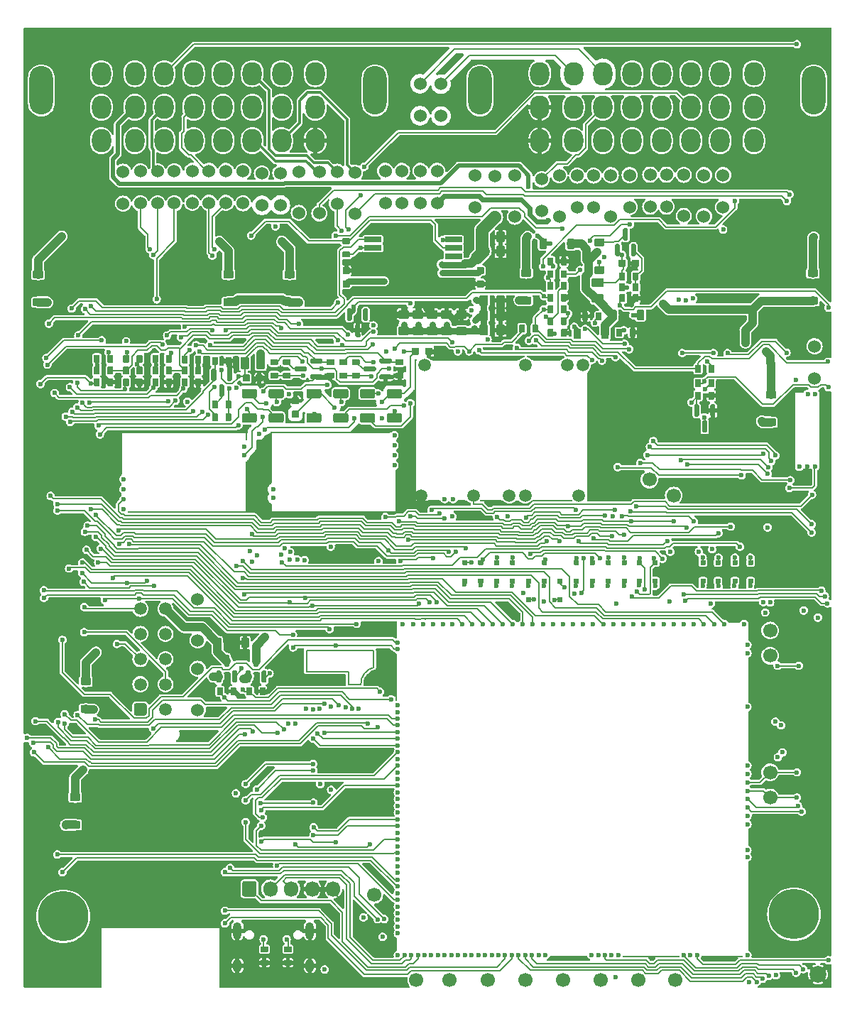
<source format=gbl>
G04 #@! TF.GenerationSoftware,KiCad,Pcbnew,7.0.1-115-g2ece2719d0*
G04 #@! TF.CreationDate,2023-04-03T01:52:50+03:00*
G04 #@! TF.ProjectId,alphax_4ch,616c7068-6178-45f3-9463-682e6b696361,G*
G04 #@! TF.SameCoordinates,PX141f5e0PYa2cace0*
G04 #@! TF.FileFunction,Copper,L4,Bot*
G04 #@! TF.FilePolarity,Positive*
%FSLAX46Y46*%
G04 Gerber Fmt 4.6, Leading zero omitted, Abs format (unit mm)*
G04 Created by KiCad (PCBNEW 7.0.1-115-g2ece2719d0) date 2023-04-03 01:52:50*
%MOMM*%
%LPD*%
G01*
G04 APERTURE LIST*
G04 #@! TA.AperFunction,EtchedComponent*
%ADD10C,0.200000*%
G04 #@! TD*
G04 #@! TA.AperFunction,ComponentPad*
%ADD11C,1.524000*%
G04 #@! TD*
G04 #@! TA.AperFunction,ComponentPad*
%ADD12C,1.700000*%
G04 #@! TD*
G04 #@! TA.AperFunction,ComponentPad*
%ADD13C,6.000000*%
G04 #@! TD*
G04 #@! TA.AperFunction,ComponentPad*
%ADD14O,1.700000X1.850000*%
G04 #@! TD*
G04 #@! TA.AperFunction,ComponentPad*
%ADD15O,2.800000X5.800000*%
G04 #@! TD*
G04 #@! TA.AperFunction,ComponentPad*
%ADD16O,2.300000X2.800000*%
G04 #@! TD*
G04 #@! TA.AperFunction,ComponentPad*
%ADD17O,1.000000X2.100000*%
G04 #@! TD*
G04 #@! TA.AperFunction,ComponentPad*
%ADD18O,1.000000X1.600000*%
G04 #@! TD*
G04 #@! TA.AperFunction,ComponentPad*
%ADD19C,0.600000*%
G04 #@! TD*
G04 #@! TA.AperFunction,SMDPad,CuDef*
%ADD20R,0.200000X2.300000*%
G04 #@! TD*
G04 #@! TA.AperFunction,SMDPad,CuDef*
%ADD21R,0.200000X10.700000*%
G04 #@! TD*
G04 #@! TA.AperFunction,SMDPad,CuDef*
%ADD22R,0.200000X2.100000*%
G04 #@! TD*
G04 #@! TA.AperFunction,SMDPad,CuDef*
%ADD23R,0.200000X6.000000*%
G04 #@! TD*
G04 #@! TA.AperFunction,SMDPad,CuDef*
%ADD24R,0.200000X5.400000*%
G04 #@! TD*
G04 #@! TA.AperFunction,SMDPad,CuDef*
%ADD25R,1.400000X0.200000*%
G04 #@! TD*
G04 #@! TA.AperFunction,SMDPad,CuDef*
%ADD26R,5.000000X0.200000*%
G04 #@! TD*
G04 #@! TA.AperFunction,SMDPad,CuDef*
%ADD27R,6.800000X0.200000*%
G04 #@! TD*
G04 #@! TA.AperFunction,SMDPad,CuDef*
%ADD28R,4.500000X0.200000*%
G04 #@! TD*
G04 #@! TA.AperFunction,SMDPad,CuDef*
%ADD29R,0.200000X1.600000*%
G04 #@! TD*
G04 #@! TA.AperFunction,SMDPad,CuDef*
%ADD30R,0.200000X5.700000*%
G04 #@! TD*
G04 #@! TA.AperFunction,SMDPad,CuDef*
%ADD31R,0.200000X2.000000*%
G04 #@! TD*
G04 #@! TA.AperFunction,ComponentPad*
%ADD32C,1.500000*%
G04 #@! TD*
G04 #@! TA.AperFunction,SMDPad,CuDef*
%ADD33O,3.300000X0.200000*%
G04 #@! TD*
G04 #@! TA.AperFunction,SMDPad,CuDef*
%ADD34O,10.200000X0.200000*%
G04 #@! TD*
G04 #@! TA.AperFunction,SMDPad,CuDef*
%ADD35O,0.300000X0.200000*%
G04 #@! TD*
G04 #@! TA.AperFunction,SMDPad,CuDef*
%ADD36O,0.200000X17.000000*%
G04 #@! TD*
G04 #@! TA.AperFunction,SMDPad,CuDef*
%ADD37O,0.200000X15.400000*%
G04 #@! TD*
G04 #@! TA.AperFunction,SMDPad,CuDef*
%ADD38O,4.800000X0.200000*%
G04 #@! TD*
G04 #@! TA.AperFunction,SMDPad,CuDef*
%ADD39O,2.600000X0.200000*%
G04 #@! TD*
G04 #@! TA.AperFunction,SMDPad,CuDef*
%ADD40O,1.000000X0.200000*%
G04 #@! TD*
G04 #@! TA.AperFunction,SMDPad,CuDef*
%ADD41O,1.500000X0.200000*%
G04 #@! TD*
G04 #@! TA.AperFunction,SMDPad,CuDef*
%ADD42R,0.250000X6.185000*%
G04 #@! TD*
G04 #@! TA.AperFunction,SMDPad,CuDef*
%ADD43R,0.250000X1.115000*%
G04 #@! TD*
G04 #@! TA.AperFunction,SMDPad,CuDef*
%ADD44R,14.275000X0.250000*%
G04 #@! TD*
G04 #@! TA.AperFunction,SMDPad,CuDef*
%ADD45R,15.100000X0.250000*%
G04 #@! TD*
G04 #@! TA.AperFunction,SMDPad,CuDef*
%ADD46R,0.250000X5.175000*%
G04 #@! TD*
G04 #@! TA.AperFunction,SMDPad,CuDef*
%ADD47O,1.225000X0.200000*%
G04 #@! TD*
G04 #@! TA.AperFunction,SMDPad,CuDef*
%ADD48O,0.200000X9.300000*%
G04 #@! TD*
G04 #@! TA.AperFunction,ComponentPad*
%ADD49C,0.599999*%
G04 #@! TD*
G04 #@! TA.AperFunction,SMDPad,CuDef*
%ADD50R,2.000000X0.650000*%
G04 #@! TD*
G04 #@! TA.AperFunction,SMDPad,CuDef*
%ADD51R,4.500000X8.100000*%
G04 #@! TD*
G04 #@! TA.AperFunction,SMDPad,CuDef*
%ADD52C,2.000000*%
G04 #@! TD*
G04 #@! TA.AperFunction,ViaPad*
%ADD53C,0.600000*%
G04 #@! TD*
G04 #@! TA.AperFunction,ViaPad*
%ADD54C,1.300000*%
G04 #@! TD*
G04 #@! TA.AperFunction,Conductor*
%ADD55C,0.200000*%
G04 #@! TD*
G04 #@! TA.AperFunction,Conductor*
%ADD56C,0.600000*%
G04 #@! TD*
G04 #@! TA.AperFunction,Conductor*
%ADD57C,1.000000*%
G04 #@! TD*
G04 #@! TA.AperFunction,Conductor*
%ADD58C,0.800000*%
G04 #@! TD*
G04 #@! TA.AperFunction,Conductor*
%ADD59C,0.400000*%
G04 #@! TD*
G04 #@! TA.AperFunction,Conductor*
%ADD60C,0.508000*%
G04 #@! TD*
G04 #@! TA.AperFunction,Conductor*
%ADD61C,0.500000*%
G04 #@! TD*
G04 #@! TA.AperFunction,Conductor*
%ADD62C,0.203200*%
G04 #@! TD*
G04 #@! TA.AperFunction,Conductor*
%ADD63C,0.300000*%
G04 #@! TD*
G04 #@! TA.AperFunction,Conductor*
%ADD64C,1.500000*%
G04 #@! TD*
G04 APERTURE END LIST*
D10*
G04 #@! TO.C,G3*
X38800000Y36300000D02*
X40300000Y36300000D01*
X38800000Y36300000D02*
X38800000Y37800000D01*
X33800000Y37800000D02*
X33800000Y40300000D01*
X38800000Y37800000D02*
X33800000Y37800000D01*
X33800000Y40300000D02*
X41800000Y40300000D01*
X41800000Y40300000D02*
X41800000Y38300000D01*
X41800000Y38299999D02*
G75*
G03*
X40300000Y36300000I478801J-1921600D01*
G01*
G04 #@! TD*
D11*
G04 #@! TO.P,R8,1,1*
G04 #@! TO.N,/CAN-*
X76750000Y93245000D03*
G04 #@! TO.P,R8,2,2*
G04 #@! TO.N,/C6*
X76750000Y97055000D03*
G04 #@! TD*
D12*
G04 #@! TO.P,P18,1,Pin_1*
G04 #@! TO.N,Net-(M7-IN_AT2)*
X89100000Y39700000D03*
G04 #@! TD*
D11*
G04 #@! TO.P,F10,1,1*
G04 #@! TO.N,Net-(J6-Pin_6)*
X20840000Y33250000D03*
G04 #@! TO.P,F10,2,2*
G04 #@! TO.N,/OUT_IGN5*
X20840000Y38150000D03*
G04 #@! TD*
D12*
G04 #@! TO.P,P23,1,Pin_1*
G04 #@! TO.N,Net-(M7-SPI3_MOSI)*
X59900000Y1000000D03*
G04 #@! TD*
D13*
G04 #@! TO.P,J8,1,Pin_1*
G04 #@! TO.N,unconnected-(J8-Pin_1-Pad1)*
X4803000Y8619000D03*
G04 #@! TD*
D11*
G04 #@! TO.P,R59,1,1*
G04 #@! TO.N,/E8*
X45200000Y97505000D03*
G04 #@! TO.P,R59,2,2*
G04 #@! TO.N,/OUT_ETB-*
X45200000Y93695000D03*
G04 #@! TD*
G04 #@! TO.P,R9,1,1*
G04 #@! TO.N,/CAN+*
X74800000Y93245000D03*
G04 #@! TO.P,R9,2,2*
G04 #@! TO.N,/C5*
X74800000Y97055000D03*
G04 #@! TD*
G04 #@! TO.P,R68,1,1*
G04 #@! TO.N,/IN_TPS2*
X24200000Y93695000D03*
G04 #@! TO.P,R68,2,2*
G04 #@! TO.N,/D4*
X24200000Y97505000D03*
G04 #@! TD*
G04 #@! TO.P,J5,1,Pin_1*
G04 #@! TO.N,/MCU/VBUS*
G04 #@! TA.AperFunction,ComponentPad*
G36*
G01*
X26150000Y11225000D02*
X26150000Y12575000D01*
G75*
G02*
X26400000Y12825000I250000J0D01*
G01*
X27600000Y12825000D01*
G75*
G02*
X27850000Y12575000I0J-250000D01*
G01*
X27850000Y11225000D01*
G75*
G02*
X27600000Y10975000I-250000J0D01*
G01*
X26400000Y10975000D01*
G75*
G02*
X26150000Y11225000I0J250000D01*
G01*
G37*
G04 #@! TD.AperFunction*
D14*
G04 #@! TO.P,J5,2,Pin_2*
G04 #@! TO.N,/MCU/USB-*
X29500000Y11900000D03*
G04 #@! TO.P,J5,3,Pin_3*
G04 #@! TO.N,/MCU/USB+*
X32000000Y11900000D03*
G04 #@! TO.P,J5,4,Pin_4*
G04 #@! TO.N,GND*
X34500000Y11900000D03*
G04 #@! TO.P,J5,5,Pin_5*
X37000000Y11900000D03*
G04 #@! TD*
D11*
G04 #@! TO.P,F4,1,1*
G04 #@! TO.N,/A3*
X63950000Y97000000D03*
G04 #@! TO.P,F4,2,2*
G04 #@! TO.N,/OUT_PUMP_RELAY*
X63950000Y92100000D03*
G04 #@! TD*
G04 #@! TO.P,R91,1,1*
G04 #@! TO.N,/IN_KNOCK_RAW*
X94400000Y72795000D03*
G04 #@! TO.P,R91,2,2*
G04 #@! TO.N,/F3*
X94400000Y76605000D03*
G04 #@! TD*
D15*
G04 #@! TO.P,P2,*
G04 #@! TO.N,*
X2200000Y107100000D03*
X42000000Y107100000D03*
D16*
G04 #@! TO.P,P2,1,D1*
G04 #@! TO.N,/D1*
X9350000Y101100000D03*
G04 #@! TO.P,P2,2,D2*
G04 #@! TO.N,/D2*
X13350000Y101100000D03*
G04 #@! TO.P,P2,3,D3*
G04 #@! TO.N,/D3*
X16850000Y101100000D03*
G04 #@! TO.P,P2,4,D4*
G04 #@! TO.N,/D4*
X20350000Y101100000D03*
G04 #@! TO.P,P2,5,D5*
G04 #@! TO.N,/D5*
X23850000Y101100000D03*
G04 #@! TO.P,P2,6,D6*
G04 #@! TO.N,/D6*
X27350000Y101100000D03*
G04 #@! TO.P,P2,7,D7*
G04 #@! TO.N,/D7*
X30850000Y101100000D03*
G04 #@! TO.P,P2,8,D8*
G04 #@! TO.N,GND*
X34850000Y101100000D03*
G04 #@! TO.P,P2,9,E1*
G04 #@! TO.N,/OUT_INJ4*
X9350000Y105100000D03*
G04 #@! TO.P,P2,10,E2*
G04 #@! TO.N,/OUT_NOS*
X13350000Y105100000D03*
G04 #@! TO.P,P2,11,E3*
G04 #@! TO.N,/E3*
X16850000Y105100000D03*
G04 #@! TO.P,P2,12,E4*
G04 #@! TO.N,/E4*
X20350000Y105100000D03*
G04 #@! TO.P,P2,13,E5*
G04 #@! TO.N,/E5*
X23850000Y105100000D03*
G04 #@! TO.P,P2,14,E6*
G04 #@! TO.N,/E6*
X27350000Y105100000D03*
G04 #@! TO.P,P2,15,E7*
G04 #@! TO.N,/E7*
X30850000Y105100000D03*
G04 #@! TO.P,P2,16,E8*
G04 #@! TO.N,/E8*
X34850000Y105100000D03*
G04 #@! TO.P,P2,17,F1*
G04 #@! TO.N,/OUT_IDLE2*
X9350000Y109100000D03*
G04 #@! TO.P,P2,18,F2*
G04 #@! TO.N,/OUT_VVT1*
X13350000Y109100000D03*
G04 #@! TO.P,P2,19,F3*
G04 #@! TO.N,/F3*
X16850000Y109100000D03*
G04 #@! TO.P,P2,20,F4*
G04 #@! TO.N,/F4*
X20350000Y109100000D03*
G04 #@! TO.P,P2,21,F5*
G04 #@! TO.N,/F5*
X23850000Y109100000D03*
G04 #@! TO.P,P2,22,F6*
G04 #@! TO.N,/F6*
X27350000Y109100000D03*
G04 #@! TO.P,P2,23,F7*
G04 #@! TO.N,/F7*
X30850000Y109100000D03*
G04 #@! TO.P,P2,24,F8*
G04 #@! TO.N,/F8*
X34850000Y109100000D03*
G04 #@! TD*
D12*
G04 #@! TO.P,P19,1,Pin_1*
G04 #@! TO.N,Net-(M7-OUT_IO3)*
X41900000Y11200000D03*
G04 #@! TD*
D11*
G04 #@! TO.P,R11,1,1*
G04 #@! TO.N,/IN_CRANK+*
X47350000Y104095000D03*
G04 #@! TO.P,R11,2,2*
G04 #@! TO.N,/C3*
X47350000Y107905000D03*
G04 #@! TD*
D12*
G04 #@! TO.P,P26,1,Pin_1*
G04 #@! TO.N,Net-(M7-I2C_SCL)*
X64400000Y1000000D03*
G04 #@! TD*
D11*
G04 #@! TO.P,R60,1,1*
G04 #@! TO.N,/IN_FLEX*
X43200000Y93695000D03*
G04 #@! TO.P,R60,2,2*
G04 #@! TO.N,/E7*
X43200000Y97505000D03*
G04 #@! TD*
D17*
G04 #@! TO.P,J1,S1,SHIELD*
G04 #@! TO.N,GND*
X25580000Y6920000D03*
D18*
X25580000Y2740000D03*
D17*
X34220000Y6920000D03*
D18*
X34220000Y2740000D03*
G04 #@! TD*
D12*
G04 #@! TO.P,P16,1,Pin_1*
G04 #@! TO.N,/OUT_IGN5*
X89100000Y22800000D03*
G04 #@! TD*
G04 #@! TO.P,P21,1,Pin_1*
G04 #@! TO.N,Net-(M7-SPI3_SCK)*
X50900000Y1000000D03*
G04 #@! TD*
D11*
G04 #@! TO.P,R17,1,1*
G04 #@! TO.N,/IN_AFR*
X68050000Y93145000D03*
G04 #@! TO.P,R17,2,2*
G04 #@! TO.N,/B4*
X68050000Y96955000D03*
G04 #@! TD*
G04 #@! TO.P,R63,1,1*
G04 #@! TO.N,/IN_D4*
X22200000Y93695000D03*
G04 #@! TO.P,R63,2,2*
G04 #@! TO.N,/E4*
X22200000Y97505000D03*
G04 #@! TD*
D12*
G04 #@! TO.P,P24,1,Pin_1*
G04 #@! TO.N,Net-(M7-SPI3_CS)*
X46900000Y1000000D03*
G04 #@! TD*
G04 #@! TO.P,P28,1,Pin_1*
G04 #@! TO.N,Net-(M7-UART8_TX)*
X77800000Y1000000D03*
G04 #@! TD*
D11*
G04 #@! TO.P,R16,1,1*
G04 #@! TO.N,/IN_TPS1*
X72350000Y93195000D03*
G04 #@! TO.P,R16,2,2*
G04 #@! TO.N,/B5*
X72350000Y97005000D03*
G04 #@! TD*
G04 #@! TO.P,R70,1,1*
G04 #@! TO.N,/OUT_BOOST*
X11950000Y93595000D03*
G04 #@! TO.P,R70,2,2*
G04 #@! TO.N,/D2*
X11950000Y97405000D03*
G04 #@! TD*
D19*
G04 #@! TO.P,M7,E1,SPI2_SCK*
G04 #@! TO.N,unconnected-(M7-SPI2_SCK-PadE1)*
X44700000Y6600003D03*
G04 #@! TO.P,M7,E2,SPI2_MISO*
G04 #@! TO.N,unconnected-(M7-SPI2_MISO-PadE2)*
X44700000Y7400004D03*
G04 #@! TO.P,M7,E3,SPI2_MOSI*
G04 #@! TO.N,unconnected-(M7-SPI2_MOSI-PadE3)*
X44700000Y8200002D03*
G04 #@! TO.P,M7,E4,SPI2_CS*
G04 #@! TO.N,unconnected-(M7-SPI2_CS-PadE4)*
X44700000Y9000003D03*
G04 #@! TO.P,M7,E6,OUT_IO3*
G04 #@! TO.N,Net-(M7-OUT_IO3)*
X44700000Y9800004D03*
G04 #@! TO.P,M7,E7,OUT_IO5*
G04 #@! TO.N,/CRANK_N_PULLUP*
X44700003Y10600002D03*
G04 #@! TO.P,M7,E8,OUT_IO1*
G04 #@! TO.N,/TACH_PULLUP*
X44700003Y11400003D03*
G04 #@! TO.P,M7,E9,OUT_IO6*
G04 #@! TO.N,/NOS*
X44700000Y12200007D03*
G04 #@! TO.P,M7,E10,OUT_IO10*
G04 #@! TO.N,/MAIN*
X44700000Y13000003D03*
G04 #@! TO.P,M7,E11,OUT_IO9*
G04 #@! TO.N,/CAM_VR_PULLUP*
X44700000Y13800003D03*
G04 #@! TO.P,M7,E12,OUT_IO2*
G04 #@! TO.N,/CRANK_P_PULLUP*
X44700000Y14600004D03*
G04 #@! TO.P,M7,E13,OUT_IO12*
G04 #@! TO.N,/PUMP_RELAY*
X44700003Y15400003D03*
G04 #@! TO.P,M7,E14,OUT_PWM5*
G04 #@! TO.N,/MCU_IDLE2*
X44700003Y16200004D03*
G04 #@! TO.P,M7,E15,OUT_PWM4*
G04 #@! TO.N,/THRESHOLD_VR_CM*
X44700003Y17000005D03*
G04 #@! TO.P,M7,E16,OUT_PWM3*
G04 #@! TO.N,/MCU_BOOST*
X44700000Y17800003D03*
G04 #@! TO.P,M7,E17,OUT_PWM2*
G04 #@! TO.N,/ETB_PWM*
X44700000Y18600004D03*
G04 #@! TO.P,M7,E18,OUT_INJ2*
G04 #@! TO.N,/MCU_INJ2*
X44700000Y19400002D03*
G04 #@! TO.P,M7,E19,OUT_INJ1*
G04 #@! TO.N,/MCU_INJ1*
X44700003Y20200003D03*
G04 #@! TO.P,M7,E20,OUT_IO13*
G04 #@! TO.N,/D2_PULLDOWN*
X44700003Y21000004D03*
G04 #@! TO.P,M7,E21,OUT_IO4*
G04 #@! TO.N,/TEMP_PULLUP*
X44700000Y21800003D03*
G04 #@! TO.P,M7,E22,OUT_IO8*
G04 #@! TO.N,/D3_PULLDOWN*
X44700000Y22600004D03*
G04 #@! TO.P,M7,E23,OUT_IO7*
G04 #@! TO.N,/2STEP_PULLDOWN*
X44700000Y23400005D03*
G04 #@! TO.P,M7,E24,OUT_IO11*
G04 #@! TO.N,/MCU_FAN_RELAY*
X44700000Y24200003D03*
G04 #@! TO.P,M7,E25,OUT_PWM7*
G04 #@! TO.N,/HS/IN1*
X44700000Y25000004D03*
G04 #@! TO.P,M7,E26,OUT_PWM6*
G04 #@! TO.N,/THRESHOLD_VR_CR*
X44700000Y25800002D03*
G04 #@! TO.P,M7,E27,OUT_PWM1*
G04 #@! TO.N,/MCU_IDLE1*
X44700000Y26600003D03*
G04 #@! TO.P,M7,E28,OUT_PWM8*
G04 #@! TO.N,/HS/IN2*
X44700000Y27400004D03*
G04 #@! TO.P,M7,E29,OUT_INJ3*
G04 #@! TO.N,/MCU_INJ3*
X44700000Y28200003D03*
G04 #@! TO.P,M7,E30,OUT_INJ4*
G04 #@! TO.N,/MCU_INJ4*
X44700000Y29000004D03*
G04 #@! TO.P,M7,E31,OUT_INJ5*
G04 #@! TO.N,/MCU_INJ5*
X44700003Y29800002D03*
G04 #@! TO.P,M7,E32,OUT_INJ6*
G04 #@! TO.N,/MCU_INJ6*
X44700000Y30600005D03*
G04 #@! TO.P,M7,E33,OUT_INJ7*
G04 #@! TO.N,/D4_PULLDOWN*
X44700000Y31400004D03*
G04 #@! TO.P,M7,E34,OUT_INJ8*
G04 #@! TO.N,/D5_PULLDOWN*
X44700000Y32200002D03*
G04 #@! TO.P,M7,E35,IO6*
G04 #@! TO.N,unconnected-(M7-IO6-PadE35)*
X44700000Y33000003D03*
G04 #@! TO.P,M7,E36,IO7*
G04 #@! TO.N,unconnected-(M7-IO7-PadE36)*
X44700000Y33800004D03*
G04 #@! TO.P,M7,E38,V5A_SWITCHABLE*
G04 #@! TO.N,+5VA*
X44700003Y40499998D03*
G04 #@! TO.P,M7,E39,GNDA*
G04 #@! TO.N,GNDA*
X44700000Y41299999D03*
D20*
G04 #@! TO.P,M7,G,GND*
G04 #@! TO.N,GND*
X86600005Y42649999D03*
D21*
X86600003Y9850001D03*
D22*
X86600003Y18050000D03*
D23*
X86600003Y30099999D03*
D24*
X86600003Y36799996D03*
D25*
X84799996Y43700002D03*
D26*
X83400001Y3800001D03*
D27*
X74899998Y3800001D03*
D28*
X65049995Y3800001D03*
D29*
X44500000Y5300000D03*
D30*
X44500000Y37150003D03*
D31*
X44500000Y42799996D03*
D19*
G04 #@! TO.P,M7,N1,USBID*
G04 #@! TO.N,unconnected-(M7-USBID-PadN1)*
X44700000Y4000000D03*
G04 #@! TO.P,M7,N2,USBM*
G04 #@! TO.N,/MCU/USB-*
X45499998Y3999998D03*
G04 #@! TO.P,M7,N3,USBP*
G04 #@! TO.N,/MCU/USB+*
X46299999Y3999998D03*
G04 #@! TO.P,M7,N4,VBUS*
G04 #@! TO.N,/MCU/VBUS*
X47099998Y4000000D03*
G04 #@! TO.P,M7,N5,BOOT0*
G04 #@! TO.N,unconnected-(M7-BOOT0-PadN5)*
X47899999Y4000000D03*
G04 #@! TO.P,M7,N6,SWO*
G04 #@! TO.N,/MCU/SWO*
X48700000Y4000000D03*
G04 #@! TO.P,M7,N7,SWDIO*
G04 #@! TO.N,/MCU/SWDIO*
X49499998Y4000000D03*
G04 #@! TO.P,M7,N8,SWCLK*
G04 #@! TO.N,/MCU/SWCLK*
X50299999Y3999998D03*
G04 #@! TO.P,M7,N9,nReset*
G04 #@! TO.N,/MCU/NRESET*
X51099997Y4000000D03*
G04 #@! TO.P,M7,N10,SPI3_CS*
G04 #@! TO.N,Net-(M7-SPI3_CS)*
X51899998Y4000000D03*
G04 #@! TO.P,M7,N11,SPI3_SCK*
G04 #@! TO.N,Net-(M7-SPI3_SCK)*
X52699999Y4000000D03*
G04 #@! TO.P,M7,N12,SPI3_MISO*
G04 #@! TO.N,Net-(M7-SPI3_MISO)*
X53500000Y4000000D03*
G04 #@! TO.P,M7,N13,SPI3_MOSI*
G04 #@! TO.N,Net-(M7-SPI3_MOSI)*
X54299999Y4000000D03*
G04 #@! TO.P,M7,N14,I2C_SCL*
G04 #@! TO.N,Net-(M7-I2C_SCL)*
X55100000Y4000000D03*
G04 #@! TO.P,M7,N15,I2C_SDA*
G04 #@! TO.N,Net-(M7-I2C_SDA)*
X55900001Y3999998D03*
G04 #@! TO.P,M7,N16,IO1*
G04 #@! TO.N,/ETB_DIR*
X56700001Y3999998D03*
G04 #@! TO.P,M7,N17,UART2_TX*
G04 #@! TO.N,/MCU/UART_TX*
X57500000Y4000000D03*
G04 #@! TO.P,M7,N18,UART2_RX*
G04 #@! TO.N,/MCU/UART_RX*
X58300001Y4000000D03*
G04 #@! TO.P,M7,N19,IO2*
G04 #@! TO.N,/ETB_DIS*
X59099999Y4000000D03*
G04 #@! TO.P,M7,N20,IO4*
G04 #@! TO.N,/CAM_PULLDOWN*
X59900000Y4000000D03*
G04 #@! TO.P,M7,N21,IO3*
G04 #@! TO.N,/TACH*
X60699999Y3999998D03*
G04 #@! TO.P,M7,N22,V33*
G04 #@! TO.N,+3.3V*
X61500000Y4000000D03*
G04 #@! TO.P,M7,N23,IO5*
G04 #@! TO.N,unconnected-(M7-IO5-PadN23)*
X62300000Y4000000D03*
G04 #@! TO.P,M7,N24,UART8_RX*
G04 #@! TO.N,Net-(M7-UART8_RX)*
X67800000Y4000000D03*
G04 #@! TO.P,M7,N25,UART8_TX*
G04 #@! TO.N,Net-(M7-UART8_TX)*
X68600001Y4000000D03*
G04 #@! TO.P,M7,N26,IN_VIGN*
G04 #@! TO.N,/VIGN*
X69399999Y4000000D03*
G04 #@! TO.P,M7,N27,VBAT*
G04 #@! TO.N,unconnected-(M7-VBAT-PadN27)*
X70199997Y4000000D03*
G04 #@! TO.P,M7,N28,V33_SWITCHABLE*
G04 #@! TO.N,+3.3VA*
X70999996Y4000000D03*
G04 #@! TO.P,M7,N29,OUT_PWR_EN*
G04 #@! TO.N,/PWR_EN*
X78800000Y4000000D03*
G04 #@! TO.P,M7,N30,V5A_SWITCHABLE*
G04 #@! TO.N,unconnected-(M7-V5A_SWITCHABLE-PadN30)*
X79599999Y4000000D03*
G04 #@! TO.P,M7,N31,VCC*
G04 #@! TO.N,+5V*
X80399997Y4000000D03*
G04 #@! TO.P,M7,N32,V33*
G04 #@! TO.N,unconnected-(M7-V33-PadN32)*
X86400001Y4000000D03*
G04 #@! TO.P,M7,S1,IN_D4*
G04 #@! TO.N,/HALL3*
X45300001Y43500005D03*
G04 #@! TO.P,M7,S2,IN_D3*
G04 #@! TO.N,/HALL2*
X46500002Y43500003D03*
G04 #@! TO.P,M7,S3,IN_D2*
G04 #@! TO.N,/TLS115_PG*
X47699999Y43500003D03*
G04 #@! TO.P,M7,S4,IN_D1*
G04 #@! TO.N,/HALL1*
X48899999Y43500005D03*
G04 #@! TO.P,M7,S5,VREF2*
G04 #@! TO.N,unconnected-(M7-VREF2-PadS5)*
X50099999Y43500003D03*
G04 #@! TO.P,M7,S6,IN_SENS4*
G04 #@! TO.N,/IN_D5*
X51199987Y43500003D03*
G04 #@! TO.P,M7,S7,IN_SENS3*
G04 #@! TO.N,/IN_D4*
X52399987Y43500003D03*
G04 #@! TO.P,M7,S8,IN_SENS2*
G04 #@! TO.N,/IN_D3*
X53599985Y43500005D03*
G04 #@! TO.P,M7,S9,IN_SENS1*
G04 #@! TO.N,/IN_D2*
X54799985Y43500003D03*
G04 #@! TO.P,M7,S10,IN_AUX4*
G04 #@! TO.N,/IN_FLEX*
X55999988Y43500003D03*
G04 #@! TO.P,M7,S11,IN_AUX3*
G04 #@! TO.N,/AIN4*
X57199990Y43500005D03*
G04 #@! TO.P,M7,S12,IN_AUX2*
G04 #@! TO.N,/IN_PPS2*
X58399988Y43500003D03*
G04 #@! TO.P,M7,S13,IN_AUX1*
G04 #@! TO.N,/IN_TPS2*
X59599986Y43500003D03*
G04 #@! TO.P,M7,S14,IN_RES2*
G04 #@! TO.N,/VR_ANALOG_CM*
X60799993Y43500003D03*
G04 #@! TO.P,M7,S15,IN_O2S2*
G04 #@! TO.N,/IN_AFR*
X61999993Y43500003D03*
G04 #@! TO.P,M7,S16,IN_O2S*
G04 #@! TO.N,unconnected-(M7-IN_O2S-PadS16)*
X63199991Y43500003D03*
G04 #@! TO.P,M7,S17,IN_RES1*
G04 #@! TO.N,/IN_CAM_VR*
X64399991Y43500003D03*
G04 #@! TO.P,M7,S18,IN_RES3*
G04 #@! TO.N,/VR_ANALOG_CR*
X65599996Y43500003D03*
G04 #@! TO.P,M7,S19,IN_MAP3*
G04 #@! TO.N,/IN_MAP2*
X66799997Y43500003D03*
G04 #@! TO.P,M7,S20,IN_MAP2*
G04 #@! TO.N,/IN_MAP*
X67999994Y43500005D03*
G04 #@! TO.P,M7,S21,IN_MAP1*
G04 #@! TO.N,/AIN3*
X69199994Y43500003D03*
G04 #@! TO.P,M7,S22,IN_CRANK*
G04 #@! TO.N,/IN_CRANK*
X70399997Y43500005D03*
G04 #@! TO.P,M7,S23,IN_KNOCK*
G04 #@! TO.N,/IN_KNOCK*
X71599997Y43500003D03*
G04 #@! TO.P,M7,S24,IN_CAM*
G04 #@! TO.N,/IN_CAM_HALL*
X72799992Y43500003D03*
G04 #@! TO.P,M7,S25,IN_VSS*
G04 #@! TO.N,/IN_2STEP*
X73999995Y43500005D03*
G04 #@! TO.P,M7,S26,IN_IAT*
G04 #@! TO.N,/IN_IAT*
X75200000Y43500003D03*
G04 #@! TO.P,M7,S27,IN_AT1*
G04 #@! TO.N,Net-(M7-IN_AT1)*
X76400000Y43500005D03*
G04 #@! TO.P,M7,S28,IN_CLT*
G04 #@! TO.N,/IN_CLT*
X77599998Y43500003D03*
G04 #@! TO.P,M7,S29,IN_AT2*
G04 #@! TO.N,Net-(M7-IN_AT2)*
X78799998Y43500003D03*
G04 #@! TO.P,M7,S30,IN_TPS*
G04 #@! TO.N,/IN_TPS1*
X80000003Y43500003D03*
G04 #@! TO.P,M7,S31,IN_PPS*
G04 #@! TO.N,/IN_PPS1*
X81200003Y43500003D03*
G04 #@! TO.P,M7,S32,IN_TPS2*
G04 #@! TO.N,/AIN1*
X82400001Y43500003D03*
G04 #@! TO.P,M7,S33,IN_PPS2*
G04 #@! TO.N,/AIN2*
X83600001Y43500003D03*
G04 #@! TO.P,M7,S35,VREF1*
G04 #@! TO.N,/VREF*
X86000001Y43500003D03*
G04 #@! TO.P,M7,W1,GNDA*
G04 #@! TO.N,GNDA*
X86400003Y41000000D03*
G04 #@! TO.P,M7,W2,V5A_SWITCHABLE*
G04 #@! TO.N,+5VA*
X86400003Y39999999D03*
G04 #@! TO.P,M7,W3,V33_REF*
G04 #@! TO.N,unconnected-(M7-V33_REF-PadW3)*
X86400001Y33599997D03*
G04 #@! TO.P,M7,W4,IGN8*
G04 #@! TO.N,/VVT2*
X86400001Y26600001D03*
G04 #@! TO.P,M7,W5,IGN7*
G04 #@! TO.N,/VVT1*
X86400001Y25600000D03*
G04 #@! TO.P,M7,W6,IGN6*
G04 #@! TO.N,/OUT_IGN6*
X86400001Y24600002D03*
G04 #@! TO.P,M7,W7,IGN5*
G04 #@! TO.N,/OUT_IGN5*
X86400001Y23600002D03*
G04 #@! TO.P,M7,W8,IGN4*
G04 #@! TO.N,/OUT_IGN4*
X86400001Y22600001D03*
G04 #@! TO.P,M7,W9,IGN3*
G04 #@! TO.N,/OUT_IGN3*
X86400001Y21600003D03*
G04 #@! TO.P,M7,W10,IGN2*
G04 #@! TO.N,/OUT_IGN2*
X86400001Y20600003D03*
G04 #@! TO.P,M7,W11,IGN1*
G04 #@! TO.N,/OUT_IGN1*
X86400001Y19600005D03*
G04 #@! TO.P,M7,W12,CANH*
G04 #@! TO.N,/CAN+*
X86400001Y16500001D03*
G04 #@! TO.P,M7,W13,CANL*
G04 #@! TO.N,/CAN-*
X86400001Y15700000D03*
G04 #@! TD*
D12*
G04 #@! TO.P,P3,1,Pin_1*
G04 #@! TO.N,/IN_CAM_HALL*
X74700000Y60700000D03*
G04 #@! TD*
G04 #@! TO.P,J6,1,Pin_1*
G04 #@! TO.N,/AIN1*
G04 #@! TA.AperFunction,ComponentPad*
G36*
G01*
X14499999Y32550000D02*
X13500001Y32550000D01*
G75*
G02*
X13250000Y32800001I0J250001D01*
G01*
X13250000Y33799999D01*
G75*
G02*
X13500001Y34050000I250001J0D01*
G01*
X14499999Y34050000D01*
G75*
G02*
X14750000Y33799999I0J-250001D01*
G01*
X14750000Y32800001D01*
G75*
G02*
X14499999Y32550000I-250001J0D01*
G01*
G37*
G04 #@! TD.AperFunction*
D32*
G04 #@! TO.P,J6,2,Pin_2*
G04 #@! TO.N,/OUT_INJ5*
X14000000Y36300000D03*
G04 #@! TO.P,J6,3,Pin_3*
G04 #@! TO.N,/AIN2*
X14000000Y39300000D03*
G04 #@! TO.P,J6,4,Pin_4*
G04 #@! TO.N,/OUT_INJ6*
X14000000Y42300000D03*
G04 #@! TO.P,J6,5,Pin_5*
G04 #@! TO.N,/AIN3*
X14000000Y45300000D03*
G04 #@! TO.P,J6,6,Pin_6*
G04 #@! TO.N,Net-(J6-Pin_6)*
X17000000Y33300000D03*
G04 #@! TO.P,J6,7,Pin_7*
G04 #@! TO.N,/AIN4*
X17000000Y36300000D03*
G04 #@! TO.P,J6,8,Pin_8*
G04 #@! TO.N,Net-(J6-Pin_8)*
X17000000Y39300000D03*
G04 #@! TO.P,J6,9,Pin_9*
G04 #@! TO.N,/OUT_HS1*
X17000000Y42300000D03*
G04 #@! TO.P,J6,10,Pin_10*
G04 #@! TO.N,/OUT_HS2*
X17000000Y45300000D03*
G04 #@! TD*
D12*
G04 #@! TO.P,P27,1,Pin_1*
G04 #@! TO.N,Net-(M7-UART8_RX)*
X73400000Y1000000D03*
G04 #@! TD*
D32*
G04 #@! TO.P,M1,E1,VBAT*
G04 #@! TO.N,unconnected-(M1-VBAT-PadE1)*
X66300000Y58825005D03*
G04 #@! TO.P,M1,E2,V12*
G04 #@! TO.N,+12V*
X59900003Y58825005D03*
G04 #@! TO.P,M1,E3,VIGN*
G04 #@! TO.N,/VIGN*
X58000000Y58825005D03*
G04 #@! TO.P,M1,E4,V5*
G04 #@! TO.N,+5V*
X53700000Y58825005D03*
D19*
G04 #@! TO.P,M1,E5,EN_5VP*
G04 #@! TO.N,/PWR_EN*
X51300003Y58375006D03*
G04 #@! TO.P,M1,E6,PG_5VP*
G04 #@! TO.N,/TLS115_PG*
X50300002Y58375006D03*
D33*
G04 #@! TO.P,M1,S1,GND*
G04 #@! TO.N,GND*
X62450000Y74975001D03*
D34*
X53950002Y74975001D03*
D35*
X46850000Y74975001D03*
D36*
X46800000Y66575003D03*
D37*
X67400000Y65775002D03*
D32*
X47450000Y58825005D03*
D35*
X67350000Y58175004D03*
D38*
X63150002Y58175004D03*
D39*
X55800000Y58175004D03*
D40*
X52300003Y58175004D03*
D41*
X49000002Y58175004D03*
D32*
G04 #@! TO.P,M1,V1,V12_PERM*
G04 #@! TO.N,+12V_RAW*
X66750002Y74325002D03*
G04 #@! TO.P,M1,V2,IN_VIGN*
G04 #@! TO.N,/IN_VIGN*
X64900003Y74325002D03*
G04 #@! TO.P,M1,V3,V12_RAW*
G04 #@! TO.N,+12V_RAW*
X59950000Y74325002D03*
G04 #@! TO.P,M1,V4,5VP*
G04 #@! TO.N,+5VAS*
X47900002Y74325002D03*
G04 #@! TD*
D19*
G04 #@! TO.P,M3,E1,Thresh_IN*
G04 #@! TO.N,/THRESHOLD_VR_CM*
X11975000Y59550000D03*
G04 #@! TO.P,M3,E2,OUT_A*
G04 #@! TO.N,/VR_ANALOG_CM*
X11975000Y60750000D03*
G04 #@! TO.P,M3,E3,OUT*
G04 #@! TO.N,/IN_CAM_VR*
X11975000Y58350000D03*
G04 #@! TO.P,M3,E4,V5_IN*
G04 #@! TO.N,+5VA*
X11975000Y57150000D03*
D42*
G04 #@! TO.P,M3,G,GND*
G04 #@! TO.N,GND*
X26625000Y59817500D03*
D43*
X26625000Y65867500D03*
D44*
X19612500Y56850000D03*
D45*
X19200000Y66300000D03*
D46*
X11775000Y63837500D03*
D19*
G04 #@! TO.P,M3,W1,VR-*
G04 #@! TO.N,/IN_CAM_VR-*
X26400000Y63610000D03*
G04 #@! TO.P,M3,W2,VR+*
G04 #@! TO.N,/IN_CAM_VR+*
X26400000Y64610000D03*
G04 #@! TD*
D11*
G04 #@! TO.P,R10,1,1*
G04 #@! TO.N,/IN_2STEP*
X66100000Y93145000D03*
G04 #@! TO.P,R10,2,2*
G04 #@! TO.N,/C4*
X66100000Y96955000D03*
G04 #@! TD*
G04 #@! TO.P,R62,1,1*
G04 #@! TO.N,/IN_CAM_VR-*
X28500000Y93395000D03*
G04 #@! TO.P,R62,2,2*
G04 #@! TO.N,/E5*
X28500000Y97205000D03*
G04 #@! TD*
G04 #@! TO.P,F7,1,1*
G04 #@! TO.N,/F5*
X32900000Y97399979D03*
G04 #@! TO.P,F7,2,2*
G04 #@! TO.N,/OUT_MAIN*
X32900000Y92499979D03*
G04 #@! TD*
G04 #@! TO.P,R56,1,1*
G04 #@! TO.N,/IN_D5*
X14000000Y93645000D03*
G04 #@! TO.P,R56,2,2*
G04 #@! TO.N,/F3*
X14000000Y97455000D03*
G04 #@! TD*
G04 #@! TO.P,R19,1,1*
G04 #@! TO.N,/IN_MAP*
X53950000Y93145000D03*
G04 #@! TO.P,R19,2,2*
G04 #@! TO.N,/B2*
X53950000Y96955000D03*
G04 #@! TD*
G04 #@! TO.P,R67,1,1*
G04 #@! TO.N,/IN_PPS1*
X26250000Y93645000D03*
G04 #@! TO.P,R67,2,2*
G04 #@! TO.N,/D5*
X26250000Y97455000D03*
G04 #@! TD*
G04 #@! TO.P,F1,1,1*
G04 #@! TO.N,/A7*
X81196000Y96995000D03*
G04 #@! TO.P,F1,2,2*
G04 #@! TO.N,/OUT_IGN2*
X81196000Y92095000D03*
G04 #@! TD*
G04 #@! TO.P,R64,1,1*
G04 #@! TO.N,/IN_D3*
X16050000Y93645000D03*
G04 #@! TO.P,R64,2,2*
G04 #@! TO.N,/E3*
X16050000Y97455000D03*
G04 #@! TD*
G04 #@! TO.P,F3,1,1*
G04 #@! TO.N,/A4*
X70100000Y97000000D03*
G04 #@! TO.P,F3,2,2*
G04 #@! TO.N,/OUT_TACH*
X70100000Y92100000D03*
G04 #@! TD*
G04 #@! TO.P,R61,1,1*
G04 #@! TO.N,/IN_CAM_VR+*
X30700000Y93445000D03*
G04 #@! TO.P,R61,2,2*
G04 #@! TO.N,/E6*
X30700000Y97255000D03*
G04 #@! TD*
D12*
G04 #@! TO.P,P22,1,Pin_1*
G04 #@! TO.N,Net-(M7-SPI3_MISO)*
X55400000Y1000000D03*
G04 #@! TD*
D13*
G04 #@! TO.P,J7,1,Pin_1*
G04 #@! TO.N,unconnected-(J7-Pin_1-Pad1)*
X91948000Y8873000D03*
G04 #@! TD*
D12*
G04 #@! TO.P,P20,1,Pin_1*
G04 #@! TO.N,Net-(M7-IN_AT1)*
X89100000Y42700000D03*
G04 #@! TD*
D11*
G04 #@! TO.P,R69,1,1*
G04 #@! TO.N,/IN_D2*
X18050000Y93645000D03*
G04 #@! TO.P,R69,2,2*
G04 #@! TO.N,/D3*
X18050000Y97455000D03*
G04 #@! TD*
G04 #@! TO.P,R55,1,1*
G04 #@! TO.N,/OUT_VVT2*
X20200000Y93695000D03*
G04 #@! TO.P,R55,2,2*
G04 #@! TO.N,/F4*
X20200000Y97505000D03*
G04 #@! TD*
G04 #@! TO.P,F8,1,1*
G04 #@! TO.N,/D7*
X39600000Y97299979D03*
G04 #@! TO.P,F8,2,2*
G04 #@! TO.N,/OUT_IGN4*
X39600000Y92399979D03*
G04 #@! TD*
D12*
G04 #@! TO.P,P25,1,Pin_1*
G04 #@! TO.N,Net-(M7-I2C_SDA)*
X68900000Y1000000D03*
G04 #@! TD*
D11*
G04 #@! TO.P,R54,1,1*
G04 #@! TO.N,/IN_PPS2*
X37450000Y93595000D03*
G04 #@! TO.P,R54,2,2*
G04 #@! TO.N,/F6*
X37450000Y97405000D03*
G04 #@! TD*
G04 #@! TO.P,R52,1,1*
G04 #@! TO.N,/OUT_ETB+*
X47400000Y93695000D03*
G04 #@! TO.P,R52,2,2*
G04 #@! TO.N,/F8*
X47400000Y97505000D03*
G04 #@! TD*
D19*
G04 #@! TO.P,M9,E1,V5A*
G04 #@! TO.N,+5VA*
X94474999Y62225000D03*
D47*
G04 #@! TO.P,M9,E2,GND*
G04 #@! TO.N,GND*
X92499999Y71125000D03*
D48*
X95074999Y66575000D03*
X91974999Y66575000D03*
D19*
X93524999Y62225000D03*
G04 #@! TO.P,M9,E3,OUT_KNOCK*
G04 #@! TO.N,/IN_KNOCK*
X92575001Y62225000D03*
G04 #@! TO.P,M9,W1,IN_KNOCK*
G04 #@! TO.N,/IN_KNOCK_RAW*
X93574999Y70925000D03*
G04 #@! TO.P,M9,W2,VREF*
G04 #@! TO.N,/VREF*
X94474999Y70925000D03*
G04 #@! TD*
D49*
G04 #@! TO.P,M6,V1,IGN8*
G04 #@! TO.N,GND*
X37285001Y19400014D03*
G04 #@! TO.P,M6,V2,IGN7*
X35449991Y19825022D03*
G04 #@! TO.P,M6,V3,IGN6*
X37499999Y20375019D03*
G04 #@! TO.P,M6,V4,IGN5*
X37285004Y21249978D03*
G04 #@! TO.P,M6,V5,IGN4*
X37209997Y22100001D03*
G04 #@! TO.P,M6,V6,IGN3*
X35449991Y22425017D03*
G04 #@! TO.P,M6,V7,IGN2*
G04 #@! TO.N,/MCU_INJ6*
X36759991Y23724984D03*
G04 #@! TO.P,M6,V8,IGN1*
G04 #@! TO.N,/MCU_INJ5*
X35449991Y24375001D03*
G04 #@! TO.P,M6,V9,VCC*
G04 #@! TO.N,+5VA*
X41375006Y17199998D03*
G04 #@! TO.P,M6,V10,V33*
G04 #@! TO.N,+3.3VA*
X37300000Y17500000D03*
G04 #@! TD*
D11*
G04 #@! TO.P,R15,1,1*
G04 #@! TO.N,/IN_CLT*
X83482000Y93190000D03*
G04 #@! TO.P,R15,2,2*
G04 #@! TO.N,/B7*
X83482000Y97000000D03*
G04 #@! TD*
G04 #@! TO.P,R53,1,1*
G04 #@! TO.N,/IN_VIGN*
X49400000Y93695000D03*
G04 #@! TO.P,R53,2,2*
G04 #@! TO.N,/F7*
X49400000Y97505000D03*
G04 #@! TD*
D19*
G04 #@! TO.P,M8,E1,Thresh_IN*
G04 #@! TO.N,/THRESHOLD_VR_CR*
X44300000Y63587500D03*
G04 #@! TO.P,M8,E2,OUT_A*
G04 #@! TO.N,/VR_ANALOG_CR*
X44300000Y62387500D03*
G04 #@! TO.P,M8,E3,OUT*
G04 #@! TO.N,/IN_CRANK*
X44300000Y64787500D03*
G04 #@! TO.P,M8,E4,V5_IN*
G04 #@! TO.N,+5VA*
X44300000Y65987500D03*
D42*
G04 #@! TO.P,M8,G,GND*
G04 #@! TO.N,GND*
X29650000Y63320000D03*
D43*
X29650000Y57270000D03*
D44*
X36662500Y66287500D03*
D45*
X37075000Y56837500D03*
D46*
X44500000Y59300000D03*
D19*
G04 #@! TO.P,M8,W1,VR-*
G04 #@! TO.N,/IN_CRANK-*
X29875000Y59527500D03*
G04 #@! TO.P,M8,W2,VR+*
G04 #@! TO.N,/IN_CRANK+*
X29875000Y58527500D03*
G04 #@! TD*
D11*
G04 #@! TO.P,F9,1,1*
G04 #@! TO.N,/D6*
X35350000Y97349979D03*
G04 #@! TO.P,F9,2,2*
G04 #@! TO.N,/OUT_IGN3*
X35350000Y92449979D03*
G04 #@! TD*
D12*
G04 #@! TO.P,P17,1,Pin_1*
G04 #@! TO.N,/OUT_IGN6*
X89100000Y25800000D03*
G04 #@! TD*
D15*
G04 #@! TO.P,P1,*
G04 #@! TO.N,*
X54500000Y107100000D03*
X94300000Y107100000D03*
D16*
G04 #@! TO.P,P1,1,A1*
G04 #@! TO.N,GND*
X61650000Y101100000D03*
G04 #@! TO.P,P1,2,A2*
G04 #@! TO.N,/A2*
X65650000Y101100000D03*
G04 #@! TO.P,P1,3,A3*
G04 #@! TO.N,/A3*
X69150000Y101100000D03*
G04 #@! TO.P,P1,4,A4*
G04 #@! TO.N,/A4*
X72650000Y101100000D03*
G04 #@! TO.P,P1,5,A5*
G04 #@! TO.N,GNDA*
X76150000Y101100000D03*
G04 #@! TO.P,P1,6,A6*
G04 #@! TO.N,/A6*
X79650000Y101100000D03*
G04 #@! TO.P,P1,7,A7*
G04 #@! TO.N,/A7*
X83150000Y101100000D03*
G04 #@! TO.P,P1,8,A8*
G04 #@! TO.N,/OUT_INJ1*
X87150000Y101100000D03*
G04 #@! TO.P,P1,9,B1*
G04 #@! TO.N,GND*
X61650000Y105100000D03*
G04 #@! TO.P,P1,10,B2*
G04 #@! TO.N,/B2*
X65650000Y105100000D03*
G04 #@! TO.P,P1,11,B3*
G04 #@! TO.N,/B3*
X69150000Y105100000D03*
G04 #@! TO.P,P1,12,B4*
G04 #@! TO.N,/B4*
X72650000Y105100000D03*
G04 #@! TO.P,P1,13,B5*
G04 #@! TO.N,/B5*
X76150000Y105100000D03*
G04 #@! TO.P,P1,14,B6*
G04 #@! TO.N,+5VAS*
X79650000Y105100000D03*
G04 #@! TO.P,P1,15,B7*
G04 #@! TO.N,/B7*
X83150000Y105100000D03*
G04 #@! TO.P,P1,16,B8*
G04 #@! TO.N,/OUT_INJ2*
X87150000Y105100000D03*
G04 #@! TO.P,P1,17,C1*
G04 #@! TO.N,/OUT_FAN_RELAY*
X61650000Y109100000D03*
G04 #@! TO.P,P1,18,C2*
G04 #@! TO.N,/C2*
X65650000Y109100000D03*
G04 #@! TO.P,P1,19,C3*
G04 #@! TO.N,/C3*
X69150000Y109100000D03*
G04 #@! TO.P,P1,20,C4*
G04 #@! TO.N,/C4*
X72650000Y109100000D03*
G04 #@! TO.P,P1,21,C5*
G04 #@! TO.N,/C5*
X76150000Y109100000D03*
G04 #@! TO.P,P1,22,C6*
G04 #@! TO.N,/C6*
X79650000Y109100000D03*
G04 #@! TO.P,P1,23,C7*
G04 #@! TO.N,/IN_CAM_HALL*
X83150000Y109100000D03*
G04 #@! TO.P,P1,24,C8*
G04 #@! TO.N,/OUT_IDLE1*
X87150000Y109100000D03*
G04 #@! TD*
D11*
G04 #@! TO.P,F6,1,1*
G04 #@! TO.N,/A2*
X56300000Y96900000D03*
G04 #@! TO.P,F6,2,2*
G04 #@! TO.N,+12V_ETB*
X56300000Y92000000D03*
G04 #@! TD*
D49*
G04 #@! TO.P,M2,V1,IGN8*
G04 #@! TO.N,/MCU_BOOST*
X28405111Y19436868D03*
G04 #@! TO.P,M2,V2,IGN7*
G04 #@! TO.N,/MCU_IDLE2*
X26570101Y19861876D03*
G04 #@! TO.P,M2,V3,IGN6*
G04 #@! TO.N,/MCU_IDLE1*
X28620109Y20411873D03*
G04 #@! TO.P,M2,V4,IGN5*
G04 #@! TO.N,/MCU_FAN_RELAY*
X28405114Y21286832D03*
G04 #@! TO.P,M2,V5,IGN4*
G04 #@! TO.N,/MCU_INJ4*
X28330107Y22136855D03*
G04 #@! TO.P,M2,V6,IGN3*
G04 #@! TO.N,/MCU_INJ3*
X26570101Y22461871D03*
G04 #@! TO.P,M2,V7,IGN2*
G04 #@! TO.N,/MCU_INJ2*
X27880101Y23761838D03*
G04 #@! TO.P,M2,V8,IGN1*
G04 #@! TO.N,/MCU_INJ1*
X26570101Y24411855D03*
G04 #@! TO.P,M2,V9,VCC*
G04 #@! TO.N,+5VA*
X32495116Y17236852D03*
G04 #@! TO.P,M2,V10,V33*
G04 #@! TO.N,+3.3VA*
X28420110Y17536854D03*
G04 #@! TD*
D11*
G04 #@! TO.P,R12,1,1*
G04 #@! TO.N,/IN_CRANK-*
X49850000Y104045000D03*
G04 #@! TO.P,R12,2,2*
G04 #@! TO.N,/C2*
X49850000Y107855000D03*
G04 #@! TD*
G04 #@! TO.P,R18,1,1*
G04 #@! TO.N,/IN_IAT*
X61850000Y92695000D03*
G04 #@! TO.P,R18,2,2*
G04 #@! TO.N,/B3*
X61850000Y96505000D03*
G04 #@! TD*
D12*
G04 #@! TO.P,P4,1,Pin_1*
G04 #@! TO.N,/IN_CRANK*
X77600000Y58800000D03*
G04 #@! TD*
D11*
G04 #@! TO.P,F5,1,1*
G04 #@! TO.N,/A2*
X58650000Y96945000D03*
G04 #@! TO.P,F5,2,2*
G04 #@! TO.N,+12V_RAW*
X58650000Y92045000D03*
G04 #@! TD*
G04 #@! TO.P,F11,1,1*
G04 #@! TO.N,Net-(J6-Pin_8)*
X20840000Y41550000D03*
G04 #@! TO.P,F11,2,2*
G04 #@! TO.N,/OUT_IGN6*
X20840000Y46450000D03*
G04 #@! TD*
G04 #@! TO.P,F2,1,1*
G04 #@! TO.N,/A6*
X78800000Y97045000D03*
G04 #@! TO.P,F2,2,2*
G04 #@! TO.N,/OUT_IGN1*
X78800000Y92145000D03*
G04 #@! TD*
G04 #@! TO.P,R1137,1*
G04 #@! TO.N,/CAM_VR_PULLUP*
G04 #@! TA.AperFunction,SMDPad,CuDef*
G36*
G01*
X22550000Y74447500D02*
X22550000Y75227500D01*
G75*
G02*
X22620000Y75297500I70000J0D01*
G01*
X23180000Y75297500D01*
G75*
G02*
X23250000Y75227500I0J-70000D01*
G01*
X23250000Y74447500D01*
G75*
G02*
X23180000Y74377500I-70000J0D01*
G01*
X22620000Y74377500D01*
G75*
G02*
X22550000Y74447500I0J70000D01*
G01*
G37*
G04 #@! TD.AperFunction*
G04 #@! TO.P,R1137,2*
G04 #@! TO.N,GND*
G04 #@! TA.AperFunction,SMDPad,CuDef*
G36*
G01*
X24150000Y74447500D02*
X24150000Y75227500D01*
G75*
G02*
X24220000Y75297500I70000J0D01*
G01*
X24780000Y75297500D01*
G75*
G02*
X24850000Y75227500I0J-70000D01*
G01*
X24850000Y74447500D01*
G75*
G02*
X24780000Y74377500I-70000J0D01*
G01*
X24220000Y74377500D01*
G75*
G02*
X24150000Y74447500I0J70000D01*
G01*
G37*
G04 #@! TD.AperFunction*
G04 #@! TD*
G04 #@! TO.P,C18,1*
G04 #@! TO.N,GND*
G04 #@! TA.AperFunction,SMDPad,CuDef*
G36*
G01*
X28625000Y73140000D02*
X28625000Y72460000D01*
G75*
G02*
X28540000Y72375000I-85000J0D01*
G01*
X27860000Y72375000D01*
G75*
G02*
X27775000Y72460000I0J85000D01*
G01*
X27775000Y73140000D01*
G75*
G02*
X27860000Y73225000I85000J0D01*
G01*
X28540000Y73225000D01*
G75*
G02*
X28625000Y73140000I0J-85000D01*
G01*
G37*
G04 #@! TD.AperFunction*
G04 #@! TO.P,C18,2*
G04 #@! TO.N,/HALL_OPT_PU/+12V_LIM*
G04 #@! TA.AperFunction,SMDPad,CuDef*
G36*
G01*
X27044998Y73140000D02*
X27044998Y72460000D01*
G75*
G02*
X26959998Y72375000I-85000J0D01*
G01*
X26279998Y72375000D01*
G75*
G02*
X26194998Y72460000I0J85000D01*
G01*
X26194998Y73140000D01*
G75*
G02*
X26279998Y73225000I85000J0D01*
G01*
X26959998Y73225000D01*
G75*
G02*
X27044998Y73140000I0J-85000D01*
G01*
G37*
G04 #@! TD.AperFunction*
G04 #@! TD*
G04 #@! TO.P,R29,1*
G04 #@! TO.N,/TEMP_PULLUP*
G04 #@! TA.AperFunction,SMDPad,CuDef*
G36*
G01*
X80150000Y70310000D02*
X80150000Y71090000D01*
G75*
G02*
X80220000Y71160000I70000J0D01*
G01*
X80780000Y71160000D01*
G75*
G02*
X80850000Y71090000I0J-70000D01*
G01*
X80850000Y70310000D01*
G75*
G02*
X80780000Y70240000I-70000J0D01*
G01*
X80220000Y70240000D01*
G75*
G02*
X80150000Y70310000I0J70000D01*
G01*
G37*
G04 #@! TD.AperFunction*
G04 #@! TO.P,R29,2*
G04 #@! TO.N,GND*
G04 #@! TA.AperFunction,SMDPad,CuDef*
G36*
G01*
X81750000Y70310000D02*
X81750000Y71090000D01*
G75*
G02*
X81820000Y71160000I70000J0D01*
G01*
X82380000Y71160000D01*
G75*
G02*
X82450000Y71090000I0J-70000D01*
G01*
X82450000Y70310000D01*
G75*
G02*
X82380000Y70240000I-70000J0D01*
G01*
X81820000Y70240000D01*
G75*
G02*
X81750000Y70310000I0J70000D01*
G01*
G37*
G04 #@! TD.AperFunction*
G04 #@! TD*
G04 #@! TO.P,R90,1*
G04 #@! TO.N,/ETB_DIS*
G04 #@! TA.AperFunction,SMDPad,CuDef*
G36*
G01*
X38935290Y87190000D02*
X38155290Y87190000D01*
G75*
G02*
X38085290Y87260000I0J70000D01*
G01*
X38085290Y87820000D01*
G75*
G02*
X38155290Y87890000I70000J0D01*
G01*
X38935290Y87890000D01*
G75*
G02*
X39005290Y87820000I0J-70000D01*
G01*
X39005290Y87260000D01*
G75*
G02*
X38935290Y87190000I-70000J0D01*
G01*
G37*
G04 #@! TD.AperFunction*
G04 #@! TO.P,R90,2*
G04 #@! TO.N,+3.3V*
G04 #@! TA.AperFunction,SMDPad,CuDef*
G36*
G01*
X38935290Y88790000D02*
X38155290Y88790000D01*
G75*
G02*
X38085290Y88860000I0J70000D01*
G01*
X38085290Y89420000D01*
G75*
G02*
X38155290Y89490000I70000J0D01*
G01*
X38935290Y89490000D01*
G75*
G02*
X39005290Y89420000I0J-70000D01*
G01*
X39005290Y88860000D01*
G75*
G02*
X38935290Y88790000I-70000J0D01*
G01*
G37*
G04 #@! TD.AperFunction*
G04 #@! TD*
G04 #@! TO.P,D30,1,K*
G04 #@! TO.N,Net-(D11-A)*
G04 #@! TA.AperFunction,SMDPad,CuDef*
G36*
G01*
X75700000Y48840000D02*
X75700000Y48360000D01*
G75*
G02*
X75640000Y48300000I-60000J0D01*
G01*
X75160000Y48300000D01*
G75*
G02*
X75100000Y48360000I0J60000D01*
G01*
X75100000Y48840000D01*
G75*
G02*
X75160000Y48900000I60000J0D01*
G01*
X75640000Y48900000D01*
G75*
G02*
X75700000Y48840000I0J-60000D01*
G01*
G37*
G04 #@! TD.AperFunction*
G04 #@! TO.P,D30,2,A*
G04 #@! TO.N,/IN_CAM_HALL*
G04 #@! TA.AperFunction,SMDPad,CuDef*
G36*
G01*
X75700000Y51040000D02*
X75700000Y50560000D01*
G75*
G02*
X75640000Y50500000I-60000J0D01*
G01*
X75160000Y50500000D01*
G75*
G02*
X75100000Y50560000I0J60000D01*
G01*
X75100000Y51040000D01*
G75*
G02*
X75160000Y51100000I60000J0D01*
G01*
X75640000Y51100000D01*
G75*
G02*
X75700000Y51040000I0J-60000D01*
G01*
G37*
G04 #@! TD.AperFunction*
G04 #@! TD*
G04 #@! TO.P,C3,1*
G04 #@! TO.N,GND*
G04 #@! TA.AperFunction,SMDPad,CuDef*
G36*
G01*
X38205290Y86055001D02*
X38885290Y86055001D01*
G75*
G02*
X38970290Y85970001I0J-85000D01*
G01*
X38970290Y85290001D01*
G75*
G02*
X38885290Y85205001I-85000J0D01*
G01*
X38205290Y85205001D01*
G75*
G02*
X38120290Y85290001I0J85000D01*
G01*
X38120290Y85970001D01*
G75*
G02*
X38205290Y86055001I85000J0D01*
G01*
G37*
G04 #@! TD.AperFunction*
G04 #@! TO.P,C3,2*
G04 #@! TO.N,/OUT_ETB+*
G04 #@! TA.AperFunction,SMDPad,CuDef*
G36*
G01*
X38205290Y84474999D02*
X38885290Y84474999D01*
G75*
G02*
X38970290Y84389999I0J-85000D01*
G01*
X38970290Y83709999D01*
G75*
G02*
X38885290Y83624999I-85000J0D01*
G01*
X38205290Y83624999D01*
G75*
G02*
X38120290Y83709999I0J85000D01*
G01*
X38120290Y84389999D01*
G75*
G02*
X38205290Y84474999I85000J0D01*
G01*
G37*
G04 #@! TD.AperFunction*
G04 #@! TD*
G04 #@! TO.P,D46,1,K*
G04 #@! TO.N,Net-(D40-A)*
G04 #@! TA.AperFunction,SMDPad,CuDef*
G36*
G01*
X56800000Y48840000D02*
X56800000Y48360000D01*
G75*
G02*
X56740000Y48300000I-60000J0D01*
G01*
X56260000Y48300000D01*
G75*
G02*
X56200000Y48360000I0J60000D01*
G01*
X56200000Y48840000D01*
G75*
G02*
X56260000Y48900000I60000J0D01*
G01*
X56740000Y48900000D01*
G75*
G02*
X56800000Y48840000I0J-60000D01*
G01*
G37*
G04 #@! TD.AperFunction*
G04 #@! TO.P,D46,2,A*
G04 #@! TO.N,/OUT_VVT2*
G04 #@! TA.AperFunction,SMDPad,CuDef*
G36*
G01*
X56800000Y51040000D02*
X56800000Y50560000D01*
G75*
G02*
X56740000Y50500000I-60000J0D01*
G01*
X56260000Y50500000D01*
G75*
G02*
X56200000Y50560000I0J60000D01*
G01*
X56200000Y51040000D01*
G75*
G02*
X56260000Y51100000I60000J0D01*
G01*
X56740000Y51100000D01*
G75*
G02*
X56800000Y51040000I0J-60000D01*
G01*
G37*
G04 #@! TD.AperFunction*
G04 #@! TD*
G04 #@! TO.P,R87,1*
G04 #@! TO.N,/D3_PULLDOWN*
G04 #@! TA.AperFunction,SMDPad,CuDef*
G36*
G01*
X11950000Y71910000D02*
X11950000Y72690000D01*
G75*
G02*
X12020000Y72760000I70000J0D01*
G01*
X12580000Y72760000D01*
G75*
G02*
X12650000Y72690000I0J-70000D01*
G01*
X12650000Y71910000D01*
G75*
G02*
X12580000Y71840000I-70000J0D01*
G01*
X12020000Y71840000D01*
G75*
G02*
X11950000Y71910000I0J70000D01*
G01*
G37*
G04 #@! TD.AperFunction*
G04 #@! TO.P,R87,2*
G04 #@! TO.N,GND*
G04 #@! TA.AperFunction,SMDPad,CuDef*
G36*
G01*
X13550000Y71910000D02*
X13550000Y72690000D01*
G75*
G02*
X13620000Y72760000I70000J0D01*
G01*
X14180000Y72760000D01*
G75*
G02*
X14250000Y72690000I0J-70000D01*
G01*
X14250000Y71910000D01*
G75*
G02*
X14180000Y71840000I-70000J0D01*
G01*
X13620000Y71840000D01*
G75*
G02*
X13550000Y71910000I0J70000D01*
G01*
G37*
G04 #@! TD.AperFunction*
G04 #@! TD*
G04 #@! TO.P,R21,1*
G04 #@! TO.N,/IN_CAM_HALL*
G04 #@! TA.AperFunction,SMDPad,CuDef*
G36*
G01*
X62550000Y80610000D02*
X62550000Y81390000D01*
G75*
G02*
X62620000Y81460000I70000J0D01*
G01*
X63180000Y81460000D01*
G75*
G02*
X63250000Y81390000I0J-70000D01*
G01*
X63250000Y80610000D01*
G75*
G02*
X63180000Y80540000I-70000J0D01*
G01*
X62620000Y80540000D01*
G75*
G02*
X62550000Y80610000I0J70000D01*
G01*
G37*
G04 #@! TD.AperFunction*
G04 #@! TO.P,R21,2*
G04 #@! TO.N,Net-(Q15-D)*
G04 #@! TA.AperFunction,SMDPad,CuDef*
G36*
G01*
X64150000Y80610000D02*
X64150000Y81390000D01*
G75*
G02*
X64220000Y81460000I70000J0D01*
G01*
X64780000Y81460000D01*
G75*
G02*
X64850000Y81390000I0J-70000D01*
G01*
X64850000Y80610000D01*
G75*
G02*
X64780000Y80540000I-70000J0D01*
G01*
X64220000Y80540000D01*
G75*
G02*
X64150000Y80610000I0J70000D01*
G01*
G37*
G04 #@! TD.AperFunction*
G04 #@! TD*
G04 #@! TO.P,R82,1*
G04 #@! TO.N,/IN_D3*
G04 #@! TA.AperFunction,SMDPad,CuDef*
G36*
G01*
X11950000Y74710000D02*
X11950000Y75490000D01*
G75*
G02*
X12020000Y75560000I70000J0D01*
G01*
X12580000Y75560000D01*
G75*
G02*
X12650000Y75490000I0J-70000D01*
G01*
X12650000Y74710000D01*
G75*
G02*
X12580000Y74640000I-70000J0D01*
G01*
X12020000Y74640000D01*
G75*
G02*
X11950000Y74710000I0J70000D01*
G01*
G37*
G04 #@! TD.AperFunction*
G04 #@! TO.P,R82,2*
G04 #@! TO.N,Net-(Q9-D)*
G04 #@! TA.AperFunction,SMDPad,CuDef*
G36*
G01*
X13550000Y74710000D02*
X13550000Y75490000D01*
G75*
G02*
X13620000Y75560000I70000J0D01*
G01*
X14180000Y75560000D01*
G75*
G02*
X14250000Y75490000I0J-70000D01*
G01*
X14250000Y74710000D01*
G75*
G02*
X14180000Y74640000I-70000J0D01*
G01*
X13620000Y74640000D01*
G75*
G02*
X13550000Y74710000I0J70000D01*
G01*
G37*
G04 #@! TD.AperFunction*
G04 #@! TD*
G04 #@! TO.P,D49,1,K*
G04 #@! TO.N,+12V_RAW*
G04 #@! TA.AperFunction,SMDPad,CuDef*
G36*
G01*
X69900000Y79815000D02*
X69900000Y80835000D01*
G75*
G02*
X69990000Y80925000I90000J0D01*
G01*
X70710000Y80925000D01*
G75*
G02*
X70800000Y80835000I0J-90000D01*
G01*
X70800000Y79815000D01*
G75*
G02*
X70710000Y79725000I-90000J0D01*
G01*
X69990000Y79725000D01*
G75*
G02*
X69900000Y79815000I0J90000D01*
G01*
G37*
G04 #@! TD.AperFunction*
G04 #@! TO.P,D49,2,A*
G04 #@! TO.N,/OUT_TACH*
G04 #@! TA.AperFunction,SMDPad,CuDef*
G36*
G01*
X73200000Y79815000D02*
X73200000Y80835000D01*
G75*
G02*
X73290000Y80925000I90000J0D01*
G01*
X74010000Y80925000D01*
G75*
G02*
X74100000Y80835000I0J-90000D01*
G01*
X74100000Y79815000D01*
G75*
G02*
X74010000Y79725000I-90000J0D01*
G01*
X73290000Y79725000D01*
G75*
G02*
X73200000Y79815000I0J90000D01*
G01*
G37*
G04 #@! TD.AperFunction*
G04 #@! TD*
G04 #@! TO.P,C20,1*
G04 #@! TO.N,GND*
G04 #@! TA.AperFunction,SMDPad,CuDef*
G36*
G01*
X48815001Y76340000D02*
X48815001Y75660000D01*
G75*
G02*
X48730001Y75575000I-85000J0D01*
G01*
X48050001Y75575000D01*
G75*
G02*
X47965001Y75660000I0J85000D01*
G01*
X47965001Y76340000D01*
G75*
G02*
X48050001Y76425000I85000J0D01*
G01*
X48730001Y76425000D01*
G75*
G02*
X48815001Y76340000I0J-85000D01*
G01*
G37*
G04 #@! TD.AperFunction*
G04 #@! TO.P,C20,2*
G04 #@! TO.N,/IN_CRANK-*
G04 #@! TA.AperFunction,SMDPad,CuDef*
G36*
G01*
X47234999Y76340000D02*
X47234999Y75660000D01*
G75*
G02*
X47149999Y75575000I-85000J0D01*
G01*
X46469999Y75575000D01*
G75*
G02*
X46384999Y75660000I0J85000D01*
G01*
X46384999Y76340000D01*
G75*
G02*
X46469999Y76425000I85000J0D01*
G01*
X47149999Y76425000D01*
G75*
G02*
X47234999Y76340000I0J-85000D01*
G01*
G37*
G04 #@! TD.AperFunction*
G04 #@! TD*
G04 #@! TO.P,D1,1,K*
G04 #@! TO.N,Net-(D1-K)*
G04 #@! TA.AperFunction,SMDPad,CuDef*
G36*
G01*
X60000000Y48360000D02*
X60000000Y48840000D01*
G75*
G02*
X60060000Y48900000I60000J0D01*
G01*
X60540000Y48900000D01*
G75*
G02*
X60600000Y48840000I0J-60000D01*
G01*
X60600000Y48360000D01*
G75*
G02*
X60540000Y48300000I-60000J0D01*
G01*
X60060000Y48300000D01*
G75*
G02*
X60000000Y48360000I0J60000D01*
G01*
G37*
G04 #@! TD.AperFunction*
G04 #@! TO.P,D1,2,A*
G04 #@! TO.N,Net-(D1-A)*
G04 #@! TA.AperFunction,SMDPad,CuDef*
G36*
G01*
X60000000Y46160000D02*
X60000000Y46640000D01*
G75*
G02*
X60060000Y46700000I60000J0D01*
G01*
X60540000Y46700000D01*
G75*
G02*
X60600000Y46640000I0J-60000D01*
G01*
X60600000Y46160000D01*
G75*
G02*
X60540000Y46100000I-60000J0D01*
G01*
X60060000Y46100000D01*
G75*
G02*
X60000000Y46160000I0J60000D01*
G01*
G37*
G04 #@! TD.AperFunction*
G04 #@! TD*
G04 #@! TO.P,C1,1*
G04 #@! TO.N,GND*
G04 #@! TA.AperFunction,SMDPad,CuDef*
G36*
G01*
X54885290Y83624999D02*
X54205290Y83624999D01*
G75*
G02*
X54120290Y83709999I0J85000D01*
G01*
X54120290Y84389999D01*
G75*
G02*
X54205290Y84474999I85000J0D01*
G01*
X54885290Y84474999D01*
G75*
G02*
X54970290Y84389999I0J-85000D01*
G01*
X54970290Y83709999D01*
G75*
G02*
X54885290Y83624999I-85000J0D01*
G01*
G37*
G04 #@! TD.AperFunction*
G04 #@! TO.P,C1,2*
G04 #@! TO.N,/OUT_ETB-*
G04 #@! TA.AperFunction,SMDPad,CuDef*
G36*
G01*
X54885290Y85205001D02*
X54205290Y85205001D01*
G75*
G02*
X54120290Y85290001I0J85000D01*
G01*
X54120290Y85970001D01*
G75*
G02*
X54205290Y86055001I85000J0D01*
G01*
X54885290Y86055001D01*
G75*
G02*
X54970290Y85970001I0J-85000D01*
G01*
X54970290Y85290001D01*
G75*
G02*
X54885290Y85205001I-85000J0D01*
G01*
G37*
G04 #@! TD.AperFunction*
G04 #@! TD*
G04 #@! TO.P,D6,1,K*
G04 #@! TO.N,Net-(D14-A)*
G04 #@! TA.AperFunction,SMDPad,CuDef*
G36*
G01*
X83187497Y48841498D02*
X83187497Y48361498D01*
G75*
G02*
X83127497Y48301498I-60000J0D01*
G01*
X82647497Y48301498D01*
G75*
G02*
X82587497Y48361498I0J60000D01*
G01*
X82587497Y48841498D01*
G75*
G02*
X82647497Y48901498I60000J0D01*
G01*
X83127497Y48901498D01*
G75*
G02*
X83187497Y48841498I0J-60000D01*
G01*
G37*
G04 #@! TD.AperFunction*
G04 #@! TO.P,D6,2,A*
G04 #@! TO.N,/OUT_IDLE1*
G04 #@! TA.AperFunction,SMDPad,CuDef*
G36*
G01*
X83187497Y51041498D02*
X83187497Y50561498D01*
G75*
G02*
X83127497Y50501498I-60000J0D01*
G01*
X82647497Y50501498D01*
G75*
G02*
X82587497Y50561498I0J60000D01*
G01*
X82587497Y51041498D01*
G75*
G02*
X82647497Y51101498I60000J0D01*
G01*
X83127497Y51101498D01*
G75*
G02*
X83187497Y51041498I0J-60000D01*
G01*
G37*
G04 #@! TD.AperFunction*
G04 #@! TD*
G04 #@! TO.P,Q1,1,G*
G04 #@! TO.N,/CRANK_N_PULLUP*
G04 #@! TA.AperFunction,SMDPad,CuDef*
G36*
G01*
X43975000Y75000000D02*
X43975000Y74700000D01*
G75*
G02*
X43825000Y74550000I-150000J0D01*
G01*
X42650000Y74550000D01*
G75*
G02*
X42500000Y74700000I0J150000D01*
G01*
X42500000Y75000000D01*
G75*
G02*
X42650000Y75150000I150000J0D01*
G01*
X43825000Y75150000D01*
G75*
G02*
X43975000Y75000000I0J-150000D01*
G01*
G37*
G04 #@! TD.AperFunction*
G04 #@! TO.P,Q1,2,D*
G04 #@! TO.N,Net-(Q1-D)*
G04 #@! TA.AperFunction,SMDPad,CuDef*
G36*
G01*
X42100000Y74050000D02*
X42100000Y73750000D01*
G75*
G02*
X41950000Y73600000I-150000J0D01*
G01*
X40775000Y73600000D01*
G75*
G02*
X40625000Y73750000I0J150000D01*
G01*
X40625000Y74050000D01*
G75*
G02*
X40775000Y74200000I150000J0D01*
G01*
X41950000Y74200000D01*
G75*
G02*
X42100000Y74050000I0J-150000D01*
G01*
G37*
G04 #@! TD.AperFunction*
G04 #@! TO.P,Q1,3,S*
G04 #@! TO.N,GND*
G04 #@! TA.AperFunction,SMDPad,CuDef*
G36*
G01*
X43975000Y73100000D02*
X43975000Y72800000D01*
G75*
G02*
X43825000Y72650000I-150000J0D01*
G01*
X42650000Y72650000D01*
G75*
G02*
X42500000Y72800000I0J150000D01*
G01*
X42500000Y73100000D01*
G75*
G02*
X42650000Y73250000I150000J0D01*
G01*
X43825000Y73250000D01*
G75*
G02*
X43975000Y73100000I0J-150000D01*
G01*
G37*
G04 #@! TD.AperFunction*
G04 #@! TD*
G04 #@! TO.P,R24,1*
G04 #@! TO.N,/HALL1*
G04 #@! TA.AperFunction,SMDPad,CuDef*
G36*
G01*
X37000000Y67704990D02*
X37000000Y68394990D01*
G75*
G02*
X37230000Y68624990I230000J0D01*
G01*
X38570000Y68624990D01*
G75*
G02*
X38800000Y68394990I0J-230000D01*
G01*
X38800000Y67704990D01*
G75*
G02*
X38570000Y67474990I-230000J0D01*
G01*
X37230000Y67474990D01*
G75*
G02*
X37000000Y67704990I0J230000D01*
G01*
G37*
G04 #@! TD.AperFunction*
G04 #@! TO.P,R24,2*
G04 #@! TO.N,Net-(R22-Pad1)*
G04 #@! TA.AperFunction,SMDPad,CuDef*
G36*
G01*
X37000000Y70605010D02*
X37000000Y71295010D01*
G75*
G02*
X37230000Y71525010I230000J0D01*
G01*
X38570000Y71525010D01*
G75*
G02*
X38800000Y71295010I0J-230000D01*
G01*
X38800000Y70605010D01*
G75*
G02*
X38570000Y70375010I-230000J0D01*
G01*
X37230000Y70375010D01*
G75*
G02*
X37000000Y70605010I0J230000D01*
G01*
G37*
G04 #@! TD.AperFunction*
G04 #@! TD*
G04 #@! TO.P,R38,1*
G04 #@! TO.N,/HS/IN2*
G04 #@! TA.AperFunction,SMDPad,CuDef*
G36*
G01*
X23150000Y35067581D02*
X23150000Y35847581D01*
G75*
G02*
X23220000Y35917581I70000J0D01*
G01*
X23780000Y35917581D01*
G75*
G02*
X23850000Y35847581I0J-70000D01*
G01*
X23850000Y35067581D01*
G75*
G02*
X23780000Y34997581I-70000J0D01*
G01*
X23220000Y34997581D01*
G75*
G02*
X23150000Y35067581I0J70000D01*
G01*
G37*
G04 #@! TD.AperFunction*
G04 #@! TO.P,R38,2*
G04 #@! TO.N,GND*
G04 #@! TA.AperFunction,SMDPad,CuDef*
G36*
G01*
X24750000Y35067581D02*
X24750000Y35847581D01*
G75*
G02*
X24820000Y35917581I70000J0D01*
G01*
X25380000Y35917581D01*
G75*
G02*
X25450000Y35847581I0J-70000D01*
G01*
X25450000Y35067581D01*
G75*
G02*
X25380000Y34997581I-70000J0D01*
G01*
X24820000Y34997581D01*
G75*
G02*
X24750000Y35067581I0J70000D01*
G01*
G37*
G04 #@! TD.AperFunction*
G04 #@! TD*
G04 #@! TO.P,D68,1,K*
G04 #@! TO.N,+12V_RAW*
G04 #@! TA.AperFunction,SMDPad,CuDef*
G36*
G01*
X6730000Y19100000D02*
X5710000Y19100000D01*
G75*
G02*
X5620000Y19190000I0J90000D01*
G01*
X5620000Y19910000D01*
G75*
G02*
X5710000Y20000000I90000J0D01*
G01*
X6730000Y20000000D01*
G75*
G02*
X6820000Y19910000I0J-90000D01*
G01*
X6820000Y19190000D01*
G75*
G02*
X6730000Y19100000I-90000J0D01*
G01*
G37*
G04 #@! TD.AperFunction*
G04 #@! TO.P,D68,2,A*
G04 #@! TO.N,/OUT_INJ5*
G04 #@! TA.AperFunction,SMDPad,CuDef*
G36*
G01*
X6730000Y22400000D02*
X5710000Y22400000D01*
G75*
G02*
X5620000Y22490000I0J90000D01*
G01*
X5620000Y23210000D01*
G75*
G02*
X5710000Y23300000I90000J0D01*
G01*
X6730000Y23300000D01*
G75*
G02*
X6820000Y23210000I0J-90000D01*
G01*
X6820000Y22490000D01*
G75*
G02*
X6730000Y22400000I-90000J0D01*
G01*
G37*
G04 #@! TD.AperFunction*
G04 #@! TD*
G04 #@! TO.P,D22,1,K*
G04 #@! TO.N,+12V*
G04 #@! TA.AperFunction,SMDPad,CuDef*
G36*
G01*
X58687498Y48841498D02*
X58687498Y48361498D01*
G75*
G02*
X58627498Y48301498I-60000J0D01*
G01*
X58147498Y48301498D01*
G75*
G02*
X58087498Y48361498I0J60000D01*
G01*
X58087498Y48841498D01*
G75*
G02*
X58147498Y48901498I60000J0D01*
G01*
X58627498Y48901498D01*
G75*
G02*
X58687498Y48841498I0J-60000D01*
G01*
G37*
G04 #@! TD.AperFunction*
G04 #@! TO.P,D22,2,A*
G04 #@! TO.N,Net-(D20-K)*
G04 #@! TA.AperFunction,SMDPad,CuDef*
G36*
G01*
X58687498Y51041498D02*
X58687498Y50561498D01*
G75*
G02*
X58627498Y50501498I-60000J0D01*
G01*
X58147498Y50501498D01*
G75*
G02*
X58087498Y50561498I0J60000D01*
G01*
X58087498Y51041498D01*
G75*
G02*
X58147498Y51101498I60000J0D01*
G01*
X58627498Y51101498D01*
G75*
G02*
X58687498Y51041498I0J-60000D01*
G01*
G37*
G04 #@! TD.AperFunction*
G04 #@! TD*
G04 #@! TO.P,R1112,1*
G04 #@! TO.N,/TACH*
G04 #@! TA.AperFunction,SMDPad,CuDef*
G36*
G01*
X70750000Y77835000D02*
X70750000Y78615000D01*
G75*
G02*
X70820000Y78685000I70000J0D01*
G01*
X71380000Y78685000D01*
G75*
G02*
X71450000Y78615000I0J-70000D01*
G01*
X71450000Y77835000D01*
G75*
G02*
X71380000Y77765000I-70000J0D01*
G01*
X70820000Y77765000D01*
G75*
G02*
X70750000Y77835000I0J70000D01*
G01*
G37*
G04 #@! TD.AperFunction*
G04 #@! TO.P,R1112,2*
G04 #@! TO.N,GND*
G04 #@! TA.AperFunction,SMDPad,CuDef*
G36*
G01*
X72350000Y77835000D02*
X72350000Y78615000D01*
G75*
G02*
X72420000Y78685000I70000J0D01*
G01*
X72980000Y78685000D01*
G75*
G02*
X73050000Y78615000I0J-70000D01*
G01*
X73050000Y77835000D01*
G75*
G02*
X72980000Y77765000I-70000J0D01*
G01*
X72420000Y77765000D01*
G75*
G02*
X72350000Y77835000I0J70000D01*
G01*
G37*
G04 #@! TD.AperFunction*
G04 #@! TD*
G04 #@! TO.P,R32,1*
G04 #@! TO.N,Net-(Q13-D)*
G04 #@! TA.AperFunction,SMDPad,CuDef*
G36*
G01*
X82450000Y72590000D02*
X82450000Y71810000D01*
G75*
G02*
X82380000Y71740000I-70000J0D01*
G01*
X81820000Y71740000D01*
G75*
G02*
X81750000Y71810000I0J70000D01*
G01*
X81750000Y72590000D01*
G75*
G02*
X81820000Y72660000I70000J0D01*
G01*
X82380000Y72660000D01*
G75*
G02*
X82450000Y72590000I0J-70000D01*
G01*
G37*
G04 #@! TD.AperFunction*
G04 #@! TO.P,R32,2*
G04 #@! TO.N,/IN_CLT*
G04 #@! TA.AperFunction,SMDPad,CuDef*
G36*
G01*
X80850000Y72590000D02*
X80850000Y71810000D01*
G75*
G02*
X80780000Y71740000I-70000J0D01*
G01*
X80220000Y71740000D01*
G75*
G02*
X80150000Y71810000I0J70000D01*
G01*
X80150000Y72590000D01*
G75*
G02*
X80220000Y72660000I70000J0D01*
G01*
X80780000Y72660000D01*
G75*
G02*
X80850000Y72590000I0J-70000D01*
G01*
G37*
G04 #@! TD.AperFunction*
G04 #@! TD*
G04 #@! TO.P,D65,1,K*
G04 #@! TO.N,+12V_RAW*
G04 #@! TA.AperFunction,SMDPad,CuDef*
G36*
G01*
X89715000Y67075000D02*
X88695000Y67075000D01*
G75*
G02*
X88605000Y67165000I0J90000D01*
G01*
X88605000Y67885000D01*
G75*
G02*
X88695000Y67975000I90000J0D01*
G01*
X89715000Y67975000D01*
G75*
G02*
X89805000Y67885000I0J-90000D01*
G01*
X89805000Y67165000D01*
G75*
G02*
X89715000Y67075000I-90000J0D01*
G01*
G37*
G04 #@! TD.AperFunction*
G04 #@! TO.P,D65,2,A*
G04 #@! TO.N,/OUT_IDLE1*
G04 #@! TA.AperFunction,SMDPad,CuDef*
G36*
G01*
X89715000Y70375000D02*
X88695000Y70375000D01*
G75*
G02*
X88605000Y70465000I0J90000D01*
G01*
X88605000Y71185000D01*
G75*
G02*
X88695000Y71275000I90000J0D01*
G01*
X89715000Y71275000D01*
G75*
G02*
X89805000Y71185000I0J-90000D01*
G01*
X89805000Y70465000D01*
G75*
G02*
X89715000Y70375000I-90000J0D01*
G01*
G37*
G04 #@! TD.AperFunction*
G04 #@! TD*
G04 #@! TO.P,D42,1,K*
G04 #@! TO.N,Net-(D42-K)*
G04 #@! TA.AperFunction,SMDPad,CuDef*
G36*
G01*
X72000000Y48840000D02*
X72000000Y48360000D01*
G75*
G02*
X71940000Y48300000I-60000J0D01*
G01*
X71460000Y48300000D01*
G75*
G02*
X71400000Y48360000I0J60000D01*
G01*
X71400000Y48840000D01*
G75*
G02*
X71460000Y48900000I60000J0D01*
G01*
X71940000Y48900000D01*
G75*
G02*
X72000000Y48840000I0J-60000D01*
G01*
G37*
G04 #@! TD.AperFunction*
G04 #@! TO.P,D42,2,A*
G04 #@! TO.N,/OUT_INJ4*
G04 #@! TA.AperFunction,SMDPad,CuDef*
G36*
G01*
X72000000Y51040000D02*
X72000000Y50560000D01*
G75*
G02*
X71940000Y50500000I-60000J0D01*
G01*
X71460000Y50500000D01*
G75*
G02*
X71400000Y50560000I0J60000D01*
G01*
X71400000Y51040000D01*
G75*
G02*
X71460000Y51100000I60000J0D01*
G01*
X71940000Y51100000D01*
G75*
G02*
X72000000Y51040000I0J-60000D01*
G01*
G37*
G04 #@! TD.AperFunction*
G04 #@! TD*
G04 #@! TO.P,C7,1*
G04 #@! TO.N,+12V_ETB*
G04 #@! TA.AperFunction,SMDPad,CuDef*
G36*
G01*
X54445290Y79715000D02*
X54445290Y80765000D01*
G75*
G02*
X54545290Y80865000I100000J0D01*
G01*
X55345290Y80865000D01*
G75*
G02*
X55445290Y80765000I0J-100000D01*
G01*
X55445290Y79715000D01*
G75*
G02*
X55345290Y79615000I-100000J0D01*
G01*
X54545290Y79615000D01*
G75*
G02*
X54445290Y79715000I0J100000D01*
G01*
G37*
G04 #@! TD.AperFunction*
G04 #@! TO.P,C7,2*
G04 #@! TO.N,GND*
G04 #@! TA.AperFunction,SMDPad,CuDef*
G36*
G01*
X56445290Y79715000D02*
X56445290Y80765000D01*
G75*
G02*
X56545290Y80865000I100000J0D01*
G01*
X57345290Y80865000D01*
G75*
G02*
X57445290Y80765000I0J-100000D01*
G01*
X57445290Y79715000D01*
G75*
G02*
X57345290Y79615000I-100000J0D01*
G01*
X56545290Y79615000D01*
G75*
G02*
X56445290Y79715000I0J100000D01*
G01*
G37*
G04 #@! TD.AperFunction*
G04 #@! TD*
G04 #@! TO.P,R36,1*
G04 #@! TO.N,Net-(Q15-D)*
G04 #@! TA.AperFunction,SMDPad,CuDef*
G36*
G01*
X64850000Y79990000D02*
X64850000Y79210000D01*
G75*
G02*
X64780000Y79140000I-70000J0D01*
G01*
X64220000Y79140000D01*
G75*
G02*
X64150000Y79210000I0J70000D01*
G01*
X64150000Y79990000D01*
G75*
G02*
X64220000Y80060000I70000J0D01*
G01*
X64780000Y80060000D01*
G75*
G02*
X64850000Y79990000I0J-70000D01*
G01*
G37*
G04 #@! TD.AperFunction*
G04 #@! TO.P,R36,2*
G04 #@! TO.N,+5VAS*
G04 #@! TA.AperFunction,SMDPad,CuDef*
G36*
G01*
X63250000Y79990000D02*
X63250000Y79210000D01*
G75*
G02*
X63180000Y79140000I-70000J0D01*
G01*
X62620000Y79140000D01*
G75*
G02*
X62550000Y79210000I0J70000D01*
G01*
X62550000Y79990000D01*
G75*
G02*
X62620000Y80060000I70000J0D01*
G01*
X63180000Y80060000D01*
G75*
G02*
X63250000Y79990000I0J-70000D01*
G01*
G37*
G04 #@! TD.AperFunction*
G04 #@! TD*
G04 #@! TO.P,R88,1*
G04 #@! TO.N,/D2_PULLDOWN*
G04 #@! TA.AperFunction,SMDPad,CuDef*
G36*
G01*
X15450000Y71910000D02*
X15450000Y72690000D01*
G75*
G02*
X15520000Y72760000I70000J0D01*
G01*
X16080000Y72760000D01*
G75*
G02*
X16150000Y72690000I0J-70000D01*
G01*
X16150000Y71910000D01*
G75*
G02*
X16080000Y71840000I-70000J0D01*
G01*
X15520000Y71840000D01*
G75*
G02*
X15450000Y71910000I0J70000D01*
G01*
G37*
G04 #@! TD.AperFunction*
G04 #@! TO.P,R88,2*
G04 #@! TO.N,GND*
G04 #@! TA.AperFunction,SMDPad,CuDef*
G36*
G01*
X17050000Y71910000D02*
X17050000Y72690000D01*
G75*
G02*
X17120000Y72760000I70000J0D01*
G01*
X17680000Y72760000D01*
G75*
G02*
X17750000Y72690000I0J-70000D01*
G01*
X17750000Y71910000D01*
G75*
G02*
X17680000Y71840000I-70000J0D01*
G01*
X17120000Y71840000D01*
G75*
G02*
X17050000Y71910000I0J70000D01*
G01*
G37*
G04 #@! TD.AperFunction*
G04 #@! TD*
G04 #@! TO.P,Q3,1,G*
G04 #@! TO.N,/CRANK_P_PULLUP*
G04 #@! TA.AperFunction,SMDPad,CuDef*
G36*
G01*
X35737500Y75000000D02*
X35737500Y74700000D01*
G75*
G02*
X35587500Y74550000I-150000J0D01*
G01*
X34412500Y74550000D01*
G75*
G02*
X34262500Y74700000I0J150000D01*
G01*
X34262500Y75000000D01*
G75*
G02*
X34412500Y75150000I150000J0D01*
G01*
X35587500Y75150000D01*
G75*
G02*
X35737500Y75000000I0J-150000D01*
G01*
G37*
G04 #@! TD.AperFunction*
G04 #@! TO.P,Q3,2,D*
G04 #@! TO.N,Net-(Q3-D)*
G04 #@! TA.AperFunction,SMDPad,CuDef*
G36*
G01*
X33862500Y74050000D02*
X33862500Y73750000D01*
G75*
G02*
X33712500Y73600000I-150000J0D01*
G01*
X32537500Y73600000D01*
G75*
G02*
X32387500Y73750000I0J150000D01*
G01*
X32387500Y74050000D01*
G75*
G02*
X32537500Y74200000I150000J0D01*
G01*
X33712500Y74200000D01*
G75*
G02*
X33862500Y74050000I0J-150000D01*
G01*
G37*
G04 #@! TD.AperFunction*
G04 #@! TO.P,Q3,3,S*
G04 #@! TO.N,GND*
G04 #@! TA.AperFunction,SMDPad,CuDef*
G36*
G01*
X35737500Y73100000D02*
X35737500Y72800000D01*
G75*
G02*
X35587500Y72650000I-150000J0D01*
G01*
X34412500Y72650000D01*
G75*
G02*
X34262500Y72800000I0J150000D01*
G01*
X34262500Y73100000D01*
G75*
G02*
X34412500Y73250000I150000J0D01*
G01*
X35587500Y73250000D01*
G75*
G02*
X35737500Y73100000I0J-150000D01*
G01*
G37*
G04 #@! TD.AperFunction*
G04 #@! TD*
G04 #@! TO.P,R1127,1*
G04 #@! TO.N,Net-(Q49-G)*
G04 #@! TA.AperFunction,SMDPad,CuDef*
G36*
G01*
X38590000Y72750000D02*
X37810000Y72750000D01*
G75*
G02*
X37740000Y72820000I0J70000D01*
G01*
X37740000Y73380000D01*
G75*
G02*
X37810000Y73450000I70000J0D01*
G01*
X38590000Y73450000D01*
G75*
G02*
X38660000Y73380000I0J-70000D01*
G01*
X38660000Y72820000D01*
G75*
G02*
X38590000Y72750000I-70000J0D01*
G01*
G37*
G04 #@! TD.AperFunction*
G04 #@! TO.P,R1127,2*
G04 #@! TO.N,Net-(Q49-S)*
G04 #@! TA.AperFunction,SMDPad,CuDef*
G36*
G01*
X38590000Y74350000D02*
X37810000Y74350000D01*
G75*
G02*
X37740000Y74420000I0J70000D01*
G01*
X37740000Y74980000D01*
G75*
G02*
X37810000Y75050000I70000J0D01*
G01*
X38590000Y75050000D01*
G75*
G02*
X38660000Y74980000I0J-70000D01*
G01*
X38660000Y74420000D01*
G75*
G02*
X38590000Y74350000I-70000J0D01*
G01*
G37*
G04 #@! TD.AperFunction*
G04 #@! TD*
G04 #@! TO.P,C16,1*
G04 #@! TO.N,GND*
G04 #@! TA.AperFunction,SMDPad,CuDef*
G36*
G01*
X57445290Y88465000D02*
X57445290Y87415000D01*
G75*
G02*
X57345290Y87315000I-100000J0D01*
G01*
X56545290Y87315000D01*
G75*
G02*
X56445290Y87415000I0J100000D01*
G01*
X56445290Y88465000D01*
G75*
G02*
X56545290Y88565000I100000J0D01*
G01*
X57345290Y88565000D01*
G75*
G02*
X57445290Y88465000I0J-100000D01*
G01*
G37*
G04 #@! TD.AperFunction*
G04 #@! TO.P,C16,2*
G04 #@! TO.N,+12V_ETB*
G04 #@! TA.AperFunction,SMDPad,CuDef*
G36*
G01*
X55445290Y88465000D02*
X55445290Y87415000D01*
G75*
G02*
X55345290Y87315000I-100000J0D01*
G01*
X54545290Y87315000D01*
G75*
G02*
X54445290Y87415000I0J100000D01*
G01*
X54445290Y88465000D01*
G75*
G02*
X54545290Y88565000I100000J0D01*
G01*
X55345290Y88565000D01*
G75*
G02*
X55445290Y88465000I0J-100000D01*
G01*
G37*
G04 #@! TD.AperFunction*
G04 #@! TD*
G04 #@! TO.P,R41,1*
G04 #@! TO.N,GND*
G04 #@! TA.AperFunction,SMDPad,CuDef*
G36*
G01*
X45290000Y72750000D02*
X44510000Y72750000D01*
G75*
G02*
X44440000Y72820000I0J70000D01*
G01*
X44440000Y73380000D01*
G75*
G02*
X44510000Y73450000I70000J0D01*
G01*
X45290000Y73450000D01*
G75*
G02*
X45360000Y73380000I0J-70000D01*
G01*
X45360000Y72820000D01*
G75*
G02*
X45290000Y72750000I-70000J0D01*
G01*
G37*
G04 #@! TD.AperFunction*
G04 #@! TO.P,R41,2*
G04 #@! TO.N,/CRANK_N_PULLUP*
G04 #@! TA.AperFunction,SMDPad,CuDef*
G36*
G01*
X45290000Y74350000D02*
X44510000Y74350000D01*
G75*
G02*
X44440000Y74420000I0J70000D01*
G01*
X44440000Y74980000D01*
G75*
G02*
X44510000Y75050000I70000J0D01*
G01*
X45290000Y75050000D01*
G75*
G02*
X45360000Y74980000I0J-70000D01*
G01*
X45360000Y74420000D01*
G75*
G02*
X45290000Y74350000I-70000J0D01*
G01*
G37*
G04 #@! TD.AperFunction*
G04 #@! TD*
G04 #@! TO.P,R79,1*
G04 #@! TO.N,Net-(Q22-D)*
G04 #@! TA.AperFunction,SMDPad,CuDef*
G36*
G01*
X21250000Y74090000D02*
X21250000Y73310000D01*
G75*
G02*
X21180000Y73240000I-70000J0D01*
G01*
X20620000Y73240000D01*
G75*
G02*
X20550000Y73310000I0J70000D01*
G01*
X20550000Y74090000D01*
G75*
G02*
X20620000Y74160000I70000J0D01*
G01*
X21180000Y74160000D01*
G75*
G02*
X21250000Y74090000I0J-70000D01*
G01*
G37*
G04 #@! TD.AperFunction*
G04 #@! TO.P,R79,2*
G04 #@! TO.N,+5VAS*
G04 #@! TA.AperFunction,SMDPad,CuDef*
G36*
G01*
X19650000Y74090000D02*
X19650000Y73310000D01*
G75*
G02*
X19580000Y73240000I-70000J0D01*
G01*
X19020000Y73240000D01*
G75*
G02*
X18950000Y73310000I0J70000D01*
G01*
X18950000Y74090000D01*
G75*
G02*
X19020000Y74160000I70000J0D01*
G01*
X19580000Y74160000D01*
G75*
G02*
X19650000Y74090000I0J-70000D01*
G01*
G37*
G04 #@! TD.AperFunction*
G04 #@! TD*
G04 #@! TO.P,R33,1*
G04 #@! TO.N,Net-(Q21-S)*
G04 #@! TA.AperFunction,SMDPad,CuDef*
G36*
G01*
X67925000Y84687501D02*
X69175000Y84687501D01*
G75*
G02*
X69275000Y84587501I0J-100000D01*
G01*
X69275000Y83787501D01*
G75*
G02*
X69175000Y83687501I-100000J0D01*
G01*
X67925000Y83687501D01*
G75*
G02*
X67825000Y83787501I0J100000D01*
G01*
X67825000Y84587501D01*
G75*
G02*
X67925000Y84687501I100000J0D01*
G01*
G37*
G04 #@! TD.AperFunction*
G04 #@! TO.P,R33,2*
G04 #@! TO.N,+12V_RAW*
G04 #@! TA.AperFunction,SMDPad,CuDef*
G36*
G01*
X67925000Y82787479D02*
X69175000Y82787479D01*
G75*
G02*
X69275000Y82687479I0J-100000D01*
G01*
X69275000Y81887479D01*
G75*
G02*
X69175000Y81787479I-100000J0D01*
G01*
X67925000Y81787479D01*
G75*
G02*
X67825000Y81887479I0J100000D01*
G01*
X67825000Y82687479D01*
G75*
G02*
X67925000Y82787479I100000J0D01*
G01*
G37*
G04 #@! TD.AperFunction*
G04 #@! TD*
G04 #@! TO.P,R81,1*
G04 #@! TO.N,/IN_D2*
G04 #@! TA.AperFunction,SMDPad,CuDef*
G36*
G01*
X17750000Y75490000D02*
X17750000Y74710000D01*
G75*
G02*
X17680000Y74640000I-70000J0D01*
G01*
X17120000Y74640000D01*
G75*
G02*
X17050000Y74710000I0J70000D01*
G01*
X17050000Y75490000D01*
G75*
G02*
X17120000Y75560000I70000J0D01*
G01*
X17680000Y75560000D01*
G75*
G02*
X17750000Y75490000I0J-70000D01*
G01*
G37*
G04 #@! TD.AperFunction*
G04 #@! TO.P,R81,2*
G04 #@! TO.N,Net-(Q8-D)*
G04 #@! TA.AperFunction,SMDPad,CuDef*
G36*
G01*
X16150000Y75490000D02*
X16150000Y74710000D01*
G75*
G02*
X16080000Y74640000I-70000J0D01*
G01*
X15520000Y74640000D01*
G75*
G02*
X15450000Y74710000I0J70000D01*
G01*
X15450000Y75490000D01*
G75*
G02*
X15520000Y75560000I70000J0D01*
G01*
X16080000Y75560000D01*
G75*
G02*
X16150000Y75490000I0J-70000D01*
G01*
G37*
G04 #@! TD.AperFunction*
G04 #@! TD*
G04 #@! TO.P,R1128,1*
G04 #@! TO.N,Net-(Q1-D)*
G04 #@! TA.AperFunction,SMDPad,CuDef*
G36*
G01*
X39310000Y75050000D02*
X40090000Y75050000D01*
G75*
G02*
X40160000Y74980000I0J-70000D01*
G01*
X40160000Y74420000D01*
G75*
G02*
X40090000Y74350000I-70000J0D01*
G01*
X39310000Y74350000D01*
G75*
G02*
X39240000Y74420000I0J70000D01*
G01*
X39240000Y74980000D01*
G75*
G02*
X39310000Y75050000I70000J0D01*
G01*
G37*
G04 #@! TD.AperFunction*
G04 #@! TO.P,R1128,2*
G04 #@! TO.N,Net-(Q49-G)*
G04 #@! TA.AperFunction,SMDPad,CuDef*
G36*
G01*
X39310000Y73450000D02*
X40090000Y73450000D01*
G75*
G02*
X40160000Y73380000I0J-70000D01*
G01*
X40160000Y72820000D01*
G75*
G02*
X40090000Y72750000I-70000J0D01*
G01*
X39310000Y72750000D01*
G75*
G02*
X39240000Y72820000I0J70000D01*
G01*
X39240000Y73380000D01*
G75*
G02*
X39310000Y73450000I70000J0D01*
G01*
G37*
G04 #@! TD.AperFunction*
G04 #@! TD*
G04 #@! TO.P,R1140,1*
G04 #@! TO.N,Net-(Q52-G)*
G04 #@! TA.AperFunction,SMDPad,CuDef*
G36*
G01*
X24850000Y68527500D02*
X24850000Y67747500D01*
G75*
G02*
X24780000Y67677500I-70000J0D01*
G01*
X24220000Y67677500D01*
G75*
G02*
X24150000Y67747500I0J70000D01*
G01*
X24150000Y68527500D01*
G75*
G02*
X24220000Y68597500I70000J0D01*
G01*
X24780000Y68597500D01*
G75*
G02*
X24850000Y68527500I0J-70000D01*
G01*
G37*
G04 #@! TD.AperFunction*
G04 #@! TO.P,R1140,2*
G04 #@! TO.N,Net-(Q52-S)*
G04 #@! TA.AperFunction,SMDPad,CuDef*
G36*
G01*
X23250000Y68527500D02*
X23250000Y67747500D01*
G75*
G02*
X23180000Y67677500I-70000J0D01*
G01*
X22620000Y67677500D01*
G75*
G02*
X22550000Y67747500I0J70000D01*
G01*
X22550000Y68527500D01*
G75*
G02*
X22620000Y68597500I70000J0D01*
G01*
X23180000Y68597500D01*
G75*
G02*
X23250000Y68527500I0J-70000D01*
G01*
G37*
G04 #@! TD.AperFunction*
G04 #@! TD*
G04 #@! TO.P,R1135,1*
G04 #@! TO.N,Net-(R1135-Pad1)*
G04 #@! TA.AperFunction,SMDPad,CuDef*
G36*
G01*
X43400000Y67704990D02*
X43400000Y68394990D01*
G75*
G02*
X43630000Y68624990I230000J0D01*
G01*
X44970000Y68624990D01*
G75*
G02*
X45200000Y68394990I0J-230000D01*
G01*
X45200000Y67704990D01*
G75*
G02*
X44970000Y67474990I-230000J0D01*
G01*
X43630000Y67474990D01*
G75*
G02*
X43400000Y67704990I0J230000D01*
G01*
G37*
G04 #@! TD.AperFunction*
G04 #@! TO.P,R1135,2*
G04 #@! TO.N,/IN_CRANK-*
G04 #@! TA.AperFunction,SMDPad,CuDef*
G36*
G01*
X43400000Y70605010D02*
X43400000Y71295010D01*
G75*
G02*
X43630000Y71525010I230000J0D01*
G01*
X44970000Y71525010D01*
G75*
G02*
X45200000Y71295010I0J-230000D01*
G01*
X45200000Y70605010D01*
G75*
G02*
X44970000Y70375010I-230000J0D01*
G01*
X43630000Y70375010D01*
G75*
G02*
X43400000Y70605010I0J230000D01*
G01*
G37*
G04 #@! TD.AperFunction*
G04 #@! TD*
G04 #@! TO.P,D26,1,K*
G04 #@! TO.N,Net-(D26-K)*
G04 #@! TA.AperFunction,SMDPad,CuDef*
G36*
G01*
X69260000Y85237500D02*
X68240000Y85237500D01*
G75*
G02*
X68150000Y85327500I0J90000D01*
G01*
X68150000Y86047500D01*
G75*
G02*
X68240000Y86137500I90000J0D01*
G01*
X69260000Y86137500D01*
G75*
G02*
X69350000Y86047500I0J-90000D01*
G01*
X69350000Y85327500D01*
G75*
G02*
X69260000Y85237500I-90000J0D01*
G01*
G37*
G04 #@! TD.AperFunction*
G04 #@! TO.P,D26,2,A*
G04 #@! TO.N,Net-(D26-A)*
G04 #@! TA.AperFunction,SMDPad,CuDef*
G36*
G01*
X69260000Y88537500D02*
X68240000Y88537500D01*
G75*
G02*
X68150000Y88627500I0J90000D01*
G01*
X68150000Y89347500D01*
G75*
G02*
X68240000Y89437500I90000J0D01*
G01*
X69260000Y89437500D01*
G75*
G02*
X69350000Y89347500I0J-90000D01*
G01*
X69350000Y88627500D01*
G75*
G02*
X69260000Y88537500I-90000J0D01*
G01*
G37*
G04 #@! TD.AperFunction*
G04 #@! TD*
G04 #@! TO.P,R1125,1*
G04 #@! TO.N,GND*
G04 #@! TA.AperFunction,SMDPad,CuDef*
G36*
G01*
X37052500Y72750000D02*
X36272500Y72750000D01*
G75*
G02*
X36202500Y72820000I0J70000D01*
G01*
X36202500Y73380000D01*
G75*
G02*
X36272500Y73450000I70000J0D01*
G01*
X37052500Y73450000D01*
G75*
G02*
X37122500Y73380000I0J-70000D01*
G01*
X37122500Y72820000D01*
G75*
G02*
X37052500Y72750000I-70000J0D01*
G01*
G37*
G04 #@! TD.AperFunction*
G04 #@! TO.P,R1125,2*
G04 #@! TO.N,/CRANK_P_PULLUP*
G04 #@! TA.AperFunction,SMDPad,CuDef*
G36*
G01*
X37052500Y74350000D02*
X36272500Y74350000D01*
G75*
G02*
X36202500Y74420000I0J70000D01*
G01*
X36202500Y74980000D01*
G75*
G02*
X36272500Y75050000I70000J0D01*
G01*
X37052500Y75050000D01*
G75*
G02*
X37122500Y74980000I0J-70000D01*
G01*
X37122500Y74420000D01*
G75*
G02*
X37052500Y74350000I-70000J0D01*
G01*
G37*
G04 #@! TD.AperFunction*
G04 #@! TD*
G04 #@! TO.P,D8,1,K*
G04 #@! TO.N,Net-(D16-A)*
G04 #@! TA.AperFunction,SMDPad,CuDef*
G36*
G01*
X68200000Y48840000D02*
X68200000Y48360000D01*
G75*
G02*
X68140000Y48300000I-60000J0D01*
G01*
X67660000Y48300000D01*
G75*
G02*
X67600000Y48360000I0J60000D01*
G01*
X67600000Y48840000D01*
G75*
G02*
X67660000Y48900000I60000J0D01*
G01*
X68140000Y48900000D01*
G75*
G02*
X68200000Y48840000I0J-60000D01*
G01*
G37*
G04 #@! TD.AperFunction*
G04 #@! TO.P,D8,2,A*
G04 #@! TO.N,/OUT_INJ2*
G04 #@! TA.AperFunction,SMDPad,CuDef*
G36*
G01*
X68200000Y51040000D02*
X68200000Y50560000D01*
G75*
G02*
X68140000Y50500000I-60000J0D01*
G01*
X67660000Y50500000D01*
G75*
G02*
X67600000Y50560000I0J60000D01*
G01*
X67600000Y51040000D01*
G75*
G02*
X67660000Y51100000I60000J0D01*
G01*
X68140000Y51100000D01*
G75*
G02*
X68200000Y51040000I0J-60000D01*
G01*
G37*
G04 #@! TD.AperFunction*
G04 #@! TD*
G04 #@! TO.P,R14,1*
G04 #@! TO.N,/HS/IN1*
G04 #@! TA.AperFunction,SMDPad,CuDef*
G36*
G01*
X26650000Y35067581D02*
X26650000Y35847581D01*
G75*
G02*
X26720000Y35917581I70000J0D01*
G01*
X27280000Y35917581D01*
G75*
G02*
X27350000Y35847581I0J-70000D01*
G01*
X27350000Y35067581D01*
G75*
G02*
X27280000Y34997581I-70000J0D01*
G01*
X26720000Y34997581D01*
G75*
G02*
X26650000Y35067581I0J70000D01*
G01*
G37*
G04 #@! TD.AperFunction*
G04 #@! TO.P,R14,2*
G04 #@! TO.N,GND*
G04 #@! TA.AperFunction,SMDPad,CuDef*
G36*
G01*
X28250000Y35067581D02*
X28250000Y35847581D01*
G75*
G02*
X28320000Y35917581I70000J0D01*
G01*
X28880000Y35917581D01*
G75*
G02*
X28950000Y35847581I0J-70000D01*
G01*
X28950000Y35067581D01*
G75*
G02*
X28880000Y34997581I-70000J0D01*
G01*
X28320000Y34997581D01*
G75*
G02*
X28250000Y35067581I0J70000D01*
G01*
G37*
G04 #@! TD.AperFunction*
G04 #@! TD*
G04 #@! TO.P,D72,1,K*
G04 #@! TO.N,+12V_RAW*
G04 #@! TA.AperFunction,SMDPad,CuDef*
G36*
G01*
X65800000Y89310000D02*
X65800000Y88290000D01*
G75*
G02*
X65710000Y88200000I-90000J0D01*
G01*
X64990000Y88200000D01*
G75*
G02*
X64900000Y88290000I0J90000D01*
G01*
X64900000Y89310000D01*
G75*
G02*
X64990000Y89400000I90000J0D01*
G01*
X65710000Y89400000D01*
G75*
G02*
X65800000Y89310000I0J-90000D01*
G01*
G37*
G04 #@! TD.AperFunction*
G04 #@! TO.P,D72,2,A*
G04 #@! TO.N,/OUT_NOS*
G04 #@! TA.AperFunction,SMDPad,CuDef*
G36*
G01*
X62500000Y89310000D02*
X62500000Y88290000D01*
G75*
G02*
X62410000Y88200000I-90000J0D01*
G01*
X61690000Y88200000D01*
G75*
G02*
X61600000Y88290000I0J90000D01*
G01*
X61600000Y89310000D01*
G75*
G02*
X61690000Y89400000I90000J0D01*
G01*
X62410000Y89400000D01*
G75*
G02*
X62500000Y89310000I0J-90000D01*
G01*
G37*
G04 #@! TD.AperFunction*
G04 #@! TD*
G04 #@! TO.P,R1126,1*
G04 #@! TO.N,Net-(R1126-Pad1)*
G04 #@! TA.AperFunction,SMDPad,CuDef*
G36*
G01*
X33800000Y67704990D02*
X33800000Y68394990D01*
G75*
G02*
X34030000Y68624990I230000J0D01*
G01*
X35370000Y68624990D01*
G75*
G02*
X35600000Y68394990I0J-230000D01*
G01*
X35600000Y67704990D01*
G75*
G02*
X35370000Y67474990I-230000J0D01*
G01*
X34030000Y67474990D01*
G75*
G02*
X33800000Y67704990I0J230000D01*
G01*
G37*
G04 #@! TD.AperFunction*
G04 #@! TO.P,R1126,2*
G04 #@! TO.N,/IN_CRANK+*
G04 #@! TA.AperFunction,SMDPad,CuDef*
G36*
G01*
X33800000Y70605010D02*
X33800000Y71295010D01*
G75*
G02*
X34030000Y71525010I230000J0D01*
G01*
X35370000Y71525010D01*
G75*
G02*
X35600000Y71295010I0J-230000D01*
G01*
X35600000Y70605010D01*
G75*
G02*
X35370000Y70375010I-230000J0D01*
G01*
X34030000Y70375010D01*
G75*
G02*
X33800000Y70605010I0J230000D01*
G01*
G37*
G04 #@! TD.AperFunction*
G04 #@! TD*
G04 #@! TO.P,R1132,1*
G04 #@! TO.N,Net-(Q3-D)*
G04 #@! TA.AperFunction,SMDPad,CuDef*
G36*
G01*
X31072500Y75050000D02*
X31852500Y75050000D01*
G75*
G02*
X31922500Y74980000I0J-70000D01*
G01*
X31922500Y74420000D01*
G75*
G02*
X31852500Y74350000I-70000J0D01*
G01*
X31072500Y74350000D01*
G75*
G02*
X31002500Y74420000I0J70000D01*
G01*
X31002500Y74980000D01*
G75*
G02*
X31072500Y75050000I70000J0D01*
G01*
G37*
G04 #@! TD.AperFunction*
G04 #@! TO.P,R1132,2*
G04 #@! TO.N,Net-(Q35-G)*
G04 #@! TA.AperFunction,SMDPad,CuDef*
G36*
G01*
X31072500Y73450000D02*
X31852500Y73450000D01*
G75*
G02*
X31922500Y73380000I0J-70000D01*
G01*
X31922500Y72820000D01*
G75*
G02*
X31852500Y72750000I-70000J0D01*
G01*
X31072500Y72750000D01*
G75*
G02*
X31002500Y72820000I0J70000D01*
G01*
X31002500Y73380000D01*
G75*
G02*
X31072500Y73450000I70000J0D01*
G01*
G37*
G04 #@! TD.AperFunction*
G04 #@! TD*
G04 #@! TO.P,D29,1*
G04 #@! TO.N,/OUT_MAIN*
G04 #@! TA.AperFunction,SMDPad,CuDef*
G36*
G01*
X38800000Y81112500D02*
X39100000Y81112500D01*
G75*
G02*
X39250000Y80962500I0J-150000D01*
G01*
X39250000Y79787500D01*
G75*
G02*
X39100000Y79637500I-150000J0D01*
G01*
X38800000Y79637500D01*
G75*
G02*
X38650000Y79787500I0J150000D01*
G01*
X38650000Y80962500D01*
G75*
G02*
X38800000Y81112500I150000J0D01*
G01*
G37*
G04 #@! TD.AperFunction*
G04 #@! TO.P,D29,2*
G04 #@! TO.N,GND*
G04 #@! TA.AperFunction,SMDPad,CuDef*
G36*
G01*
X39750000Y79237500D02*
X40050000Y79237500D01*
G75*
G02*
X40200000Y79087500I0J-150000D01*
G01*
X40200000Y77912500D01*
G75*
G02*
X40050000Y77762500I-150000J0D01*
G01*
X39750000Y77762500D01*
G75*
G02*
X39600000Y77912500I0J150000D01*
G01*
X39600000Y79087500D01*
G75*
G02*
X39750000Y79237500I150000J0D01*
G01*
G37*
G04 #@! TD.AperFunction*
G04 #@! TO.P,D29,3*
G04 #@! TO.N,unconnected-(D29-Pad3)*
G04 #@! TA.AperFunction,SMDPad,CuDef*
G36*
G01*
X40700000Y81112500D02*
X41000000Y81112500D01*
G75*
G02*
X41150000Y80962500I0J-150000D01*
G01*
X41150000Y79787500D01*
G75*
G02*
X41000000Y79637500I-150000J0D01*
G01*
X40700000Y79637500D01*
G75*
G02*
X40550000Y79787500I0J150000D01*
G01*
X40550000Y80962500D01*
G75*
G02*
X40700000Y81112500I150000J0D01*
G01*
G37*
G04 #@! TD.AperFunction*
G04 #@! TD*
G04 #@! TO.P,D71,1,K*
G04 #@! TO.N,+12V_RAW*
G04 #@! TA.AperFunction,SMDPad,CuDef*
G36*
G01*
X60530000Y81600000D02*
X59510000Y81600000D01*
G75*
G02*
X59420000Y81690000I0J90000D01*
G01*
X59420000Y82410000D01*
G75*
G02*
X59510000Y82500000I90000J0D01*
G01*
X60530000Y82500000D01*
G75*
G02*
X60620000Y82410000I0J-90000D01*
G01*
X60620000Y81690000D01*
G75*
G02*
X60530000Y81600000I-90000J0D01*
G01*
G37*
G04 #@! TD.AperFunction*
G04 #@! TO.P,D71,2,A*
G04 #@! TO.N,/OUT_VVT2*
G04 #@! TA.AperFunction,SMDPad,CuDef*
G36*
G01*
X60530000Y84900000D02*
X59510000Y84900000D01*
G75*
G02*
X59420000Y84990000I0J90000D01*
G01*
X59420000Y85710000D01*
G75*
G02*
X59510000Y85800000I90000J0D01*
G01*
X60530000Y85800000D01*
G75*
G02*
X60620000Y85710000I0J-90000D01*
G01*
X60620000Y84990000D01*
G75*
G02*
X60530000Y84900000I-90000J0D01*
G01*
G37*
G04 #@! TD.AperFunction*
G04 #@! TD*
G04 #@! TO.P,R47,1*
G04 #@! TO.N,Net-(Q5-D)*
G04 #@! TA.AperFunction,SMDPad,CuDef*
G36*
G01*
X62550000Y83410000D02*
X62550000Y84190000D01*
G75*
G02*
X62620000Y84260000I70000J0D01*
G01*
X63180000Y84260000D01*
G75*
G02*
X63250000Y84190000I0J-70000D01*
G01*
X63250000Y83410000D01*
G75*
G02*
X63180000Y83340000I-70000J0D01*
G01*
X62620000Y83340000D01*
G75*
G02*
X62550000Y83410000I0J70000D01*
G01*
G37*
G04 #@! TD.AperFunction*
G04 #@! TO.P,R47,2*
G04 #@! TO.N,+5VAS*
G04 #@! TA.AperFunction,SMDPad,CuDef*
G36*
G01*
X64150000Y83410000D02*
X64150000Y84190000D01*
G75*
G02*
X64220000Y84260000I70000J0D01*
G01*
X64780000Y84260000D01*
G75*
G02*
X64850000Y84190000I0J-70000D01*
G01*
X64850000Y83410000D01*
G75*
G02*
X64780000Y83340000I-70000J0D01*
G01*
X64220000Y83340000D01*
G75*
G02*
X64150000Y83410000I0J70000D01*
G01*
G37*
G04 #@! TD.AperFunction*
G04 #@! TD*
G04 #@! TO.P,C9,1*
G04 #@! TO.N,+12V_ETB*
G04 #@! TA.AperFunction,SMDPad,CuDef*
G36*
G01*
X47625000Y77900000D02*
X46575000Y77900000D01*
G75*
G02*
X46475000Y78000000I0J100000D01*
G01*
X46475000Y78800000D01*
G75*
G02*
X46575000Y78900000I100000J0D01*
G01*
X47625000Y78900000D01*
G75*
G02*
X47725000Y78800000I0J-100000D01*
G01*
X47725000Y78000000D01*
G75*
G02*
X47625000Y77900000I-100000J0D01*
G01*
G37*
G04 #@! TD.AperFunction*
G04 #@! TO.P,C9,2*
G04 #@! TO.N,GND*
G04 #@! TA.AperFunction,SMDPad,CuDef*
G36*
G01*
X47625000Y79900000D02*
X46575000Y79900000D01*
G75*
G02*
X46475000Y80000000I0J100000D01*
G01*
X46475000Y80800000D01*
G75*
G02*
X46575000Y80900000I100000J0D01*
G01*
X47625000Y80900000D01*
G75*
G02*
X47725000Y80800000I0J-100000D01*
G01*
X47725000Y80000000D01*
G75*
G02*
X47625000Y79900000I-100000J0D01*
G01*
G37*
G04 #@! TD.AperFunction*
G04 #@! TD*
G04 #@! TO.P,C5,1*
G04 #@! TO.N,GND*
G04 #@! TA.AperFunction,SMDPad,CuDef*
G36*
G01*
X73465001Y86840000D02*
X73465001Y86160000D01*
G75*
G02*
X73380001Y86075000I-85000J0D01*
G01*
X72700001Y86075000D01*
G75*
G02*
X72615001Y86160000I0J85000D01*
G01*
X72615001Y86840000D01*
G75*
G02*
X72700001Y86925000I85000J0D01*
G01*
X73380001Y86925000D01*
G75*
G02*
X73465001Y86840000I0J-85000D01*
G01*
G37*
G04 #@! TD.AperFunction*
G04 #@! TO.P,C5,2*
G04 #@! TO.N,Net-(Q21-S)*
G04 #@! TA.AperFunction,SMDPad,CuDef*
G36*
G01*
X71884999Y86840000D02*
X71884999Y86160000D01*
G75*
G02*
X71799999Y86075000I-85000J0D01*
G01*
X71119999Y86075000D01*
G75*
G02*
X71034999Y86160000I0J85000D01*
G01*
X71034999Y86840000D01*
G75*
G02*
X71119999Y86925000I85000J0D01*
G01*
X71799999Y86925000D01*
G75*
G02*
X71884999Y86840000I0J-85000D01*
G01*
G37*
G04 #@! TD.AperFunction*
G04 #@! TD*
G04 #@! TO.P,R3,1*
G04 #@! TO.N,GND*
G04 #@! TA.AperFunction,SMDPad,CuDef*
G36*
G01*
X29190000Y2750000D02*
X28410000Y2750000D01*
G75*
G02*
X28340000Y2820000I0J70000D01*
G01*
X28340000Y3380000D01*
G75*
G02*
X28410000Y3450000I70000J0D01*
G01*
X29190000Y3450000D01*
G75*
G02*
X29260000Y3380000I0J-70000D01*
G01*
X29260000Y2820000D01*
G75*
G02*
X29190000Y2750000I-70000J0D01*
G01*
G37*
G04 #@! TD.AperFunction*
G04 #@! TO.P,R3,2*
G04 #@! TO.N,Net-(J1-CC1)*
G04 #@! TA.AperFunction,SMDPad,CuDef*
G36*
G01*
X29190000Y4350000D02*
X28410000Y4350000D01*
G75*
G02*
X28340000Y4420000I0J70000D01*
G01*
X28340000Y4980000D01*
G75*
G02*
X28410000Y5050000I70000J0D01*
G01*
X29190000Y5050000D01*
G75*
G02*
X29260000Y4980000I0J-70000D01*
G01*
X29260000Y4420000D01*
G75*
G02*
X29190000Y4350000I-70000J0D01*
G01*
G37*
G04 #@! TD.AperFunction*
G04 #@! TD*
G04 #@! TO.P,R23,1*
G04 #@! TO.N,/IN_2STEP*
G04 #@! TA.AperFunction,SMDPad,CuDef*
G36*
G01*
X64850000Y85590000D02*
X64850000Y84810000D01*
G75*
G02*
X64780000Y84740000I-70000J0D01*
G01*
X64220000Y84740000D01*
G75*
G02*
X64150000Y84810000I0J70000D01*
G01*
X64150000Y85590000D01*
G75*
G02*
X64220000Y85660000I70000J0D01*
G01*
X64780000Y85660000D01*
G75*
G02*
X64850000Y85590000I0J-70000D01*
G01*
G37*
G04 #@! TD.AperFunction*
G04 #@! TO.P,R23,2*
G04 #@! TO.N,Net-(Q5-D)*
G04 #@! TA.AperFunction,SMDPad,CuDef*
G36*
G01*
X63250000Y85590000D02*
X63250000Y84810000D01*
G75*
G02*
X63180000Y84740000I-70000J0D01*
G01*
X62620000Y84740000D01*
G75*
G02*
X62550000Y84810000I0J70000D01*
G01*
X62550000Y85590000D01*
G75*
G02*
X62620000Y85660000I70000J0D01*
G01*
X63180000Y85660000D01*
G75*
G02*
X63250000Y85590000I0J-70000D01*
G01*
G37*
G04 #@! TD.AperFunction*
G04 #@! TD*
G04 #@! TO.P,D21,1,K*
G04 #@! TO.N,Net-(D17-A)*
G04 #@! TA.AperFunction,SMDPad,CuDef*
G36*
G01*
X54887497Y48841498D02*
X54887497Y48361498D01*
G75*
G02*
X54827497Y48301498I-60000J0D01*
G01*
X54347497Y48301498D01*
G75*
G02*
X54287497Y48361498I0J60000D01*
G01*
X54287497Y48841498D01*
G75*
G02*
X54347497Y48901498I60000J0D01*
G01*
X54827497Y48901498D01*
G75*
G02*
X54887497Y48841498I0J-60000D01*
G01*
G37*
G04 #@! TD.AperFunction*
G04 #@! TO.P,D21,2,A*
G04 #@! TO.N,/OUT_PUMP_RELAY*
G04 #@! TA.AperFunction,SMDPad,CuDef*
G36*
G01*
X54887497Y51041498D02*
X54887497Y50561498D01*
G75*
G02*
X54827497Y50501498I-60000J0D01*
G01*
X54347497Y50501498D01*
G75*
G02*
X54287497Y50561498I0J60000D01*
G01*
X54287497Y51041498D01*
G75*
G02*
X54347497Y51101498I60000J0D01*
G01*
X54827497Y51101498D01*
G75*
G02*
X54887497Y51041498I0J-60000D01*
G01*
G37*
G04 #@! TD.AperFunction*
G04 #@! TD*
G04 #@! TO.P,R73,1*
G04 #@! TO.N,/HALL3*
G04 #@! TA.AperFunction,SMDPad,CuDef*
G36*
G01*
X29300000Y67704990D02*
X29300000Y68394990D01*
G75*
G02*
X29530000Y68624990I230000J0D01*
G01*
X30870000Y68624990D01*
G75*
G02*
X31100000Y68394990I0J-230000D01*
G01*
X31100000Y67704990D01*
G75*
G02*
X30870000Y67474990I-230000J0D01*
G01*
X29530000Y67474990D01*
G75*
G02*
X29300000Y67704990I0J230000D01*
G01*
G37*
G04 #@! TD.AperFunction*
G04 #@! TO.P,R73,2*
G04 #@! TO.N,Net-(R72-Pad1)*
G04 #@! TA.AperFunction,SMDPad,CuDef*
G36*
G01*
X29300000Y70605010D02*
X29300000Y71295010D01*
G75*
G02*
X29530000Y71525010I230000J0D01*
G01*
X30870000Y71525010D01*
G75*
G02*
X31100000Y71295010I0J-230000D01*
G01*
X31100000Y70605010D01*
G75*
G02*
X30870000Y70375010I-230000J0D01*
G01*
X29530000Y70375010D01*
G75*
G02*
X29300000Y70605010I0J230000D01*
G01*
G37*
G04 #@! TD.AperFunction*
G04 #@! TD*
G04 #@! TO.P,R92,1*
G04 #@! TO.N,/CAM_PULLDOWN*
G04 #@! TA.AperFunction,SMDPad,CuDef*
G36*
G01*
X62550000Y77810000D02*
X62550000Y78590000D01*
G75*
G02*
X62620000Y78660000I70000J0D01*
G01*
X63180000Y78660000D01*
G75*
G02*
X63250000Y78590000I0J-70000D01*
G01*
X63250000Y77810000D01*
G75*
G02*
X63180000Y77740000I-70000J0D01*
G01*
X62620000Y77740000D01*
G75*
G02*
X62550000Y77810000I0J70000D01*
G01*
G37*
G04 #@! TD.AperFunction*
G04 #@! TO.P,R92,2*
G04 #@! TO.N,GND*
G04 #@! TA.AperFunction,SMDPad,CuDef*
G36*
G01*
X64150000Y77810000D02*
X64150000Y78590000D01*
G75*
G02*
X64220000Y78660000I70000J0D01*
G01*
X64780000Y78660000D01*
G75*
G02*
X64850000Y78590000I0J-70000D01*
G01*
X64850000Y77810000D01*
G75*
G02*
X64780000Y77740000I-70000J0D01*
G01*
X64220000Y77740000D01*
G75*
G02*
X64150000Y77810000I0J70000D01*
G01*
G37*
G04 #@! TD.AperFunction*
G04 #@! TD*
G04 #@! TO.P,D41,1,K*
G04 #@! TO.N,Net-(D41-K)*
G04 #@! TA.AperFunction,SMDPad,CuDef*
G36*
G01*
X70100000Y48840000D02*
X70100000Y48360000D01*
G75*
G02*
X70040000Y48300000I-60000J0D01*
G01*
X69560000Y48300000D01*
G75*
G02*
X69500000Y48360000I0J60000D01*
G01*
X69500000Y48840000D01*
G75*
G02*
X69560000Y48900000I60000J0D01*
G01*
X70040000Y48900000D01*
G75*
G02*
X70100000Y48840000I0J-60000D01*
G01*
G37*
G04 #@! TD.AperFunction*
G04 #@! TO.P,D41,2,A*
G04 #@! TO.N,/D1*
G04 #@! TA.AperFunction,SMDPad,CuDef*
G36*
G01*
X70100000Y51040000D02*
X70100000Y50560000D01*
G75*
G02*
X70040000Y50500000I-60000J0D01*
G01*
X69560000Y50500000D01*
G75*
G02*
X69500000Y50560000I0J60000D01*
G01*
X69500000Y51040000D01*
G75*
G02*
X69560000Y51100000I60000J0D01*
G01*
X70040000Y51100000D01*
G75*
G02*
X70100000Y51040000I0J-60000D01*
G01*
G37*
G04 #@! TD.AperFunction*
G04 #@! TD*
G04 #@! TO.P,R31,1*
G04 #@! TO.N,Net-(Q14-D)*
G04 #@! TA.AperFunction,SMDPad,CuDef*
G36*
G01*
X82450000Y74290000D02*
X82450000Y73510000D01*
G75*
G02*
X82380000Y73440000I-70000J0D01*
G01*
X81820000Y73440000D01*
G75*
G02*
X81750000Y73510000I0J70000D01*
G01*
X81750000Y74290000D01*
G75*
G02*
X81820000Y74360000I70000J0D01*
G01*
X82380000Y74360000D01*
G75*
G02*
X82450000Y74290000I0J-70000D01*
G01*
G37*
G04 #@! TD.AperFunction*
G04 #@! TO.P,R31,2*
G04 #@! TO.N,/IN_IAT*
G04 #@! TA.AperFunction,SMDPad,CuDef*
G36*
G01*
X80850000Y74290000D02*
X80850000Y73510000D01*
G75*
G02*
X80780000Y73440000I-70000J0D01*
G01*
X80220000Y73440000D01*
G75*
G02*
X80150000Y73510000I0J70000D01*
G01*
X80150000Y74290000D01*
G75*
G02*
X80220000Y74360000I70000J0D01*
G01*
X80780000Y74360000D01*
G75*
G02*
X80850000Y74290000I0J-70000D01*
G01*
G37*
G04 #@! TD.AperFunction*
G04 #@! TD*
G04 #@! TO.P,R4,1*
G04 #@! TO.N,+5VA*
G04 #@! TA.AperFunction,SMDPad,CuDef*
G36*
G01*
X59150000Y78310000D02*
X59150000Y79090000D01*
G75*
G02*
X59220000Y79160000I70000J0D01*
G01*
X59780000Y79160000D01*
G75*
G02*
X59850000Y79090000I0J-70000D01*
G01*
X59850000Y78310000D01*
G75*
G02*
X59780000Y78240000I-70000J0D01*
G01*
X59220000Y78240000D01*
G75*
G02*
X59150000Y78310000I0J70000D01*
G01*
G37*
G04 #@! TD.AperFunction*
G04 #@! TO.P,R4,2*
G04 #@! TO.N,/IN_CAM_HALL*
G04 #@! TA.AperFunction,SMDPad,CuDef*
G36*
G01*
X60750000Y78310000D02*
X60750000Y79090000D01*
G75*
G02*
X60820000Y79160000I70000J0D01*
G01*
X61380000Y79160000D01*
G75*
G02*
X61450000Y79090000I0J-70000D01*
G01*
X61450000Y78310000D01*
G75*
G02*
X61380000Y78240000I-70000J0D01*
G01*
X60820000Y78240000D01*
G75*
G02*
X60750000Y78310000I0J70000D01*
G01*
G37*
G04 #@! TD.AperFunction*
G04 #@! TD*
D50*
G04 #@! TO.P,U1,1,DIR*
G04 #@! TO.N,/ETB_DIR*
X51345290Y89340000D03*
G04 #@! TO.P,U1,2,VSO*
G04 #@! TO.N,+3.3V*
X51345290Y88340000D03*
G04 #@! TO.P,U1,3,SO*
G04 #@! TO.N,unconnected-(U1-SO-Pad3)*
X51345290Y87340000D03*
G04 #@! TO.P,U1,4,VS*
G04 #@! TO.N,+12V_ETB*
X51345290Y86340000D03*
G04 #@! TO.P,U1,5,OUT1*
G04 #@! TO.N,/OUT_ETB-*
X51345290Y85340000D03*
G04 #@! TO.P,U1,6,GND*
G04 #@! TO.N,GND*
X51345290Y84340000D03*
G04 #@! TO.P,U1,7,OUT2*
G04 #@! TO.N,/OUT_ETB+*
X41745290Y84340000D03*
G04 #@! TO.P,U1,8,SI*
G04 #@! TO.N,GND*
X41745290Y85340000D03*
G04 #@! TO.P,U1,9,CSN*
X41745290Y86340000D03*
G04 #@! TO.P,U1,10,SCK*
X41745290Y87340000D03*
G04 #@! TO.P,U1,11,DIS*
G04 #@! TO.N,/ETB_DIS*
X41745290Y88340000D03*
G04 #@! TO.P,U1,12,PWM*
G04 #@! TO.N,/ETB_PWM*
X41745290Y89340000D03*
D51*
G04 #@! TO.P,U1,13,GND*
G04 #@! TO.N,GND*
X46545290Y86840000D03*
G04 #@! TD*
G04 #@! TO.P,D2,1,K*
G04 #@! TO.N,Net-(D2-K)*
G04 #@! TA.AperFunction,SMDPad,CuDef*
G36*
G01*
X85200000Y48840000D02*
X85200000Y48360000D01*
G75*
G02*
X85140000Y48300000I-60000J0D01*
G01*
X84660000Y48300000D01*
G75*
G02*
X84600000Y48360000I0J60000D01*
G01*
X84600000Y48840000D01*
G75*
G02*
X84660000Y48900000I60000J0D01*
G01*
X85140000Y48900000D01*
G75*
G02*
X85200000Y48840000I0J-60000D01*
G01*
G37*
G04 #@! TD.AperFunction*
G04 #@! TO.P,D2,2,A*
G04 #@! TO.N,/OUT_IDLE2*
G04 #@! TA.AperFunction,SMDPad,CuDef*
G36*
G01*
X85200000Y51040000D02*
X85200000Y50560000D01*
G75*
G02*
X85140000Y50500000I-60000J0D01*
G01*
X84660000Y50500000D01*
G75*
G02*
X84600000Y50560000I0J60000D01*
G01*
X84600000Y51040000D01*
G75*
G02*
X84660000Y51100000I60000J0D01*
G01*
X85140000Y51100000D01*
G75*
G02*
X85200000Y51040000I0J-60000D01*
G01*
G37*
G04 #@! TD.AperFunction*
G04 #@! TD*
G04 #@! TO.P,R43,1*
G04 #@! TO.N,Net-(Q20-D)*
G04 #@! TA.AperFunction,SMDPad,CuDef*
G36*
G01*
X71100000Y83247500D02*
X71100000Y84027500D01*
G75*
G02*
X71170000Y84097500I70000J0D01*
G01*
X71730000Y84097500D01*
G75*
G02*
X71800000Y84027500I0J-70000D01*
G01*
X71800000Y83247500D01*
G75*
G02*
X71730000Y83177500I-70000J0D01*
G01*
X71170000Y83177500D01*
G75*
G02*
X71100000Y83247500I0J70000D01*
G01*
G37*
G04 #@! TD.AperFunction*
G04 #@! TO.P,R43,2*
G04 #@! TO.N,Net-(Q21-G)*
G04 #@! TA.AperFunction,SMDPad,CuDef*
G36*
G01*
X72700000Y83247500D02*
X72700000Y84027500D01*
G75*
G02*
X72770000Y84097500I70000J0D01*
G01*
X73330000Y84097500D01*
G75*
G02*
X73400000Y84027500I0J-70000D01*
G01*
X73400000Y83247500D01*
G75*
G02*
X73330000Y83177500I-70000J0D01*
G01*
X72770000Y83177500D01*
G75*
G02*
X72700000Y83247500I0J70000D01*
G01*
G37*
G04 #@! TD.AperFunction*
G04 #@! TD*
G04 #@! TO.P,R1129,1*
G04 #@! TO.N,Net-(Q35-G)*
G04 #@! TA.AperFunction,SMDPad,CuDef*
G36*
G01*
X30352500Y72750000D02*
X29572500Y72750000D01*
G75*
G02*
X29502500Y72820000I0J70000D01*
G01*
X29502500Y73380000D01*
G75*
G02*
X29572500Y73450000I70000J0D01*
G01*
X30352500Y73450000D01*
G75*
G02*
X30422500Y73380000I0J-70000D01*
G01*
X30422500Y72820000D01*
G75*
G02*
X30352500Y72750000I-70000J0D01*
G01*
G37*
G04 #@! TD.AperFunction*
G04 #@! TO.P,R1129,2*
G04 #@! TO.N,Net-(Q35-S)*
G04 #@! TA.AperFunction,SMDPad,CuDef*
G36*
G01*
X30352500Y74350000D02*
X29572500Y74350000D01*
G75*
G02*
X29502500Y74420000I0J70000D01*
G01*
X29502500Y74980000D01*
G75*
G02*
X29572500Y75050000I70000J0D01*
G01*
X30352500Y75050000D01*
G75*
G02*
X30422500Y74980000I0J-70000D01*
G01*
X30422500Y74420000D01*
G75*
G02*
X30352500Y74350000I-70000J0D01*
G01*
G37*
G04 #@! TD.AperFunction*
G04 #@! TD*
G04 #@! TO.P,C8,1*
G04 #@! TO.N,+12V_ETB*
G04 #@! TA.AperFunction,SMDPad,CuDef*
G36*
G01*
X45925000Y77900000D02*
X44875000Y77900000D01*
G75*
G02*
X44775000Y78000000I0J100000D01*
G01*
X44775000Y78800000D01*
G75*
G02*
X44875000Y78900000I100000J0D01*
G01*
X45925000Y78900000D01*
G75*
G02*
X46025000Y78800000I0J-100000D01*
G01*
X46025000Y78000000D01*
G75*
G02*
X45925000Y77900000I-100000J0D01*
G01*
G37*
G04 #@! TD.AperFunction*
G04 #@! TO.P,C8,2*
G04 #@! TO.N,GND*
G04 #@! TA.AperFunction,SMDPad,CuDef*
G36*
G01*
X45925000Y79900000D02*
X44875000Y79900000D01*
G75*
G02*
X44775000Y80000000I0J100000D01*
G01*
X44775000Y80800000D01*
G75*
G02*
X44875000Y80900000I100000J0D01*
G01*
X45925000Y80900000D01*
G75*
G02*
X46025000Y80800000I0J-100000D01*
G01*
X46025000Y80000000D01*
G75*
G02*
X45925000Y79900000I-100000J0D01*
G01*
G37*
G04 #@! TD.AperFunction*
G04 #@! TD*
G04 #@! TO.P,Q12,1,G*
G04 #@! TO.N,/TEMP_PULLUP*
G04 #@! TA.AperFunction,SMDPad,CuDef*
G36*
G01*
X80200000Y69675000D02*
X80500000Y69675000D01*
G75*
G02*
X80650000Y69525000I0J-150000D01*
G01*
X80650000Y68350000D01*
G75*
G02*
X80500000Y68200000I-150000J0D01*
G01*
X80200000Y68200000D01*
G75*
G02*
X80050000Y68350000I0J150000D01*
G01*
X80050000Y69525000D01*
G75*
G02*
X80200000Y69675000I150000J0D01*
G01*
G37*
G04 #@! TD.AperFunction*
G04 #@! TO.P,Q12,2,D*
G04 #@! TO.N,Net-(Q12-D)*
G04 #@! TA.AperFunction,SMDPad,CuDef*
G36*
G01*
X81150000Y67800000D02*
X81450000Y67800000D01*
G75*
G02*
X81600000Y67650000I0J-150000D01*
G01*
X81600000Y66475000D01*
G75*
G02*
X81450000Y66325000I-150000J0D01*
G01*
X81150000Y66325000D01*
G75*
G02*
X81000000Y66475000I0J150000D01*
G01*
X81000000Y67650000D01*
G75*
G02*
X81150000Y67800000I150000J0D01*
G01*
G37*
G04 #@! TD.AperFunction*
G04 #@! TO.P,Q12,3,S*
G04 #@! TO.N,GND*
G04 #@! TA.AperFunction,SMDPad,CuDef*
G36*
G01*
X82100000Y69675000D02*
X82400000Y69675000D01*
G75*
G02*
X82550000Y69525000I0J-150000D01*
G01*
X82550000Y68350000D01*
G75*
G02*
X82400000Y68200000I-150000J0D01*
G01*
X82100000Y68200000D01*
G75*
G02*
X81950000Y68350000I0J150000D01*
G01*
X81950000Y69525000D01*
G75*
G02*
X82100000Y69675000I150000J0D01*
G01*
G37*
G04 #@! TD.AperFunction*
G04 #@! TD*
G04 #@! TO.P,R77,1*
G04 #@! TO.N,/2STEP_PULLDOWN*
G04 #@! TA.AperFunction,SMDPad,CuDef*
G36*
G01*
X62550000Y82010000D02*
X62550000Y82790000D01*
G75*
G02*
X62620000Y82860000I70000J0D01*
G01*
X63180000Y82860000D01*
G75*
G02*
X63250000Y82790000I0J-70000D01*
G01*
X63250000Y82010000D01*
G75*
G02*
X63180000Y81940000I-70000J0D01*
G01*
X62620000Y81940000D01*
G75*
G02*
X62550000Y82010000I0J70000D01*
G01*
G37*
G04 #@! TD.AperFunction*
G04 #@! TO.P,R77,2*
G04 #@! TO.N,GND*
G04 #@! TA.AperFunction,SMDPad,CuDef*
G36*
G01*
X64150000Y82010000D02*
X64150000Y82790000D01*
G75*
G02*
X64220000Y82860000I70000J0D01*
G01*
X64780000Y82860000D01*
G75*
G02*
X64850000Y82790000I0J-70000D01*
G01*
X64850000Y82010000D01*
G75*
G02*
X64780000Y81940000I-70000J0D01*
G01*
X64220000Y81940000D01*
G75*
G02*
X64150000Y82010000I0J70000D01*
G01*
G37*
G04 #@! TD.AperFunction*
G04 #@! TD*
G04 #@! TO.P,C11,1*
G04 #@! TO.N,+12V_ETB*
G04 #@! TA.AperFunction,SMDPad,CuDef*
G36*
G01*
X54445290Y78015000D02*
X54445290Y79065000D01*
G75*
G02*
X54545290Y79165000I100000J0D01*
G01*
X55345290Y79165000D01*
G75*
G02*
X55445290Y79065000I0J-100000D01*
G01*
X55445290Y78015000D01*
G75*
G02*
X55345290Y77915000I-100000J0D01*
G01*
X54545290Y77915000D01*
G75*
G02*
X54445290Y78015000I0J100000D01*
G01*
G37*
G04 #@! TD.AperFunction*
G04 #@! TO.P,C11,2*
G04 #@! TO.N,GND*
G04 #@! TA.AperFunction,SMDPad,CuDef*
G36*
G01*
X56445290Y78015000D02*
X56445290Y79065000D01*
G75*
G02*
X56545290Y79165000I100000J0D01*
G01*
X57345290Y79165000D01*
G75*
G02*
X57445290Y79065000I0J-100000D01*
G01*
X57445290Y78015000D01*
G75*
G02*
X57345290Y77915000I-100000J0D01*
G01*
X56545290Y77915000D01*
G75*
G02*
X56445290Y78015000I0J100000D01*
G01*
G37*
G04 #@! TD.AperFunction*
G04 #@! TD*
G04 #@! TO.P,R6,1*
G04 #@! TO.N,GND*
G04 #@! TA.AperFunction,SMDPad,CuDef*
G36*
G01*
X31990000Y2750000D02*
X31210000Y2750000D01*
G75*
G02*
X31140000Y2820000I0J70000D01*
G01*
X31140000Y3380000D01*
G75*
G02*
X31210000Y3450000I70000J0D01*
G01*
X31990000Y3450000D01*
G75*
G02*
X32060000Y3380000I0J-70000D01*
G01*
X32060000Y2820000D01*
G75*
G02*
X31990000Y2750000I-70000J0D01*
G01*
G37*
G04 #@! TD.AperFunction*
G04 #@! TO.P,R6,2*
G04 #@! TO.N,Net-(J1-CC2)*
G04 #@! TA.AperFunction,SMDPad,CuDef*
G36*
G01*
X31990000Y4350000D02*
X31210000Y4350000D01*
G75*
G02*
X31140000Y4420000I0J70000D01*
G01*
X31140000Y4980000D01*
G75*
G02*
X31210000Y5050000I70000J0D01*
G01*
X31990000Y5050000D01*
G75*
G02*
X32060000Y4980000I0J-70000D01*
G01*
X32060000Y4420000D01*
G75*
G02*
X31990000Y4350000I-70000J0D01*
G01*
G37*
G04 #@! TD.AperFunction*
G04 #@! TD*
G04 #@! TO.P,Q2,1,G*
G04 #@! TO.N,Net-(Q2-G)*
G04 #@! TA.AperFunction,SMDPad,CuDef*
G36*
G01*
X28900000Y36482581D02*
X28600000Y36482581D01*
G75*
G02*
X28450000Y36632581I0J150000D01*
G01*
X28450000Y37807581D01*
G75*
G02*
X28600000Y37957581I150000J0D01*
G01*
X28900000Y37957581D01*
G75*
G02*
X29050000Y37807581I0J-150000D01*
G01*
X29050000Y36632581D01*
G75*
G02*
X28900000Y36482581I-150000J0D01*
G01*
G37*
G04 #@! TD.AperFunction*
G04 #@! TO.P,Q2,2,S*
G04 #@! TO.N,+12V_RAW*
G04 #@! TA.AperFunction,SMDPad,CuDef*
G36*
G01*
X27000000Y36482581D02*
X26700000Y36482581D01*
G75*
G02*
X26550000Y36632581I0J150000D01*
G01*
X26550000Y37807581D01*
G75*
G02*
X26700000Y37957581I150000J0D01*
G01*
X27000000Y37957581D01*
G75*
G02*
X27150000Y37807581I0J-150000D01*
G01*
X27150000Y36632581D01*
G75*
G02*
X27000000Y36482581I-150000J0D01*
G01*
G37*
G04 #@! TD.AperFunction*
G04 #@! TO.P,Q2,3,D*
G04 #@! TO.N,/OUT_HS1*
G04 #@! TA.AperFunction,SMDPad,CuDef*
G36*
G01*
X27950000Y38357581D02*
X27650000Y38357581D01*
G75*
G02*
X27500000Y38507581I0J150000D01*
G01*
X27500000Y39682581D01*
G75*
G02*
X27650000Y39832581I150000J0D01*
G01*
X27950000Y39832581D01*
G75*
G02*
X28100000Y39682581I0J-150000D01*
G01*
X28100000Y38507581D01*
G75*
G02*
X27950000Y38357581I-150000J0D01*
G01*
G37*
G04 #@! TD.AperFunction*
G04 #@! TD*
G04 #@! TO.P,D38,1,K*
G04 #@! TO.N,Net-(D38-K)*
G04 #@! TA.AperFunction,SMDPad,CuDef*
G36*
G01*
X63712502Y48358501D02*
X63712502Y48838501D01*
G75*
G02*
X63772502Y48898501I60000J0D01*
G01*
X64252502Y48898501D01*
G75*
G02*
X64312502Y48838501I0J-60000D01*
G01*
X64312502Y48358501D01*
G75*
G02*
X64252502Y48298501I-60000J0D01*
G01*
X63772502Y48298501D01*
G75*
G02*
X63712502Y48358501I0J60000D01*
G01*
G37*
G04 #@! TD.AperFunction*
G04 #@! TO.P,D38,2,A*
G04 #@! TO.N,Net-(D38-A)*
G04 #@! TA.AperFunction,SMDPad,CuDef*
G36*
G01*
X63712502Y46158501D02*
X63712502Y46638501D01*
G75*
G02*
X63772502Y46698501I60000J0D01*
G01*
X64252502Y46698501D01*
G75*
G02*
X64312502Y46638501I0J-60000D01*
G01*
X64312502Y46158501D01*
G75*
G02*
X64252502Y46098501I-60000J0D01*
G01*
X63772502Y46098501D01*
G75*
G02*
X63712502Y46158501I0J60000D01*
G01*
G37*
G04 #@! TD.AperFunction*
G04 #@! TD*
G04 #@! TO.P,D3,1,K*
G04 #@! TO.N,Net-(D3-K)*
G04 #@! TA.AperFunction,SMDPad,CuDef*
G36*
G01*
X87087497Y48841498D02*
X87087497Y48361498D01*
G75*
G02*
X87027497Y48301498I-60000J0D01*
G01*
X86547497Y48301498D01*
G75*
G02*
X86487497Y48361498I0J60000D01*
G01*
X86487497Y48841498D01*
G75*
G02*
X86547497Y48901498I60000J0D01*
G01*
X87027497Y48901498D01*
G75*
G02*
X87087497Y48841498I0J-60000D01*
G01*
G37*
G04 #@! TD.AperFunction*
G04 #@! TO.P,D3,2,A*
G04 #@! TO.N,/OUT_NOS*
G04 #@! TA.AperFunction,SMDPad,CuDef*
G36*
G01*
X87087497Y51041498D02*
X87087497Y50561498D01*
G75*
G02*
X87027497Y50501498I-60000J0D01*
G01*
X86547497Y50501498D01*
G75*
G02*
X86487497Y50561498I0J60000D01*
G01*
X86487497Y51041498D01*
G75*
G02*
X86547497Y51101498I60000J0D01*
G01*
X87027497Y51101498D01*
G75*
G02*
X87087497Y51041498I0J-60000D01*
G01*
G37*
G04 #@! TD.AperFunction*
G04 #@! TD*
G04 #@! TO.P,D64,1,K*
G04 #@! TO.N,+12V_RAW*
G04 #@! TA.AperFunction,SMDPad,CuDef*
G36*
G01*
X94715000Y81575000D02*
X93695000Y81575000D01*
G75*
G02*
X93605000Y81665000I0J90000D01*
G01*
X93605000Y82385000D01*
G75*
G02*
X93695000Y82475000I90000J0D01*
G01*
X94715000Y82475000D01*
G75*
G02*
X94805000Y82385000I0J-90000D01*
G01*
X94805000Y81665000D01*
G75*
G02*
X94715000Y81575000I-90000J0D01*
G01*
G37*
G04 #@! TD.AperFunction*
G04 #@! TO.P,D64,2,A*
G04 #@! TO.N,/OUT_FAN_RELAY*
G04 #@! TA.AperFunction,SMDPad,CuDef*
G36*
G01*
X94715000Y84875000D02*
X93695000Y84875000D01*
G75*
G02*
X93605000Y84965000I0J90000D01*
G01*
X93605000Y85685000D01*
G75*
G02*
X93695000Y85775000I90000J0D01*
G01*
X94715000Y85775000D01*
G75*
G02*
X94805000Y85685000I0J-90000D01*
G01*
X94805000Y84965000D01*
G75*
G02*
X94715000Y84875000I-90000J0D01*
G01*
G37*
G04 #@! TD.AperFunction*
G04 #@! TD*
G04 #@! TO.P,Q16,1,G*
G04 #@! TO.N,Net-(Q16-G)*
G04 #@! TA.AperFunction,SMDPad,CuDef*
G36*
G01*
X25400000Y36482581D02*
X25100000Y36482581D01*
G75*
G02*
X24950000Y36632581I0J150000D01*
G01*
X24950000Y37807581D01*
G75*
G02*
X25100000Y37957581I150000J0D01*
G01*
X25400000Y37957581D01*
G75*
G02*
X25550000Y37807581I0J-150000D01*
G01*
X25550000Y36632581D01*
G75*
G02*
X25400000Y36482581I-150000J0D01*
G01*
G37*
G04 #@! TD.AperFunction*
G04 #@! TO.P,Q16,2,S*
G04 #@! TO.N,+12V_RAW*
G04 #@! TA.AperFunction,SMDPad,CuDef*
G36*
G01*
X23500000Y36482581D02*
X23200000Y36482581D01*
G75*
G02*
X23050000Y36632581I0J150000D01*
G01*
X23050000Y37807581D01*
G75*
G02*
X23200000Y37957581I150000J0D01*
G01*
X23500000Y37957581D01*
G75*
G02*
X23650000Y37807581I0J-150000D01*
G01*
X23650000Y36632581D01*
G75*
G02*
X23500000Y36482581I-150000J0D01*
G01*
G37*
G04 #@! TD.AperFunction*
G04 #@! TO.P,Q16,3,D*
G04 #@! TO.N,/OUT_HS2*
G04 #@! TA.AperFunction,SMDPad,CuDef*
G36*
G01*
X24450000Y38357581D02*
X24150000Y38357581D01*
G75*
G02*
X24000000Y38507581I0J150000D01*
G01*
X24000000Y39682581D01*
G75*
G02*
X24150000Y39832581I150000J0D01*
G01*
X24450000Y39832581D01*
G75*
G02*
X24600000Y39682581I0J-150000D01*
G01*
X24600000Y38507581D01*
G75*
G02*
X24450000Y38357581I-150000J0D01*
G01*
G37*
G04 #@! TD.AperFunction*
G04 #@! TD*
G04 #@! TO.P,D51,1,K*
G04 #@! TO.N,/OUT_HS2*
G04 #@! TA.AperFunction,SMDPad,CuDef*
G36*
G01*
X22750000Y40747581D02*
X22750000Y41767581D01*
G75*
G02*
X22840000Y41857581I90000J0D01*
G01*
X23560000Y41857581D01*
G75*
G02*
X23650000Y41767581I0J-90000D01*
G01*
X23650000Y40747581D01*
G75*
G02*
X23560000Y40657581I-90000J0D01*
G01*
X22840000Y40657581D01*
G75*
G02*
X22750000Y40747581I0J90000D01*
G01*
G37*
G04 #@! TD.AperFunction*
G04 #@! TO.P,D51,2,A*
G04 #@! TO.N,GND*
G04 #@! TA.AperFunction,SMDPad,CuDef*
G36*
G01*
X26050000Y40747581D02*
X26050000Y41767581D01*
G75*
G02*
X26140000Y41857581I90000J0D01*
G01*
X26860000Y41857581D01*
G75*
G02*
X26950000Y41767581I0J-90000D01*
G01*
X26950000Y40747581D01*
G75*
G02*
X26860000Y40657581I-90000J0D01*
G01*
X26140000Y40657581D01*
G75*
G02*
X26050000Y40747581I0J90000D01*
G01*
G37*
G04 #@! TD.AperFunction*
G04 #@! TD*
G04 #@! TO.P,D5,1,K*
G04 #@! TO.N,Net-(D13-A)*
G04 #@! TA.AperFunction,SMDPad,CuDef*
G36*
G01*
X81400000Y48840000D02*
X81400000Y48360000D01*
G75*
G02*
X81340000Y48300000I-60000J0D01*
G01*
X80860000Y48300000D01*
G75*
G02*
X80800000Y48360000I0J60000D01*
G01*
X80800000Y48840000D01*
G75*
G02*
X80860000Y48900000I60000J0D01*
G01*
X81340000Y48900000D01*
G75*
G02*
X81400000Y48840000I0J-60000D01*
G01*
G37*
G04 #@! TD.AperFunction*
G04 #@! TO.P,D5,2,A*
G04 #@! TO.N,/OUT_FAN_RELAY*
G04 #@! TA.AperFunction,SMDPad,CuDef*
G36*
G01*
X81400000Y51040000D02*
X81400000Y50560000D01*
G75*
G02*
X81340000Y50500000I-60000J0D01*
G01*
X80860000Y50500000D01*
G75*
G02*
X80800000Y50560000I0J60000D01*
G01*
X80800000Y51040000D01*
G75*
G02*
X80860000Y51100000I60000J0D01*
G01*
X81340000Y51100000D01*
G75*
G02*
X81400000Y51040000I0J-60000D01*
G01*
G37*
G04 #@! TD.AperFunction*
G04 #@! TD*
G04 #@! TO.P,Q21,1,G*
G04 #@! TO.N,Net-(Q21-G)*
G04 #@! TA.AperFunction,SMDPad,CuDef*
G36*
G01*
X72950000Y87325000D02*
X72650000Y87325000D01*
G75*
G02*
X72500000Y87475000I0J150000D01*
G01*
X72500000Y88650000D01*
G75*
G02*
X72650000Y88800000I150000J0D01*
G01*
X72950000Y88800000D01*
G75*
G02*
X73100000Y88650000I0J-150000D01*
G01*
X73100000Y87475000D01*
G75*
G02*
X72950000Y87325000I-150000J0D01*
G01*
G37*
G04 #@! TD.AperFunction*
G04 #@! TO.P,Q21,2,D*
G04 #@! TO.N,Net-(D26-A)*
G04 #@! TA.AperFunction,SMDPad,CuDef*
G36*
G01*
X72000000Y89200000D02*
X71700000Y89200000D01*
G75*
G02*
X71550000Y89350000I0J150000D01*
G01*
X71550000Y90525000D01*
G75*
G02*
X71700000Y90675000I150000J0D01*
G01*
X72000000Y90675000D01*
G75*
G02*
X72150000Y90525000I0J-150000D01*
G01*
X72150000Y89350000D01*
G75*
G02*
X72000000Y89200000I-150000J0D01*
G01*
G37*
G04 #@! TD.AperFunction*
G04 #@! TO.P,Q21,3,S*
G04 #@! TO.N,Net-(Q21-S)*
G04 #@! TA.AperFunction,SMDPad,CuDef*
G36*
G01*
X71050000Y87325000D02*
X70750000Y87325000D01*
G75*
G02*
X70600000Y87475000I0J150000D01*
G01*
X70600000Y88650000D01*
G75*
G02*
X70750000Y88800000I150000J0D01*
G01*
X71050000Y88800000D01*
G75*
G02*
X71200000Y88650000I0J-150000D01*
G01*
X71200000Y87475000D01*
G75*
G02*
X71050000Y87325000I-150000J0D01*
G01*
G37*
G04 #@! TD.AperFunction*
G04 #@! TD*
G04 #@! TO.P,R1111,1*
G04 #@! TO.N,/PUMP_RELAY*
G04 #@! TA.AperFunction,SMDPad,CuDef*
G36*
G01*
X69000000Y80552500D02*
X69000000Y79772500D01*
G75*
G02*
X68930000Y79702500I-70000J0D01*
G01*
X68370000Y79702500D01*
G75*
G02*
X68300000Y79772500I0J70000D01*
G01*
X68300000Y80552500D01*
G75*
G02*
X68370000Y80622500I70000J0D01*
G01*
X68930000Y80622500D01*
G75*
G02*
X69000000Y80552500I0J-70000D01*
G01*
G37*
G04 #@! TD.AperFunction*
G04 #@! TO.P,R1111,2*
G04 #@! TO.N,GND*
G04 #@! TA.AperFunction,SMDPad,CuDef*
G36*
G01*
X67400000Y80552500D02*
X67400000Y79772500D01*
G75*
G02*
X67330000Y79702500I-70000J0D01*
G01*
X66770000Y79702500D01*
G75*
G02*
X66700000Y79772500I0J70000D01*
G01*
X66700000Y80552500D01*
G75*
G02*
X66770000Y80622500I70000J0D01*
G01*
X67330000Y80622500D01*
G75*
G02*
X67400000Y80552500I0J-70000D01*
G01*
G37*
G04 #@! TD.AperFunction*
G04 #@! TD*
G04 #@! TO.P,C14,1*
G04 #@! TO.N,+12V_ETB*
G04 #@! TA.AperFunction,SMDPad,CuDef*
G36*
G01*
X54445290Y89115000D02*
X54445290Y90165000D01*
G75*
G02*
X54545290Y90265000I100000J0D01*
G01*
X55345290Y90265000D01*
G75*
G02*
X55445290Y90165000I0J-100000D01*
G01*
X55445290Y89115000D01*
G75*
G02*
X55345290Y89015000I-100000J0D01*
G01*
X54545290Y89015000D01*
G75*
G02*
X54445290Y89115000I0J100000D01*
G01*
G37*
G04 #@! TD.AperFunction*
G04 #@! TO.P,C14,2*
G04 #@! TO.N,GND*
G04 #@! TA.AperFunction,SMDPad,CuDef*
G36*
G01*
X56445290Y89115000D02*
X56445290Y90165000D01*
G75*
G02*
X56545290Y90265000I100000J0D01*
G01*
X57345290Y90265000D01*
G75*
G02*
X57445290Y90165000I0J-100000D01*
G01*
X57445290Y89115000D01*
G75*
G02*
X57345290Y89015000I-100000J0D01*
G01*
X56545290Y89015000D01*
G75*
G02*
X56445290Y89115000I0J100000D01*
G01*
G37*
G04 #@! TD.AperFunction*
G04 #@! TD*
G04 #@! TO.P,R28,1*
G04 #@! TO.N,Net-(Q8-D)*
G04 #@! TA.AperFunction,SMDPad,CuDef*
G36*
G01*
X15450000Y73310000D02*
X15450000Y74090000D01*
G75*
G02*
X15520000Y74160000I70000J0D01*
G01*
X16080000Y74160000D01*
G75*
G02*
X16150000Y74090000I0J-70000D01*
G01*
X16150000Y73310000D01*
G75*
G02*
X16080000Y73240000I-70000J0D01*
G01*
X15520000Y73240000D01*
G75*
G02*
X15450000Y73310000I0J70000D01*
G01*
G37*
G04 #@! TD.AperFunction*
G04 #@! TO.P,R28,2*
G04 #@! TO.N,+5VAS*
G04 #@! TA.AperFunction,SMDPad,CuDef*
G36*
G01*
X17050000Y73310000D02*
X17050000Y74090000D01*
G75*
G02*
X17120000Y74160000I70000J0D01*
G01*
X17680000Y74160000D01*
G75*
G02*
X17750000Y74090000I0J-70000D01*
G01*
X17750000Y73310000D01*
G75*
G02*
X17680000Y73240000I-70000J0D01*
G01*
X17120000Y73240000D01*
G75*
G02*
X17050000Y73310000I0J70000D01*
G01*
G37*
G04 #@! TD.AperFunction*
G04 #@! TD*
G04 #@! TO.P,R25,1*
G04 #@! TO.N,/HALL_OPT_PU/+12V_LIM*
G04 #@! TA.AperFunction,SMDPad,CuDef*
G36*
G01*
X25959998Y73975000D02*
X25959998Y75225000D01*
G75*
G02*
X26059998Y75325000I100000J0D01*
G01*
X26859998Y75325000D01*
G75*
G02*
X26959998Y75225000I0J-100000D01*
G01*
X26959998Y73975000D01*
G75*
G02*
X26859998Y73875000I-100000J0D01*
G01*
X26059998Y73875000D01*
G75*
G02*
X25959998Y73975000I0J100000D01*
G01*
G37*
G04 #@! TD.AperFunction*
G04 #@! TO.P,R25,2*
G04 #@! TO.N,+12V_RAW*
G04 #@! TA.AperFunction,SMDPad,CuDef*
G36*
G01*
X27860020Y73975000D02*
X27860020Y75225000D01*
G75*
G02*
X27960020Y75325000I100000J0D01*
G01*
X28760020Y75325000D01*
G75*
G02*
X28860020Y75225000I0J-100000D01*
G01*
X28860020Y73975000D01*
G75*
G02*
X28760020Y73875000I-100000J0D01*
G01*
X27960020Y73875000D01*
G75*
G02*
X27860020Y73975000I0J100000D01*
G01*
G37*
G04 #@! TD.AperFunction*
G04 #@! TD*
G04 #@! TO.P,R37,1*
G04 #@! TO.N,/HALL2*
G04 #@! TA.AperFunction,SMDPad,CuDef*
G36*
G01*
X40200000Y67704990D02*
X40200000Y68394990D01*
G75*
G02*
X40430000Y68624990I230000J0D01*
G01*
X41770000Y68624990D01*
G75*
G02*
X42000000Y68394990I0J-230000D01*
G01*
X42000000Y67704990D01*
G75*
G02*
X41770000Y67474990I-230000J0D01*
G01*
X40430000Y67474990D01*
G75*
G02*
X40200000Y67704990I0J230000D01*
G01*
G37*
G04 #@! TD.AperFunction*
G04 #@! TO.P,R37,2*
G04 #@! TO.N,Net-(R35-Pad1)*
G04 #@! TA.AperFunction,SMDPad,CuDef*
G36*
G01*
X40200000Y70605010D02*
X40200000Y71295010D01*
G75*
G02*
X40430000Y71525010I230000J0D01*
G01*
X41770000Y71525010D01*
G75*
G02*
X42000000Y71295010I0J-230000D01*
G01*
X42000000Y70605010D01*
G75*
G02*
X41770000Y70375010I-230000J0D01*
G01*
X40430000Y70375010D01*
G75*
G02*
X40200000Y70605010I0J230000D01*
G01*
G37*
G04 #@! TD.AperFunction*
G04 #@! TD*
G04 #@! TO.P,R27,1*
G04 #@! TO.N,/D5_PULLDOWN*
G04 #@! TA.AperFunction,SMDPad,CuDef*
G36*
G01*
X8450000Y71910000D02*
X8450000Y72690000D01*
G75*
G02*
X8520000Y72760000I70000J0D01*
G01*
X9080000Y72760000D01*
G75*
G02*
X9150000Y72690000I0J-70000D01*
G01*
X9150000Y71910000D01*
G75*
G02*
X9080000Y71840000I-70000J0D01*
G01*
X8520000Y71840000D01*
G75*
G02*
X8450000Y71910000I0J70000D01*
G01*
G37*
G04 #@! TD.AperFunction*
G04 #@! TO.P,R27,2*
G04 #@! TO.N,GND*
G04 #@! TA.AperFunction,SMDPad,CuDef*
G36*
G01*
X10050000Y71910000D02*
X10050000Y72690000D01*
G75*
G02*
X10120000Y72760000I70000J0D01*
G01*
X10680000Y72760000D01*
G75*
G02*
X10750000Y72690000I0J-70000D01*
G01*
X10750000Y71910000D01*
G75*
G02*
X10680000Y71840000I-70000J0D01*
G01*
X10120000Y71840000D01*
G75*
G02*
X10050000Y71910000I0J70000D01*
G01*
G37*
G04 #@! TD.AperFunction*
G04 #@! TD*
D52*
G04 #@! TO.P,J4,1,Pin_1*
G04 #@! TO.N,GND*
X94800000Y1700000D03*
G04 #@! TD*
G04 #@! TO.P,R84,1*
G04 #@! TO.N,/IN_D5*
G04 #@! TA.AperFunction,SMDPad,CuDef*
G36*
G01*
X10750000Y75490000D02*
X10750000Y74710000D01*
G75*
G02*
X10680000Y74640000I-70000J0D01*
G01*
X10120000Y74640000D01*
G75*
G02*
X10050000Y74710000I0J70000D01*
G01*
X10050000Y75490000D01*
G75*
G02*
X10120000Y75560000I70000J0D01*
G01*
X10680000Y75560000D01*
G75*
G02*
X10750000Y75490000I0J-70000D01*
G01*
G37*
G04 #@! TD.AperFunction*
G04 #@! TO.P,R84,2*
G04 #@! TO.N,Net-(Q23-D)*
G04 #@! TA.AperFunction,SMDPad,CuDef*
G36*
G01*
X9150000Y75490000D02*
X9150000Y74710000D01*
G75*
G02*
X9080000Y74640000I-70000J0D01*
G01*
X8520000Y74640000D01*
G75*
G02*
X8450000Y74710000I0J70000D01*
G01*
X8450000Y75490000D01*
G75*
G02*
X8520000Y75560000I70000J0D01*
G01*
X9080000Y75560000D01*
G75*
G02*
X9150000Y75490000I0J-70000D01*
G01*
G37*
G04 #@! TD.AperFunction*
G04 #@! TD*
G04 #@! TO.P,R1110,1*
G04 #@! TO.N,/NOS*
G04 #@! TA.AperFunction,SMDPad,CuDef*
G36*
G01*
X62550000Y86310000D02*
X62550000Y87090000D01*
G75*
G02*
X62620000Y87160000I70000J0D01*
G01*
X63180000Y87160000D01*
G75*
G02*
X63250000Y87090000I0J-70000D01*
G01*
X63250000Y86310000D01*
G75*
G02*
X63180000Y86240000I-70000J0D01*
G01*
X62620000Y86240000D01*
G75*
G02*
X62550000Y86310000I0J70000D01*
G01*
G37*
G04 #@! TD.AperFunction*
G04 #@! TO.P,R1110,2*
G04 #@! TO.N,GND*
G04 #@! TA.AperFunction,SMDPad,CuDef*
G36*
G01*
X64150000Y86310000D02*
X64150000Y87090000D01*
G75*
G02*
X64220000Y87160000I70000J0D01*
G01*
X64780000Y87160000D01*
G75*
G02*
X64850000Y87090000I0J-70000D01*
G01*
X64850000Y86310000D01*
G75*
G02*
X64780000Y86240000I-70000J0D01*
G01*
X64220000Y86240000D01*
G75*
G02*
X64150000Y86310000I0J70000D01*
G01*
G37*
G04 #@! TD.AperFunction*
G04 #@! TD*
G04 #@! TO.P,C6,1*
G04 #@! TO.N,+12V_ETB*
G04 #@! TA.AperFunction,SMDPad,CuDef*
G36*
G01*
X54445290Y81515000D02*
X54445290Y82565000D01*
G75*
G02*
X54545290Y82665000I100000J0D01*
G01*
X55345290Y82665000D01*
G75*
G02*
X55445290Y82565000I0J-100000D01*
G01*
X55445290Y81515000D01*
G75*
G02*
X55345290Y81415000I-100000J0D01*
G01*
X54545290Y81415000D01*
G75*
G02*
X54445290Y81515000I0J100000D01*
G01*
G37*
G04 #@! TD.AperFunction*
G04 #@! TO.P,C6,2*
G04 #@! TO.N,GND*
G04 #@! TA.AperFunction,SMDPad,CuDef*
G36*
G01*
X56445290Y81515000D02*
X56445290Y82565000D01*
G75*
G02*
X56545290Y82665000I100000J0D01*
G01*
X57345290Y82665000D01*
G75*
G02*
X57445290Y82565000I0J-100000D01*
G01*
X57445290Y81515000D01*
G75*
G02*
X57345290Y81415000I-100000J0D01*
G01*
X56545290Y81415000D01*
G75*
G02*
X56445290Y81515000I0J100000D01*
G01*
G37*
G04 #@! TD.AperFunction*
G04 #@! TD*
G04 #@! TO.P,D70,1,K*
G04 #@! TO.N,+12V_RAW*
G04 #@! TA.AperFunction,SMDPad,CuDef*
G36*
G01*
X25005000Y81425000D02*
X23985000Y81425000D01*
G75*
G02*
X23895000Y81515000I0J90000D01*
G01*
X23895000Y82235000D01*
G75*
G02*
X23985000Y82325000I90000J0D01*
G01*
X25005000Y82325000D01*
G75*
G02*
X25095000Y82235000I0J-90000D01*
G01*
X25095000Y81515000D01*
G75*
G02*
X25005000Y81425000I-90000J0D01*
G01*
G37*
G04 #@! TD.AperFunction*
G04 #@! TO.P,D70,2,A*
G04 #@! TO.N,/OUT_VVT1*
G04 #@! TA.AperFunction,SMDPad,CuDef*
G36*
G01*
X25005000Y84725000D02*
X23985000Y84725000D01*
G75*
G02*
X23895000Y84815000I0J90000D01*
G01*
X23895000Y85535000D01*
G75*
G02*
X23985000Y85625000I90000J0D01*
G01*
X25005000Y85625000D01*
G75*
G02*
X25095000Y85535000I0J-90000D01*
G01*
X25095000Y84815000D01*
G75*
G02*
X25005000Y84725000I-90000J0D01*
G01*
G37*
G04 #@! TD.AperFunction*
G04 #@! TD*
G04 #@! TO.P,R83,1*
G04 #@! TO.N,/IN_D4*
G04 #@! TA.AperFunction,SMDPad,CuDef*
G36*
G01*
X18950000Y74610000D02*
X18950000Y75390000D01*
G75*
G02*
X19020000Y75460000I70000J0D01*
G01*
X19580000Y75460000D01*
G75*
G02*
X19650000Y75390000I0J-70000D01*
G01*
X19650000Y74610000D01*
G75*
G02*
X19580000Y74540000I-70000J0D01*
G01*
X19020000Y74540000D01*
G75*
G02*
X18950000Y74610000I0J70000D01*
G01*
G37*
G04 #@! TD.AperFunction*
G04 #@! TO.P,R83,2*
G04 #@! TO.N,Net-(Q22-D)*
G04 #@! TA.AperFunction,SMDPad,CuDef*
G36*
G01*
X20550000Y74610000D02*
X20550000Y75390000D01*
G75*
G02*
X20620000Y75460000I70000J0D01*
G01*
X21180000Y75460000D01*
G75*
G02*
X21250000Y75390000I0J-70000D01*
G01*
X21250000Y74610000D01*
G75*
G02*
X21180000Y74540000I-70000J0D01*
G01*
X20620000Y74540000D01*
G75*
G02*
X20550000Y74610000I0J70000D01*
G01*
G37*
G04 #@! TD.AperFunction*
G04 #@! TD*
G04 #@! TO.P,D4,1,K*
G04 #@! TO.N,Net-(D12-A)*
G04 #@! TA.AperFunction,SMDPad,CuDef*
G36*
G01*
X73787498Y48841499D02*
X73787498Y48361499D01*
G75*
G02*
X73727498Y48301499I-60000J0D01*
G01*
X73247498Y48301499D01*
G75*
G02*
X73187498Y48361499I0J60000D01*
G01*
X73187498Y48841499D01*
G75*
G02*
X73247498Y48901499I60000J0D01*
G01*
X73727498Y48901499D01*
G75*
G02*
X73787498Y48841499I0J-60000D01*
G01*
G37*
G04 #@! TD.AperFunction*
G04 #@! TO.P,D4,2,A*
G04 #@! TO.N,/IN_2STEP*
G04 #@! TA.AperFunction,SMDPad,CuDef*
G36*
G01*
X73787498Y51041499D02*
X73787498Y50561499D01*
G75*
G02*
X73727498Y50501499I-60000J0D01*
G01*
X73247498Y50501499D01*
G75*
G02*
X73187498Y50561499I0J60000D01*
G01*
X73187498Y51041499D01*
G75*
G02*
X73247498Y51101499I60000J0D01*
G01*
X73727498Y51101499D01*
G75*
G02*
X73787498Y51041499I0J-60000D01*
G01*
G37*
G04 #@! TD.AperFunction*
G04 #@! TD*
G04 #@! TO.P,R80,1*
G04 #@! TO.N,Net-(Q23-D)*
G04 #@! TA.AperFunction,SMDPad,CuDef*
G36*
G01*
X8450000Y73310000D02*
X8450000Y74090000D01*
G75*
G02*
X8520000Y74160000I70000J0D01*
G01*
X9080000Y74160000D01*
G75*
G02*
X9150000Y74090000I0J-70000D01*
G01*
X9150000Y73310000D01*
G75*
G02*
X9080000Y73240000I-70000J0D01*
G01*
X8520000Y73240000D01*
G75*
G02*
X8450000Y73310000I0J70000D01*
G01*
G37*
G04 #@! TD.AperFunction*
G04 #@! TO.P,R80,2*
G04 #@! TO.N,+5VAS*
G04 #@! TA.AperFunction,SMDPad,CuDef*
G36*
G01*
X10050000Y73310000D02*
X10050000Y74090000D01*
G75*
G02*
X10120000Y74160000I70000J0D01*
G01*
X10680000Y74160000D01*
G75*
G02*
X10750000Y74090000I0J-70000D01*
G01*
X10750000Y73310000D01*
G75*
G02*
X10680000Y73240000I-70000J0D01*
G01*
X10120000Y73240000D01*
G75*
G02*
X10050000Y73310000I0J70000D01*
G01*
G37*
G04 #@! TD.AperFunction*
G04 #@! TD*
G04 #@! TO.P,R1139,1*
G04 #@! TO.N,Net-(R1139-Pad1)*
G04 #@! TA.AperFunction,SMDPad,CuDef*
G36*
G01*
X26100000Y67704990D02*
X26100000Y68394990D01*
G75*
G02*
X26330000Y68624990I230000J0D01*
G01*
X27670000Y68624990D01*
G75*
G02*
X27900000Y68394990I0J-230000D01*
G01*
X27900000Y67704990D01*
G75*
G02*
X27670000Y67474990I-230000J0D01*
G01*
X26330000Y67474990D01*
G75*
G02*
X26100000Y67704990I0J230000D01*
G01*
G37*
G04 #@! TD.AperFunction*
G04 #@! TO.P,R1139,2*
G04 #@! TO.N,/IN_CAM_VR+*
G04 #@! TA.AperFunction,SMDPad,CuDef*
G36*
G01*
X26100000Y70605010D02*
X26100000Y71295010D01*
G75*
G02*
X26330000Y71525010I230000J0D01*
G01*
X27670000Y71525010D01*
G75*
G02*
X27900000Y71295010I0J-230000D01*
G01*
X27900000Y70605010D01*
G75*
G02*
X27670000Y70375010I-230000J0D01*
G01*
X26330000Y70375010D01*
G75*
G02*
X26100000Y70605010I0J230000D01*
G01*
G37*
G04 #@! TD.AperFunction*
G04 #@! TD*
G04 #@! TO.P,D45,1,K*
G04 #@! TO.N,Net-(D39-A)*
G04 #@! TA.AperFunction,SMDPad,CuDef*
G36*
G01*
X53000000Y48840000D02*
X53000000Y48360000D01*
G75*
G02*
X52940000Y48300000I-60000J0D01*
G01*
X52460000Y48300000D01*
G75*
G02*
X52400000Y48360000I0J60000D01*
G01*
X52400000Y48840000D01*
G75*
G02*
X52460000Y48900000I60000J0D01*
G01*
X52940000Y48900000D01*
G75*
G02*
X53000000Y48840000I0J-60000D01*
G01*
G37*
G04 #@! TD.AperFunction*
G04 #@! TO.P,D45,2,A*
G04 #@! TO.N,/OUT_VVT1*
G04 #@! TA.AperFunction,SMDPad,CuDef*
G36*
G01*
X53000000Y51040000D02*
X53000000Y50560000D01*
G75*
G02*
X52940000Y50500000I-60000J0D01*
G01*
X52460000Y50500000D01*
G75*
G02*
X52400000Y50560000I0J60000D01*
G01*
X52400000Y51040000D01*
G75*
G02*
X52460000Y51100000I60000J0D01*
G01*
X52940000Y51100000D01*
G75*
G02*
X53000000Y51040000I0J-60000D01*
G01*
G37*
G04 #@! TD.AperFunction*
G04 #@! TD*
G04 #@! TO.P,R42,1*
G04 #@! TO.N,Net-(Q21-G)*
G04 #@! TA.AperFunction,SMDPad,CuDef*
G36*
G01*
X73400000Y85327500D02*
X73400000Y84547500D01*
G75*
G02*
X73330000Y84477500I-70000J0D01*
G01*
X72770000Y84477500D01*
G75*
G02*
X72700000Y84547500I0J70000D01*
G01*
X72700000Y85327500D01*
G75*
G02*
X72770000Y85397500I70000J0D01*
G01*
X73330000Y85397500D01*
G75*
G02*
X73400000Y85327500I0J-70000D01*
G01*
G37*
G04 #@! TD.AperFunction*
G04 #@! TO.P,R42,2*
G04 #@! TO.N,Net-(Q21-S)*
G04 #@! TA.AperFunction,SMDPad,CuDef*
G36*
G01*
X71800000Y85327500D02*
X71800000Y84547500D01*
G75*
G02*
X71730000Y84477500I-70000J0D01*
G01*
X71170000Y84477500D01*
G75*
G02*
X71100000Y84547500I0J70000D01*
G01*
X71100000Y85327500D01*
G75*
G02*
X71170000Y85397500I70000J0D01*
G01*
X71730000Y85397500D01*
G75*
G02*
X71800000Y85327500I0J-70000D01*
G01*
G37*
G04 #@! TD.AperFunction*
G04 #@! TD*
G04 #@! TO.P,C13,1*
G04 #@! TO.N,+12V_ETB*
G04 #@! TA.AperFunction,SMDPad,CuDef*
G36*
G01*
X51025000Y77900000D02*
X49975000Y77900000D01*
G75*
G02*
X49875000Y78000000I0J100000D01*
G01*
X49875000Y78800000D01*
G75*
G02*
X49975000Y78900000I100000J0D01*
G01*
X51025000Y78900000D01*
G75*
G02*
X51125000Y78800000I0J-100000D01*
G01*
X51125000Y78000000D01*
G75*
G02*
X51025000Y77900000I-100000J0D01*
G01*
G37*
G04 #@! TD.AperFunction*
G04 #@! TO.P,C13,2*
G04 #@! TO.N,GND*
G04 #@! TA.AperFunction,SMDPad,CuDef*
G36*
G01*
X51025000Y79900000D02*
X49975000Y79900000D01*
G75*
G02*
X49875000Y80000000I0J100000D01*
G01*
X49875000Y80800000D01*
G75*
G02*
X49975000Y80900000I100000J0D01*
G01*
X51025000Y80900000D01*
G75*
G02*
X51125000Y80800000I0J-100000D01*
G01*
X51125000Y80000000D01*
G75*
G02*
X51025000Y79900000I-100000J0D01*
G01*
G37*
G04 #@! TD.AperFunction*
G04 #@! TD*
G04 #@! TO.P,D7,1,K*
G04 #@! TO.N,Net-(D15-A)*
G04 #@! TA.AperFunction,SMDPad,CuDef*
G36*
G01*
X66300000Y48840000D02*
X66300000Y48360000D01*
G75*
G02*
X66240000Y48300000I-60000J0D01*
G01*
X65760000Y48300000D01*
G75*
G02*
X65700000Y48360000I0J60000D01*
G01*
X65700000Y48840000D01*
G75*
G02*
X65760000Y48900000I60000J0D01*
G01*
X66240000Y48900000D01*
G75*
G02*
X66300000Y48840000I0J-60000D01*
G01*
G37*
G04 #@! TD.AperFunction*
G04 #@! TO.P,D7,2,A*
G04 #@! TO.N,/OUT_INJ1*
G04 #@! TA.AperFunction,SMDPad,CuDef*
G36*
G01*
X66300000Y51040000D02*
X66300000Y50560000D01*
G75*
G02*
X66240000Y50500000I-60000J0D01*
G01*
X65760000Y50500000D01*
G75*
G02*
X65700000Y50560000I0J60000D01*
G01*
X65700000Y51040000D01*
G75*
G02*
X65760000Y51100000I60000J0D01*
G01*
X66240000Y51100000D01*
G75*
G02*
X66300000Y51040000I0J-60000D01*
G01*
G37*
G04 #@! TD.AperFunction*
G04 #@! TD*
G04 #@! TO.P,D67,1,K*
G04 #@! TO.N,+12V_RAW*
G04 #@! TA.AperFunction,SMDPad,CuDef*
G36*
G01*
X32310000Y81400000D02*
X31290000Y81400000D01*
G75*
G02*
X31200000Y81490000I0J90000D01*
G01*
X31200000Y82210000D01*
G75*
G02*
X31290000Y82300000I90000J0D01*
G01*
X32310000Y82300000D01*
G75*
G02*
X32400000Y82210000I0J-90000D01*
G01*
X32400000Y81490000D01*
G75*
G02*
X32310000Y81400000I-90000J0D01*
G01*
G37*
G04 #@! TD.AperFunction*
G04 #@! TO.P,D67,2,A*
G04 #@! TO.N,/OUT_BOOST*
G04 #@! TA.AperFunction,SMDPad,CuDef*
G36*
G01*
X32310000Y84700000D02*
X31290000Y84700000D01*
G75*
G02*
X31200000Y84790000I0J90000D01*
G01*
X31200000Y85510000D01*
G75*
G02*
X31290000Y85600000I90000J0D01*
G01*
X32310000Y85600000D01*
G75*
G02*
X32400000Y85510000I0J-90000D01*
G01*
X32400000Y84790000D01*
G75*
G02*
X32310000Y84700000I-90000J0D01*
G01*
G37*
G04 #@! TD.AperFunction*
G04 #@! TD*
G04 #@! TO.P,R86,1*
G04 #@! TO.N,/D4_PULLDOWN*
G04 #@! TA.AperFunction,SMDPad,CuDef*
G36*
G01*
X18950000Y71910000D02*
X18950000Y72690000D01*
G75*
G02*
X19020000Y72760000I70000J0D01*
G01*
X19580000Y72760000D01*
G75*
G02*
X19650000Y72690000I0J-70000D01*
G01*
X19650000Y71910000D01*
G75*
G02*
X19580000Y71840000I-70000J0D01*
G01*
X19020000Y71840000D01*
G75*
G02*
X18950000Y71910000I0J70000D01*
G01*
G37*
G04 #@! TD.AperFunction*
G04 #@! TO.P,R86,2*
G04 #@! TO.N,GND*
G04 #@! TA.AperFunction,SMDPad,CuDef*
G36*
G01*
X20550000Y71910000D02*
X20550000Y72690000D01*
G75*
G02*
X20620000Y72760000I70000J0D01*
G01*
X21180000Y72760000D01*
G75*
G02*
X21250000Y72690000I0J-70000D01*
G01*
X21250000Y71910000D01*
G75*
G02*
X21180000Y71840000I-70000J0D01*
G01*
X20620000Y71840000D01*
G75*
G02*
X20550000Y71910000I0J70000D01*
G01*
G37*
G04 #@! TD.AperFunction*
G04 #@! TD*
G04 #@! TO.P,C12,1*
G04 #@! TO.N,GND*
G04 #@! TA.AperFunction,SMDPad,CuDef*
G36*
G01*
X48275000Y80900000D02*
X49325000Y80900000D01*
G75*
G02*
X49425000Y80800000I0J-100000D01*
G01*
X49425000Y80000000D01*
G75*
G02*
X49325000Y79900000I-100000J0D01*
G01*
X48275000Y79900000D01*
G75*
G02*
X48175000Y80000000I0J100000D01*
G01*
X48175000Y80800000D01*
G75*
G02*
X48275000Y80900000I100000J0D01*
G01*
G37*
G04 #@! TD.AperFunction*
G04 #@! TO.P,C12,2*
G04 #@! TO.N,+12V_ETB*
G04 #@! TA.AperFunction,SMDPad,CuDef*
G36*
G01*
X48275000Y78900000D02*
X49325000Y78900000D01*
G75*
G02*
X49425000Y78800000I0J-100000D01*
G01*
X49425000Y78000000D01*
G75*
G02*
X49325000Y77900000I-100000J0D01*
G01*
X48275000Y77900000D01*
G75*
G02*
X48175000Y78000000I0J100000D01*
G01*
X48175000Y78800000D01*
G75*
G02*
X48275000Y78900000I100000J0D01*
G01*
G37*
G04 #@! TD.AperFunction*
G04 #@! TD*
G04 #@! TO.P,C17,1*
G04 #@! TO.N,GND*
G04 #@! TA.AperFunction,SMDPad,CuDef*
G36*
G01*
X32160000Y70515001D02*
X32840000Y70515001D01*
G75*
G02*
X32925000Y70430001I0J-85000D01*
G01*
X32925000Y69750001D01*
G75*
G02*
X32840000Y69665001I-85000J0D01*
G01*
X32160000Y69665001D01*
G75*
G02*
X32075000Y69750001I0J85000D01*
G01*
X32075000Y70430001D01*
G75*
G02*
X32160000Y70515001I85000J0D01*
G01*
G37*
G04 #@! TD.AperFunction*
G04 #@! TO.P,C17,2*
G04 #@! TO.N,/IN_CRANK+*
G04 #@! TA.AperFunction,SMDPad,CuDef*
G36*
G01*
X32160000Y68934999D02*
X32840000Y68934999D01*
G75*
G02*
X32925000Y68849999I0J-85000D01*
G01*
X32925000Y68169999D01*
G75*
G02*
X32840000Y68084999I-85000J0D01*
G01*
X32160000Y68084999D01*
G75*
G02*
X32075000Y68169999I0J85000D01*
G01*
X32075000Y68849999D01*
G75*
G02*
X32160000Y68934999I85000J0D01*
G01*
G37*
G04 #@! TD.AperFunction*
G04 #@! TD*
G04 #@! TO.P,D52,1,K*
G04 #@! TO.N,+12V_RAW*
G04 #@! TA.AperFunction,SMDPad,CuDef*
G36*
G01*
X69850000Y78572500D02*
X69850000Y77552500D01*
G75*
G02*
X69760000Y77462500I-90000J0D01*
G01*
X69040000Y77462500D01*
G75*
G02*
X68950000Y77552500I0J90000D01*
G01*
X68950000Y78572500D01*
G75*
G02*
X69040000Y78662500I90000J0D01*
G01*
X69760000Y78662500D01*
G75*
G02*
X69850000Y78572500I0J-90000D01*
G01*
G37*
G04 #@! TD.AperFunction*
G04 #@! TO.P,D52,2,A*
G04 #@! TO.N,/OUT_PUMP_RELAY*
G04 #@! TA.AperFunction,SMDPad,CuDef*
G36*
G01*
X66550000Y78572500D02*
X66550000Y77552500D01*
G75*
G02*
X66460000Y77462500I-90000J0D01*
G01*
X65740000Y77462500D01*
G75*
G02*
X65650000Y77552500I0J90000D01*
G01*
X65650000Y78572500D01*
G75*
G02*
X65740000Y78662500I90000J0D01*
G01*
X66460000Y78662500D01*
G75*
G02*
X66550000Y78572500I0J-90000D01*
G01*
G37*
G04 #@! TD.AperFunction*
G04 #@! TD*
G04 #@! TO.P,D66,1,K*
G04 #@! TO.N,+12V_RAW*
G04 #@! TA.AperFunction,SMDPad,CuDef*
G36*
G01*
X2310000Y81400000D02*
X1290000Y81400000D01*
G75*
G02*
X1200000Y81490000I0J90000D01*
G01*
X1200000Y82210000D01*
G75*
G02*
X1290000Y82300000I90000J0D01*
G01*
X2310000Y82300000D01*
G75*
G02*
X2400000Y82210000I0J-90000D01*
G01*
X2400000Y81490000D01*
G75*
G02*
X2310000Y81400000I-90000J0D01*
G01*
G37*
G04 #@! TD.AperFunction*
G04 #@! TO.P,D66,2,A*
G04 #@! TO.N,/OUT_IDLE2*
G04 #@! TA.AperFunction,SMDPad,CuDef*
G36*
G01*
X2310000Y84700000D02*
X1290000Y84700000D01*
G75*
G02*
X1200000Y84790000I0J90000D01*
G01*
X1200000Y85510000D01*
G75*
G02*
X1290000Y85600000I90000J0D01*
G01*
X2310000Y85600000D01*
G75*
G02*
X2400000Y85510000I0J-90000D01*
G01*
X2400000Y84790000D01*
G75*
G02*
X2310000Y84700000I-90000J0D01*
G01*
G37*
G04 #@! TD.AperFunction*
G04 #@! TD*
G04 #@! TO.P,R44,1*
G04 #@! TO.N,GND*
G04 #@! TA.AperFunction,SMDPad,CuDef*
G36*
G01*
X73400000Y82727500D02*
X73400000Y81947500D01*
G75*
G02*
X73330000Y81877500I-70000J0D01*
G01*
X72770000Y81877500D01*
G75*
G02*
X72700000Y81947500I0J70000D01*
G01*
X72700000Y82727500D01*
G75*
G02*
X72770000Y82797500I70000J0D01*
G01*
X73330000Y82797500D01*
G75*
G02*
X73400000Y82727500I0J-70000D01*
G01*
G37*
G04 #@! TD.AperFunction*
G04 #@! TO.P,R44,2*
G04 #@! TO.N,/TACH_PULLUP*
G04 #@! TA.AperFunction,SMDPad,CuDef*
G36*
G01*
X71800000Y82727500D02*
X71800000Y81947500D01*
G75*
G02*
X71730000Y81877500I-70000J0D01*
G01*
X71170000Y81877500D01*
G75*
G02*
X71100000Y81947500I0J70000D01*
G01*
X71100000Y82727500D01*
G75*
G02*
X71170000Y82797500I70000J0D01*
G01*
X71730000Y82797500D01*
G75*
G02*
X71800000Y82727500I0J-70000D01*
G01*
G37*
G04 #@! TD.AperFunction*
G04 #@! TD*
G04 #@! TO.P,C15,1*
G04 #@! TO.N,GND*
G04 #@! TA.AperFunction,SMDPad,CuDef*
G36*
G01*
X51775000Y80900000D02*
X52825000Y80900000D01*
G75*
G02*
X52925000Y80800000I0J-100000D01*
G01*
X52925000Y80000000D01*
G75*
G02*
X52825000Y79900000I-100000J0D01*
G01*
X51775000Y79900000D01*
G75*
G02*
X51675000Y80000000I0J100000D01*
G01*
X51675000Y80800000D01*
G75*
G02*
X51775000Y80900000I100000J0D01*
G01*
G37*
G04 #@! TD.AperFunction*
G04 #@! TO.P,C15,2*
G04 #@! TO.N,+12V_ETB*
G04 #@! TA.AperFunction,SMDPad,CuDef*
G36*
G01*
X51775000Y78900000D02*
X52825000Y78900000D01*
G75*
G02*
X52925000Y78800000I0J-100000D01*
G01*
X52925000Y78000000D01*
G75*
G02*
X52825000Y77900000I-100000J0D01*
G01*
X51775000Y77900000D01*
G75*
G02*
X51675000Y78000000I0J100000D01*
G01*
X51675000Y78800000D01*
G75*
G02*
X51775000Y78900000I100000J0D01*
G01*
G37*
G04 #@! TD.AperFunction*
G04 #@! TD*
G04 #@! TO.P,D37,1,K*
G04 #@! TO.N,Net-(D37-K)*
G04 #@! TA.AperFunction,SMDPad,CuDef*
G36*
G01*
X62487498Y48841499D02*
X62487498Y48361499D01*
G75*
G02*
X62427498Y48301499I-60000J0D01*
G01*
X61947498Y48301499D01*
G75*
G02*
X61887498Y48361499I0J60000D01*
G01*
X61887498Y48841499D01*
G75*
G02*
X61947498Y48901499I60000J0D01*
G01*
X62427498Y48901499D01*
G75*
G02*
X62487498Y48841499I0J-60000D01*
G01*
G37*
G04 #@! TD.AperFunction*
G04 #@! TO.P,D37,2,A*
G04 #@! TO.N,/OUT_BOOST*
G04 #@! TA.AperFunction,SMDPad,CuDef*
G36*
G01*
X62487498Y51041499D02*
X62487498Y50561499D01*
G75*
G02*
X62427498Y50501499I-60000J0D01*
G01*
X61947498Y50501499D01*
G75*
G02*
X61887498Y50561499I0J60000D01*
G01*
X61887498Y51041499D01*
G75*
G02*
X61947498Y51101499I60000J0D01*
G01*
X62427498Y51101499D01*
G75*
G02*
X62487498Y51041499I0J-60000D01*
G01*
G37*
G04 #@! TD.AperFunction*
G04 #@! TD*
G04 #@! TO.P,R78,1*
G04 #@! TO.N,Net-(Q9-D)*
G04 #@! TA.AperFunction,SMDPad,CuDef*
G36*
G01*
X14250000Y74090000D02*
X14250000Y73310000D01*
G75*
G02*
X14180000Y73240000I-70000J0D01*
G01*
X13620000Y73240000D01*
G75*
G02*
X13550000Y73310000I0J70000D01*
G01*
X13550000Y74090000D01*
G75*
G02*
X13620000Y74160000I70000J0D01*
G01*
X14180000Y74160000D01*
G75*
G02*
X14250000Y74090000I0J-70000D01*
G01*
G37*
G04 #@! TD.AperFunction*
G04 #@! TO.P,R78,2*
G04 #@! TO.N,+5VAS*
G04 #@! TA.AperFunction,SMDPad,CuDef*
G36*
G01*
X12650000Y74090000D02*
X12650000Y73310000D01*
G75*
G02*
X12580000Y73240000I-70000J0D01*
G01*
X12020000Y73240000D01*
G75*
G02*
X11950000Y73310000I0J70000D01*
G01*
X11950000Y74090000D01*
G75*
G02*
X12020000Y74160000I70000J0D01*
G01*
X12580000Y74160000D01*
G75*
G02*
X12650000Y74090000I0J-70000D01*
G01*
G37*
G04 #@! TD.AperFunction*
G04 #@! TD*
G04 #@! TO.P,R1138,1*
G04 #@! TO.N,Net-(Q51-D)*
G04 #@! TA.AperFunction,SMDPad,CuDef*
G36*
G01*
X22550000Y69247500D02*
X22550000Y70027500D01*
G75*
G02*
X22620000Y70097500I70000J0D01*
G01*
X23180000Y70097500D01*
G75*
G02*
X23250000Y70027500I0J-70000D01*
G01*
X23250000Y69247500D01*
G75*
G02*
X23180000Y69177500I-70000J0D01*
G01*
X22620000Y69177500D01*
G75*
G02*
X22550000Y69247500I0J70000D01*
G01*
G37*
G04 #@! TD.AperFunction*
G04 #@! TO.P,R1138,2*
G04 #@! TO.N,Net-(Q52-G)*
G04 #@! TA.AperFunction,SMDPad,CuDef*
G36*
G01*
X24150000Y69247500D02*
X24150000Y70027500D01*
G75*
G02*
X24220000Y70097500I70000J0D01*
G01*
X24780000Y70097500D01*
G75*
G02*
X24850000Y70027500I0J-70000D01*
G01*
X24850000Y69247500D01*
G75*
G02*
X24780000Y69177500I-70000J0D01*
G01*
X24220000Y69177500D01*
G75*
G02*
X24150000Y69247500I0J70000D01*
G01*
G37*
G04 #@! TD.AperFunction*
G04 #@! TD*
G04 #@! TO.P,D69,1,K*
G04 #@! TO.N,+12V_RAW*
G04 #@! TA.AperFunction,SMDPad,CuDef*
G36*
G01*
X8010000Y32900000D02*
X6990000Y32900000D01*
G75*
G02*
X6900000Y32990000I0J90000D01*
G01*
X6900000Y33710000D01*
G75*
G02*
X6990000Y33800000I90000J0D01*
G01*
X8010000Y33800000D01*
G75*
G02*
X8100000Y33710000I0J-90000D01*
G01*
X8100000Y32990000D01*
G75*
G02*
X8010000Y32900000I-90000J0D01*
G01*
G37*
G04 #@! TD.AperFunction*
G04 #@! TO.P,D69,2,A*
G04 #@! TO.N,/OUT_INJ6*
G04 #@! TA.AperFunction,SMDPad,CuDef*
G36*
G01*
X8010000Y36200000D02*
X6990000Y36200000D01*
G75*
G02*
X6900000Y36290000I0J90000D01*
G01*
X6900000Y37010000D01*
G75*
G02*
X6990000Y37100000I90000J0D01*
G01*
X8010000Y37100000D01*
G75*
G02*
X8100000Y37010000I0J-90000D01*
G01*
X8100000Y36290000D01*
G75*
G02*
X8010000Y36200000I-90000J0D01*
G01*
G37*
G04 #@! TD.AperFunction*
G04 #@! TD*
G04 #@! TO.P,Q51,1,G*
G04 #@! TO.N,/CAM_VR_PULLUP*
G04 #@! TA.AperFunction,SMDPad,CuDef*
G36*
G01*
X22600000Y73912500D02*
X22900000Y73912500D01*
G75*
G02*
X23050000Y73762500I0J-150000D01*
G01*
X23050000Y72587500D01*
G75*
G02*
X22900000Y72437500I-150000J0D01*
G01*
X22600000Y72437500D01*
G75*
G02*
X22450000Y72587500I0J150000D01*
G01*
X22450000Y73762500D01*
G75*
G02*
X22600000Y73912500I150000J0D01*
G01*
G37*
G04 #@! TD.AperFunction*
G04 #@! TO.P,Q51,2,D*
G04 #@! TO.N,Net-(Q51-D)*
G04 #@! TA.AperFunction,SMDPad,CuDef*
G36*
G01*
X23550000Y72037500D02*
X23850000Y72037500D01*
G75*
G02*
X24000000Y71887500I0J-150000D01*
G01*
X24000000Y70712500D01*
G75*
G02*
X23850000Y70562500I-150000J0D01*
G01*
X23550000Y70562500D01*
G75*
G02*
X23400000Y70712500I0J150000D01*
G01*
X23400000Y71887500D01*
G75*
G02*
X23550000Y72037500I150000J0D01*
G01*
G37*
G04 #@! TD.AperFunction*
G04 #@! TO.P,Q51,3,S*
G04 #@! TO.N,GND*
G04 #@! TA.AperFunction,SMDPad,CuDef*
G36*
G01*
X24500000Y73912500D02*
X24800000Y73912500D01*
G75*
G02*
X24950000Y73762500I0J-150000D01*
G01*
X24950000Y72587500D01*
G75*
G02*
X24800000Y72437500I-150000J0D01*
G01*
X24500000Y72437500D01*
G75*
G02*
X24350000Y72587500I0J150000D01*
G01*
X24350000Y73762500D01*
G75*
G02*
X24500000Y73912500I150000J0D01*
G01*
G37*
G04 #@! TD.AperFunction*
G04 #@! TD*
D53*
G04 #@! TO.N,GND*
X81589487Y59227351D03*
X10900000Y77600000D03*
X13400000Y77800000D03*
X86700000Y59700000D03*
X23800000Y75000000D03*
X49600000Y75700000D03*
X5300000Y77900000D03*
X95750000Y102950000D03*
X56200000Y103300000D03*
X43900000Y43400000D03*
X72487449Y85821965D03*
X92399001Y18100000D03*
D54*
X35600000Y51400000D03*
D53*
X40545290Y85340000D03*
X83400000Y3500000D03*
X77900000Y110300000D03*
X58000000Y45300000D03*
X95000000Y78100000D03*
X90100000Y16400000D03*
X4950000Y107350000D03*
X92900000Y600000D03*
X18200000Y77200000D03*
X50045290Y84340000D03*
X26000000Y40000000D03*
X58100000Y76400000D03*
X77167285Y91608763D03*
X37900000Y10600000D03*
X3500000Y77400000D03*
X28200000Y58600000D03*
X43400000Y91000000D03*
X35753020Y12566758D03*
X1350000Y113250000D03*
X46500000Y110000000D03*
X53700000Y84300000D03*
X52545290Y84340000D03*
X94800000Y14900000D03*
D54*
X47100000Y84600000D03*
D53*
X87400000Y12300000D03*
X2100000Y97000000D03*
X25500000Y27900000D03*
X45900000Y84200000D03*
X85800000Y79610318D03*
X35300000Y81700000D03*
X68100000Y113600000D03*
X88800000Y29900000D03*
X33200000Y107350000D03*
X44300000Y80400000D03*
X87300000Y90500000D03*
X58213186Y98916500D03*
X35200000Y79500000D03*
D54*
X46400000Y89700000D03*
D53*
X700000Y76900000D03*
X29000000Y14700000D03*
X35400000Y77200000D03*
X81400000Y68900000D03*
X72500000Y81600000D03*
X43877351Y42199500D03*
X25700000Y25800000D03*
X46200000Y88500000D03*
X58200000Y100900000D03*
X95200000Y81300000D03*
X88909034Y66490966D03*
X57350000Y105150000D03*
X72000000Y88100000D03*
X72816447Y79463918D03*
X31600000Y2100000D03*
X45200000Y89600000D03*
X3800000Y13000000D03*
X58400000Y78500000D03*
X89400000Y4300000D03*
X19800000Y81700500D03*
X31400000Y70100000D03*
X51800000Y111100000D03*
X8800000Y30900000D03*
X36600000Y4400000D03*
X15600000Y76059500D03*
X22900000Y33100000D03*
X21200000Y77301498D03*
X42800000Y72100000D03*
X6800000Y14900000D03*
X36750000Y99750000D03*
X45500000Y104600000D03*
X96000000Y500000D03*
X52700000Y56500000D03*
X55700000Y57700000D03*
X78800000Y79700000D03*
X8000000Y17200000D03*
X52000000Y103800000D03*
X47100000Y81200000D03*
X57300000Y110000000D03*
X40264999Y51735001D03*
X67800500Y80200000D03*
X86700000Y66400000D03*
X17700000Y71400000D03*
X92800000Y76700000D03*
X33950000Y103250000D03*
X90800000Y900000D03*
X40448981Y87211673D03*
X40717892Y112000500D03*
X5600000Y17200000D03*
X38100000Y42400000D03*
X62200000Y75200000D03*
X45300000Y73800000D03*
X43045290Y86340000D03*
X92600000Y35200000D03*
X87500000Y14400000D03*
X31700000Y56495507D03*
X56000000Y89700000D03*
X20900000Y71400000D03*
X90500000Y90800000D03*
X41700000Y14100000D03*
X66899838Y80899838D03*
X19900000Y30200000D03*
X11300000Y63800000D03*
X44000000Y39600000D03*
X28800000Y2100000D03*
X28900000Y72600000D03*
X48000000Y90300000D03*
X40600000Y66700000D03*
X24300000Y36200000D03*
X75300000Y69300000D03*
X6200000Y31400000D03*
X48062916Y81162916D03*
X56900000Y90700000D03*
X5000497Y81100000D03*
X53200000Y90800000D03*
X29400000Y35800000D03*
X40000901Y77899101D03*
X85200000Y76700000D03*
X41500000Y90600000D03*
X89000000Y35600000D03*
X80000000Y77612316D03*
X52705313Y81555125D03*
X21300000Y35600000D03*
X55310927Y56101499D03*
X94200000Y12700000D03*
X5100000Y79100000D03*
X27544498Y72500000D03*
X43700000Y5400000D03*
X81245292Y79745292D03*
X28000000Y57100000D03*
X4598501Y29348404D03*
X92700000Y71400000D03*
X63500000Y3600000D03*
X25800000Y34900000D03*
X13400000Y72500000D03*
X21300000Y81700000D03*
X28800000Y61600000D03*
X56150000Y98916500D03*
X44000000Y36300000D03*
X65300000Y86700000D03*
X85900000Y96500000D03*
X22200000Y30100000D03*
X93216906Y60995896D03*
X22450000Y103000000D03*
X13700000Y30400000D03*
X87149463Y77558879D03*
X68000000Y61200000D03*
X95700000Y90700000D03*
X92600000Y29700000D03*
X79600000Y59200000D03*
X22450000Y107350000D03*
X24500000Y41300000D03*
X59900000Y107500000D03*
X81150000Y113600000D03*
X42000000Y42900000D03*
X15350000Y113150000D03*
X2478685Y90766470D03*
X36300000Y77203995D03*
X58400000Y80200000D03*
X52600000Y101150000D03*
X51650000Y113600000D03*
X50500000Y109800000D03*
X81400000Y102800000D03*
X88900000Y65400000D03*
X81200000Y107200000D03*
X87100000Y42600000D03*
X32900000Y72100000D03*
X28256520Y113199500D03*
X7500000Y19100000D03*
X51400000Y79800000D03*
X87400000Y31100000D03*
X93800000Y5300000D03*
X12400000Y78800000D03*
X88300000Y65900000D03*
X83000000Y70700000D03*
X39800000Y8100000D03*
X56100000Y82000000D03*
X33200000Y11200000D03*
X30700000Y83400000D03*
X85200000Y67400000D03*
X37600000Y99750000D03*
X37135001Y51735001D03*
X37900000Y37000000D03*
X75000000Y82300000D03*
X85100000Y109400000D03*
X47700000Y86100000D03*
X92400000Y26900000D03*
X87200000Y38100000D03*
X500000Y87700000D03*
X43045290Y85340000D03*
X80900000Y82200000D03*
X77000000Y75600000D03*
X6200000Y30600000D03*
X65300000Y82900000D03*
X93800000Y79600000D03*
X39975698Y106888929D03*
X94450000Y113450000D03*
X25400000Y77200000D03*
X86300000Y82100000D03*
X94000406Y56899996D03*
X9600000Y73000000D03*
X94999500Y61000000D03*
X34500000Y20700002D03*
X14000000Y82100000D03*
X18400000Y36300000D03*
X84700000Y44100000D03*
X63700000Y102450000D03*
X75000000Y3600000D03*
X900000Y103300000D03*
X41300000Y56300000D03*
X45400000Y81200000D03*
X30700000Y86700000D03*
X87300000Y18300000D03*
X75300000Y72600000D03*
X41800000Y36900000D03*
X40545290Y86340000D03*
X92600000Y24300000D03*
X55500000Y101200000D03*
X68000000Y66800000D03*
X28800000Y63800000D03*
G04 #@! TO.N,/IN_CRANK*
X44816284Y55734130D03*
X72500000Y55757516D03*
X77600000Y55751997D03*
G04 #@! TO.N,+12V*
X70776089Y45900500D03*
X82000000Y45900000D03*
X62121312Y46143108D03*
X58349998Y48000001D03*
G04 #@! TO.N,Net-(Q21-S)*
X71459999Y87502501D03*
G04 #@! TO.N,/HALL_OPT_PU/+12V_LIM*
X35600000Y73900000D03*
X43700500Y73900000D03*
X23700000Y73800000D03*
X25700000Y73000000D03*
G04 #@! TO.N,+3.3VA*
X35990498Y2300000D03*
X25400000Y23300000D03*
G04 #@! TO.N,Net-(D1-A)*
X60900000Y46400000D03*
G04 #@! TO.N,Net-(D1-K)*
X60249998Y48000001D03*
G04 #@! TO.N,Net-(D2-K)*
X84849998Y48000001D03*
G04 #@! TO.N,Net-(D3-K)*
X86717774Y48032225D03*
G04 #@! TO.N,+5VA*
X32200000Y40700000D03*
X69300000Y87200000D03*
X44300000Y76300000D03*
X13881536Y46543874D03*
X91399500Y59700000D03*
X53500000Y80900000D03*
X9800000Y46300000D03*
X31700000Y70900500D03*
X42800000Y68000000D03*
X32500000Y31602496D03*
X59700000Y47200000D03*
X90000000Y38500000D03*
X32200000Y42199500D03*
X25457537Y71615603D03*
X37300000Y40900000D03*
X53200000Y76000000D03*
X92503903Y38500000D03*
X77132616Y46199500D03*
X25700000Y67200000D03*
X9177496Y66100000D03*
G04 #@! TO.N,Net-(D12-A)*
X73459172Y48109112D03*
G04 #@! TO.N,/OUT_IDLE2*
X4600000Y89700000D03*
X3300500Y58756887D03*
X84900000Y51400000D03*
X84401088Y55100500D03*
G04 #@! TO.N,Net-(D13-A)*
X81049998Y48000001D03*
G04 #@! TO.N,/INJ1*
X77200000Y52100000D03*
X33600000Y51101498D03*
G04 #@! TO.N,/INJ2*
X32702177Y51197823D03*
X82200000Y52400000D03*
G04 #@! TO.N,+5V*
X94086802Y58900606D03*
X96050500Y3400000D03*
G04 #@! TO.N,/VIGN*
X94048002Y55365137D03*
X73100000Y57500000D03*
X92200000Y1900000D03*
X57788119Y56301498D03*
G04 #@! TO.N,/OUT_IGN1*
X88897928Y62174227D03*
X78248920Y82145329D03*
X78460500Y63027238D03*
G04 #@! TO.N,/OUT_IGN2*
X79889305Y82284326D03*
X88799500Y61380806D03*
X79200000Y62499500D03*
G04 #@! TO.N,/OUT_INJ2*
X68047548Y53699001D03*
X67900000Y51300000D03*
X82932790Y54313655D03*
G04 #@! TO.N,/OUT_INJ1*
X66032065Y51301498D03*
X66234755Y53337141D03*
X76831864Y53398502D03*
G04 #@! TO.N,/OUT_NOS*
X61177626Y77299000D03*
X85700000Y61200000D03*
X86749998Y51400001D03*
X60300000Y95600000D03*
X70899500Y62200000D03*
X61400500Y89800000D03*
X70643700Y75301498D03*
X62900000Y88800000D03*
G04 #@! TO.N,/OUT_IDLE1*
X88601402Y75994948D03*
X82949998Y51400001D03*
G04 #@! TO.N,/IN_CLT*
X78995457Y46216821D03*
X95936713Y45936713D03*
X81250500Y72400000D03*
X96050500Y71700000D03*
X83500000Y90500000D03*
G04 #@! TO.N,/IN_IAT*
X95999500Y74750000D03*
X60351312Y77257564D03*
X78839677Y47001000D03*
X95623756Y46767837D03*
G04 #@! TO.N,/IN_2STEP*
X66445556Y85679944D03*
X73532616Y51301387D03*
X67042512Y78663000D03*
X74176089Y47586033D03*
X71751320Y76899999D03*
G04 #@! TO.N,/OUT_FAN_RELAY*
X84009432Y75768351D03*
X81049998Y51400001D03*
X94300000Y89600000D03*
X91045942Y75840797D03*
G04 #@! TO.N,/OUT_TACH*
X76278999Y51273199D03*
X60496188Y51806490D03*
X72800000Y80300000D03*
G04 #@! TO.N,/IN_CAM_HALL*
X62100000Y81000000D03*
X73192078Y47355544D03*
X84900000Y93900000D03*
X72300500Y76256837D03*
X61999007Y86100000D03*
X75236755Y51301627D03*
G04 #@! TO.N,/CRANK_N_PULLUP*
X9294423Y52464189D03*
X48471504Y46121391D03*
X31800000Y46100499D03*
X30316580Y14702497D03*
X20300000Y68900000D03*
X20635731Y76735101D03*
X31600000Y31602496D03*
X5898546Y68796756D03*
G04 #@! TO.N,Net-(D14-A)*
X82949998Y48000001D03*
G04 #@! TO.N,Net-(D15-A)*
X65949998Y48000001D03*
G04 #@! TO.N,Net-(D16-A)*
X67849998Y48000001D03*
G04 #@! TO.N,+12V_RAW*
X2900000Y81800000D03*
X28349648Y75749648D03*
X32923824Y81799500D03*
X88099500Y67659920D03*
X59198175Y82098175D03*
X8400000Y33300000D03*
X86149291Y77012814D03*
X76366581Y81635917D03*
X68500000Y87837500D03*
X25416955Y81958045D03*
X22700000Y37200000D03*
X26322405Y36978704D03*
X5100000Y19500000D03*
G04 #@! TO.N,/CAN-*
X90582843Y28182843D03*
X75166889Y65306254D03*
X90400000Y31400000D03*
X89716662Y63568839D03*
G04 #@! TO.N,/CAN+*
X89734774Y31843484D03*
X89250684Y62919171D03*
X74770542Y64611910D03*
X90017157Y27617157D03*
G04 #@! TO.N,/OUT_PUMP_RELAY*
X54801181Y51156477D03*
X68814921Y51311617D03*
X65730290Y78906192D03*
G04 #@! TO.N,Net-(D11-A)*
X75399500Y48032545D03*
G04 #@! TO.N,/OUT_IGN3*
X92852496Y21120551D03*
X91400000Y94700000D03*
G04 #@! TO.N,Net-(D17-A)*
X54549998Y48099500D03*
G04 #@! TO.N,/IN_CRANK-*
X42800500Y69959415D03*
X39500500Y68049990D03*
X45400000Y76000000D03*
X28874689Y66699400D03*
G04 #@! TO.N,/IN_CRANK+*
X43300000Y76000000D03*
X28141567Y66169402D03*
X37161338Y69321951D03*
G04 #@! TO.N,Net-(D20-K)*
X58400000Y51400000D03*
G04 #@! TO.N,Net-(D26-K)*
X68700000Y86600000D03*
G04 #@! TO.N,/OUT_IGN4*
X91100000Y93900000D03*
X92410343Y21786663D03*
G04 #@! TO.N,GNDA*
X88257492Y63805314D03*
X74443883Y63651762D03*
X4700000Y41600000D03*
G04 #@! TO.N,Net-(D37-K)*
X62149998Y48000001D03*
G04 #@! TO.N,/IN_AFR*
X70600000Y57100500D03*
X59979597Y56201498D03*
G04 #@! TO.N,/IN_CAM_VR*
X65033282Y55134282D03*
X79149998Y55000000D03*
G04 #@! TO.N,Net-(D38-A)*
X63373189Y46378989D03*
G04 #@! TO.N,Net-(D38-K)*
X64601000Y47822649D03*
G04 #@! TO.N,Net-(D39-A)*
X52669331Y48199500D03*
G04 #@! TO.N,/HALL3*
X50800000Y52104993D03*
X9022403Y67142793D03*
X8700000Y56500000D03*
X43576428Y52282240D03*
G04 #@! TO.N,Net-(D40-A)*
X56449998Y48000001D03*
G04 #@! TO.N,/OUT_BOOST*
X28700000Y71200000D03*
X27300000Y54198502D03*
X62254308Y51136547D03*
X36300000Y72000000D03*
X30899500Y89093400D03*
X62465057Y53398502D03*
G04 #@! TO.N,Net-(D41-K)*
X69749998Y48000001D03*
G04 #@! TO.N,/OUT_VVT1*
X52829662Y52500500D03*
X11395985Y54602781D03*
X23399500Y89076356D03*
X53500000Y50800000D03*
G04 #@! TO.N,Net-(D42-K)*
X71649998Y48000001D03*
G04 #@! TO.N,/OUT_VVT2*
X69443607Y56401011D03*
X56500000Y51400000D03*
X60200773Y89651273D03*
X58899501Y76401562D03*
X56527526Y56267142D03*
X69042373Y74902496D03*
G04 #@! TO.N,/OUT_HS1*
X28829307Y41900500D03*
G04 #@! TO.N,/IN_KNOCK*
X72618089Y46799000D03*
X95199500Y47445489D03*
G04 #@! TO.N,/OUT_INJ5*
X7130182Y26084293D03*
G04 #@! TO.N,/OUT_INJ6*
X8700000Y40100000D03*
G04 #@! TO.N,/IN_MAP2*
X65800000Y47100000D03*
X36700000Y52700000D03*
G04 #@! TO.N,/OUT_INJ4*
X71649998Y54100000D03*
X4100000Y57804612D03*
X71649998Y51400001D03*
G04 #@! TO.N,Net-(J1-CC1)*
X28700000Y5900000D03*
G04 #@! TO.N,/OUT_MAIN*
X63943458Y53398502D03*
X39400000Y81300000D03*
X46200000Y81700500D03*
X45965403Y53493527D03*
G04 #@! TO.N,/TACH_PULLUP*
X94798531Y44249291D03*
X89800000Y1600000D03*
X71200000Y81500000D03*
X96050500Y81200000D03*
G04 #@! TO.N,/CRANK_P_PULLUP*
X34588488Y33273847D03*
X21354468Y68810869D03*
X34495326Y45696506D03*
X21098500Y75959818D03*
X47248390Y45897768D03*
X7562192Y52335953D03*
X5099500Y68212042D03*
G04 #@! TO.N,/FAN_RELAY*
X88800000Y55000000D03*
X31800000Y51200000D03*
G04 #@! TO.N,/PUMP_RELAY*
X31865225Y52056516D03*
X35375548Y33414351D03*
X68200000Y79400000D03*
X70352009Y56340431D03*
G04 #@! TO.N,/TACH*
X88934859Y1514939D03*
X73600000Y62700000D03*
X93100000Y45100000D03*
X91501217Y60643209D03*
X71680643Y78499001D03*
G04 #@! TO.N,/IN_VIGN*
X62600000Y91600000D03*
G04 #@! TO.N,/THRESHOLD_VR_CM*
X15519454Y31006652D03*
X35957255Y33962822D03*
G04 #@! TO.N,/CAM_PULLDOWN*
X63393499Y78128023D03*
X89097373Y46048001D03*
X88200000Y1200000D03*
G04 #@! TO.N,/HALL1*
X45458078Y69503328D03*
G04 #@! TO.N,/VR_ANALOG_CM*
X12655305Y52994508D03*
G04 #@! TO.N,/IN_CAM_VR-*
X28600000Y68202000D03*
G04 #@! TO.N,/IN_CAM_VR+*
X29001002Y69801000D03*
G04 #@! TO.N,Net-(J1-CC2)*
X31450500Y5903354D03*
G04 #@! TO.N,/HALL2*
X48900000Y51305991D03*
X44977488Y50965704D03*
X46200500Y69800000D03*
G04 #@! TO.N,/TLS115_PG*
X50300002Y56100500D03*
X46215670Y56290531D03*
G04 #@! TO.N,Net-(R22-Pad1)*
X37962438Y69938898D03*
G04 #@! TO.N,Net-(R35-Pad1)*
X42385061Y70965141D03*
G04 #@! TO.N,+3.3V*
X40600000Y8500000D03*
X27200000Y89800000D03*
X42899500Y6187949D03*
G04 #@! TO.N,/TEMP_PULLUP*
X80600000Y52100000D03*
X38479669Y33557327D03*
X79700000Y69900000D03*
X42400000Y50969631D03*
G04 #@! TO.N,/AIN1*
X7050000Y49550000D03*
X14776089Y48599500D03*
X25426442Y50399500D03*
X12400000Y48399501D03*
G04 #@! TO.N,/AIN2*
X11200000Y41100000D03*
X7238408Y48500001D03*
X26200000Y51000000D03*
X15600000Y48000000D03*
G04 #@! TO.N,/AIN3*
X7300000Y45500000D03*
X26250213Y48972004D03*
G04 #@! TO.N,/OUT_IGN5*
X92300000Y22800000D03*
X42276089Y8276089D03*
X24085805Y13888171D03*
G04 #@! TO.N,/AIN4*
X7300000Y42500000D03*
X26400000Y46974002D03*
G04 #@! TO.N,/OUT_IGN6*
X92300000Y25800000D03*
X24700000Y14400000D03*
X43100000Y8300000D03*
G04 #@! TO.N,/PWR_EN*
X93056401Y2343599D03*
X94048002Y54403308D03*
X72434774Y56956516D03*
X51200000Y56300000D03*
G04 #@! TO.N,+5VAS*
X78624086Y75800500D03*
X82337449Y75800500D03*
X38800000Y90500000D03*
X40700000Y98000000D03*
X62394426Y80087078D03*
X38100000Y76700000D03*
X79046813Y82094635D03*
X51200000Y77100000D03*
X40300000Y94600000D03*
G04 #@! TO.N,/2STEP_PULLDOWN*
X2500000Y47500000D03*
X7392391Y81028351D03*
X40058386Y33402179D03*
X62100000Y82600000D03*
X39800000Y43500000D03*
G04 #@! TO.N,/IN_D2*
X17698545Y75796461D03*
X7100000Y50800000D03*
X15945851Y82228723D03*
G04 #@! TO.N,/IN_D3*
X5500000Y50100000D03*
X15545983Y87493806D03*
X12424242Y75900500D03*
G04 #@! TO.N,/IN_D4*
X22579502Y87400000D03*
X19899500Y76148002D03*
X10700000Y48999001D03*
G04 #@! TO.N,/IN_D5*
X12300000Y77200000D03*
X10200000Y75877771D03*
X15100000Y88200000D03*
X51599503Y52104993D03*
X4100000Y57005109D03*
G04 #@! TO.N,/IN_TPS1*
X71407010Y56340431D03*
X80000500Y55732616D03*
X72350000Y91100500D03*
X67650500Y89200000D03*
G04 #@! TO.N,/IN_TPS2*
X22858795Y88149133D03*
X7700000Y55200000D03*
X7907273Y69901559D03*
X22599459Y78516404D03*
X17317090Y70082910D03*
X17185469Y77881113D03*
G04 #@! TO.N,/IN_PPS2*
X7385061Y54465141D03*
X37526089Y77326089D03*
X18857904Y77654277D03*
X7110126Y69840222D03*
X38000497Y90400000D03*
X18201000Y70118997D03*
G04 #@! TO.N,/IN_FLEX*
X8976442Y50823558D03*
X22039718Y68399000D03*
X5613948Y67581208D03*
X41727609Y76799500D03*
X22303122Y76731453D03*
G04 #@! TO.N,/IN_PPS1*
X19600000Y70000000D03*
X30781883Y78802496D03*
X19320135Y78903496D03*
X11498522Y53004280D03*
X30100000Y90900000D03*
G04 #@! TO.N,/NOS*
X64314979Y90614979D03*
X4700000Y13900000D03*
X63216666Y86158319D03*
X5800000Y81100000D03*
X37594150Y81805850D03*
X37300000Y89800000D03*
G04 #@! TO.N,/MAIN*
X38771629Y77976692D03*
X6599500Y77900000D03*
X4100000Y16000000D03*
G04 #@! TO.N,/CAM_VR_PULLUP*
X49300000Y46100000D03*
X33799001Y33400000D03*
X33677799Y46574623D03*
X8701545Y53858005D03*
X6507056Y69315330D03*
G04 #@! TO.N,/ETB_PWM*
X36715865Y33597504D03*
X36576089Y42876089D03*
X8100000Y81400500D03*
X2500000Y46600000D03*
G04 #@! TO.N,/BOOST*
X26443424Y30376107D03*
X3100000Y79300000D03*
X32900000Y79300000D03*
X1238987Y29300500D03*
G04 #@! TO.N,/IDLE2*
X500500Y29900000D03*
X27434480Y30715828D03*
G04 #@! TO.N,/THRESHOLD_VR_CR*
X49700000Y56700999D03*
X43200000Y56212998D03*
G04 #@! TO.N,/VVT1*
X24201615Y78477979D03*
X41800000Y78300000D03*
G04 #@! TO.N,/IDLE1*
X30900500Y50832616D03*
X85500000Y52700000D03*
G04 #@! TO.N,/VVT2*
X55403837Y77416639D03*
G04 #@! TO.N,/INJ3*
X31100000Y30900000D03*
X2900000Y74400000D03*
X4200000Y31800000D03*
X16626712Y76828432D03*
G04 #@! TO.N,/INJ4*
X1500000Y31900000D03*
X30400000Y30500000D03*
X2800000Y75200000D03*
X9400000Y77300000D03*
G04 #@! TO.N,/D2_PULLDOWN*
X5604550Y71717352D03*
X6523912Y32623910D03*
X15553814Y71646186D03*
X37628976Y33843040D03*
G04 #@! TO.N,/D3_PULLDOWN*
X8645749Y32109803D03*
X6480576Y72248758D03*
X12193599Y71506401D03*
X39259198Y33379735D03*
G04 #@! TO.N,/D4_PULLDOWN*
X19130804Y71543607D03*
X3778619Y71021381D03*
X5000000Y31600000D03*
G04 #@! TO.N,/D5_PULLDOWN*
X4971156Y32725196D03*
X2100000Y72100000D03*
X8099500Y72200000D03*
G04 #@! TO.N,/ETB_DIR*
X88500000Y44849003D03*
X50100000Y89300000D03*
X70700000Y1400000D03*
X51873911Y76001000D03*
X86600000Y800000D03*
G04 #@! TO.N,/ETB_DIS*
X88299500Y46099000D03*
X41800000Y79100000D03*
X40300000Y88340000D03*
X87500000Y800000D03*
G04 #@! TO.N,/VR_ANALOG_CR*
X48732616Y57089533D03*
X65901430Y57132284D03*
G04 #@! TO.N,/D1*
X69800000Y51400000D03*
X70228091Y53942928D03*
X8100500Y57165226D03*
G04 #@! TO.N,/F3*
X92300000Y112600000D03*
G04 #@! TO.N,/MCU_INJ4*
X34613313Y29808931D03*
X34644611Y22200000D03*
G04 #@! TO.N,/MCU_INJ2*
X34644611Y18300497D03*
X34644611Y26000000D03*
G04 #@! TO.N,/MCU_INJ1*
X34650000Y19255357D03*
X34600000Y26800000D03*
G04 #@! TO.N,/OUT_ETB+*
X43045290Y84340000D03*
X40500000Y84340000D03*
G04 #@! TO.N,/OUT_ETB-*
X50045290Y85340000D03*
X52700000Y85340002D03*
G04 #@! TO.N,Net-(R72-Pad1)*
X30280665Y69949999D03*
G04 #@! TO.N,unconnected-(U3-Pad5)*
X31200000Y52500000D03*
X27100000Y52200000D03*
G04 #@! TO.N,unconnected-(U3-Pad6)*
X27900000Y51700000D03*
X30785061Y51765143D03*
G04 #@! TO.N,unconnected-(U3-Pad7)*
X27300000Y50900000D03*
G04 #@! TO.N,/INJ6*
X3000000Y28800000D03*
X41095508Y31600547D03*
G04 #@! TO.N,/INJ5*
X42300000Y31200000D03*
X1300000Y28200000D03*
G04 #@! TO.N,/MCU_INJ6*
X35931752Y30520426D03*
G04 #@! TO.N,/MCU_INJ5*
X35139832Y30410580D03*
G04 #@! TO.N,/HS/IN1*
X42600000Y35400000D03*
X26186916Y35643749D03*
G04 #@! TO.N,/HS/IN2*
X24044089Y34716104D03*
X43900498Y34500000D03*
G04 #@! TO.N,/MCU/UART_TX*
X24100000Y9300000D03*
G04 #@! TO.N,/MCU/UART_RX*
X24100000Y7800000D03*
G04 #@! TO.N,/IN_MAP*
X54400000Y76099000D03*
X66591467Y47213067D03*
X66900000Y51300000D03*
X67843373Y74970256D03*
G04 #@! TO.N,/VREF*
X92200000Y72600000D03*
G04 #@! TO.N,Net-(Q2-G)*
X29400000Y37600000D03*
G04 #@! TO.N,Net-(Q5-D)*
X62598507Y84796880D03*
G04 #@! TO.N,Net-(Q8-D)*
X15868213Y74331787D03*
G04 #@! TO.N,Net-(Q9-D)*
X13601000Y74475971D03*
G04 #@! TO.N,Net-(Q12-D)*
X81243205Y68116023D03*
G04 #@! TO.N,Net-(Q13-D)*
X81300000Y71500000D03*
G04 #@! TO.N,Net-(Q14-D)*
X81591866Y74816534D03*
G04 #@! TO.N,Net-(Q15-D)*
X64992500Y80507001D03*
G04 #@! TO.N,Net-(Q16-G)*
X26082425Y38199500D03*
G04 #@! TO.N,Net-(Q20-D)*
X72062690Y83564841D03*
G04 #@! TO.N,Net-(Q22-D)*
X20900000Y74400000D03*
G04 #@! TO.N,Net-(Q23-D)*
X8868213Y74331787D03*
G04 #@! TO.N,Net-(Q35-S)*
X33300000Y74800000D03*
G04 #@! TO.N,Net-(Q35-G)*
X33438589Y73086411D03*
G04 #@! TO.N,Net-(Q49-G)*
X41547914Y72995737D03*
G04 #@! TO.N,Net-(Q49-S)*
X41762500Y74713106D03*
G04 #@! TO.N,Net-(Q52-G)*
X24641952Y71538000D03*
G04 #@! TO.N,Net-(Q52-S)*
X22800000Y71700000D03*
G04 #@! TO.N,Net-(R1126-Pad1)*
X34770135Y68522451D03*
G04 #@! TO.N,Net-(R1135-Pad1)*
X44354849Y68852478D03*
G04 #@! TO.N,Net-(R1139-Pad1)*
X26701000Y69089964D03*
G04 #@! TO.N,+12V_ETB*
X50500000Y79200000D03*
X53849510Y78799001D03*
X54033099Y82138408D03*
X45400000Y79200000D03*
X54152645Y87147355D03*
X53900000Y79700000D03*
X53600000Y86600000D03*
X48800000Y79200000D03*
X47100000Y79200000D03*
X49945790Y86370450D03*
X52755788Y86339999D03*
G04 #@! TD*
D55*
G04 #@! TO.N,GND*
X35000000Y72950000D02*
X34536411Y72486411D01*
D56*
X72500000Y81787500D02*
X73050000Y82337500D01*
X10400000Y72300000D02*
X10300000Y72300000D01*
X28200000Y72800000D02*
X28700000Y72800000D01*
D57*
X56945290Y80240000D02*
X58360000Y80240000D01*
D56*
X29057581Y35457581D02*
X29400000Y35800000D01*
D58*
X52300000Y80400000D02*
X52000000Y80400000D01*
D56*
X44900000Y73400000D02*
X45300000Y73800000D01*
D58*
X48800000Y80425832D02*
X48062916Y81162916D01*
D56*
X72500000Y81600000D02*
X72500000Y81787500D01*
D55*
X34536411Y72486411D02*
X33286411Y72486411D01*
X72700000Y79347471D02*
X72816447Y79463918D01*
D58*
X50800000Y80400000D02*
X51400000Y79800000D01*
D55*
X37000000Y11500000D02*
X37900000Y10600000D01*
D58*
X51345290Y84340000D02*
X52545290Y84340000D01*
D59*
X27844498Y72800000D02*
X27544498Y72500000D01*
D55*
X66062500Y80162500D02*
X67050000Y80162500D01*
D58*
X51345290Y84340000D02*
X50045290Y84340000D01*
X50500000Y80400000D02*
X50800000Y80400000D01*
D56*
X25242419Y35457581D02*
X25800000Y34900000D01*
D58*
X52300000Y81149812D02*
X52705313Y81555125D01*
D55*
X55824996Y58175004D02*
X55800000Y58175004D01*
D58*
X41745290Y85340000D02*
X43045290Y85340000D01*
D56*
X73040001Y86374517D02*
X72487449Y85821965D01*
X13400000Y72500000D02*
X13700000Y72500000D01*
D59*
X28900000Y72600000D02*
X29174990Y72325010D01*
D58*
X40577308Y87340000D02*
X40448981Y87211673D01*
D55*
X65150000Y79250000D02*
X66062500Y80162500D01*
X63150002Y58175004D02*
X60734927Y58175004D01*
D59*
X67050000Y80162500D02*
X67763000Y80162500D01*
D56*
X64500000Y82400000D02*
X64800000Y82400000D01*
X36512500Y72950000D02*
X35000000Y72950000D01*
X73040001Y86500000D02*
X73040001Y86374517D01*
X36662500Y73100000D02*
X36512500Y72950000D01*
D59*
X29174990Y72325010D02*
X32674990Y72325010D01*
D55*
X56224995Y57775005D02*
X55824996Y58175004D01*
D58*
X41745290Y86340000D02*
X43045290Y86340000D01*
D55*
X37000000Y11900000D02*
X37000000Y11500000D01*
D56*
X23962500Y74837500D02*
X23800000Y75000000D01*
X24650000Y73175000D02*
X24650000Y74687500D01*
D58*
X41745290Y86340000D02*
X40545290Y86340000D01*
D56*
X25100000Y35457581D02*
X25242419Y35457581D01*
D58*
X45400000Y80400000D02*
X44300000Y80400000D01*
D56*
X10300000Y72300000D02*
X9600000Y73000000D01*
D58*
X41745290Y87340000D02*
X40577308Y87340000D01*
D56*
X24500000Y74837500D02*
X23962500Y74837500D01*
D58*
X47100000Y80400000D02*
X47100000Y81200000D01*
D57*
X58360000Y80240000D02*
X58400000Y80200000D01*
D55*
X60734927Y58175004D02*
X60334928Y57775005D01*
D58*
X52300000Y80400000D02*
X52300000Y81149812D01*
D56*
X32500000Y70090001D02*
X31409999Y70090001D01*
D59*
X67763000Y80162500D02*
X67800500Y80200000D01*
D55*
X64500000Y78200000D02*
X65099500Y78799500D01*
D56*
X13700000Y72500000D02*
X13900000Y72300000D01*
D57*
X58360000Y78540000D02*
X58400000Y78500000D01*
D56*
X28700000Y72800000D02*
X28900000Y72600000D01*
X28600000Y35457581D02*
X29057581Y35457581D01*
X44900000Y73100000D02*
X44900000Y73400000D01*
X34500000Y11900000D02*
X37000000Y11900000D01*
D58*
X48800000Y80400000D02*
X48800000Y80425832D01*
D56*
X48390001Y76000000D02*
X49300000Y76000000D01*
D57*
X56945290Y82040000D02*
X56945290Y80240000D01*
D59*
X74962500Y82337500D02*
X75000000Y82300000D01*
D58*
X52000000Y80400000D02*
X51400000Y79800000D01*
X45400000Y80400000D02*
X45400000Y81200000D01*
D56*
X31409999Y70090001D02*
X31400000Y70100000D01*
D57*
X56945290Y78540000D02*
X58360000Y78540000D01*
D55*
X72700000Y78225000D02*
X72700000Y79347471D01*
D59*
X73050000Y82337500D02*
X74962500Y82337500D01*
X32674990Y72325010D02*
X32900000Y72100000D01*
D56*
X24650000Y74687500D02*
X24500000Y74837500D01*
D55*
X33286411Y72486411D02*
X32900000Y72100000D01*
X65150000Y79056741D02*
X65150000Y79250000D01*
D58*
X41745290Y85340000D02*
X40545290Y85340000D01*
D55*
X60334928Y57775005D02*
X56224995Y57775005D01*
D59*
X28200000Y72800000D02*
X27844498Y72800000D01*
D55*
X65099500Y79006241D02*
X65150000Y79056741D01*
D56*
X49300000Y76000000D02*
X49600000Y75700000D01*
X64800000Y82400000D02*
X65300000Y82900000D01*
D55*
X65099500Y78799500D02*
X65099500Y79006241D01*
G04 #@! TO.N,/IN_CRANK*
X63540774Y55995507D02*
X63802499Y55733782D01*
X44859383Y55691031D02*
X46875641Y55691031D01*
X69100291Y55896505D02*
X69255865Y55740931D01*
X60691901Y55501000D02*
X60894833Y55501000D01*
X58201920Y55302497D02*
X58400423Y55501000D01*
X63802499Y55733782D02*
X66573555Y55733782D01*
X66573555Y55733782D02*
X66736278Y55896505D01*
X57175815Y55501000D02*
X57374318Y55302497D01*
X46875641Y55691031D02*
X47065672Y55501000D01*
X44816284Y55734130D02*
X44859383Y55691031D01*
X66736278Y55896505D02*
X69100291Y55896505D01*
X47065672Y55501000D02*
X57175815Y55501000D01*
X77548003Y55700000D02*
X77600000Y55751997D01*
X60393398Y55202497D02*
X60691901Y55501000D01*
X59267293Y55501000D02*
X59565796Y55202497D01*
X61389340Y55995507D02*
X63540774Y55995507D01*
X59565796Y55202497D02*
X60393398Y55202497D01*
X57374318Y55302497D02*
X58201920Y55302497D01*
X72500000Y55757516D02*
X72557516Y55700000D01*
X60894833Y55501000D02*
X61389340Y55995507D01*
X58400423Y55501000D02*
X59267293Y55501000D01*
X72483415Y55740931D02*
X72500000Y55757516D01*
X72557516Y55700000D02*
X77548003Y55700000D01*
X69255865Y55740931D02*
X72483415Y55740931D01*
G04 #@! TO.N,+12V*
X58400000Y48600000D02*
X58400000Y48050003D01*
X58400000Y48050003D02*
X58349998Y48000001D01*
G04 #@! TO.N,Net-(Q21-S)*
X71450000Y85654806D02*
X71599348Y85804154D01*
X71599348Y86360651D02*
X71459999Y86500000D01*
X71450000Y84937500D02*
X71450000Y85654806D01*
X71450000Y84937500D02*
X70700001Y84187501D01*
X71459999Y86500000D02*
X71459999Y87502501D01*
X71599348Y85804154D02*
X71599348Y86360651D01*
X71459999Y87502501D02*
X70900000Y88062500D01*
X70700001Y84187501D02*
X68550000Y84187501D01*
G04 #@! TO.N,/HALL_OPT_PU/+12V_LIM*
X42200000Y72800000D02*
X42200000Y73286396D01*
X37132500Y73900000D02*
X37440000Y73592500D01*
X26459998Y74600000D02*
X26459998Y72960000D01*
X41700000Y72300000D02*
X42200000Y72800000D01*
X25700000Y73000000D02*
X26419998Y73000000D01*
X33700000Y75400000D02*
X33900000Y75200000D01*
X35600000Y73900000D02*
X37132500Y73900000D01*
X33050499Y75749501D02*
X33400000Y75400000D01*
X29462765Y75749501D02*
X33050499Y75749501D01*
X23700000Y73800000D02*
X23700000Y72751104D01*
X25700000Y72851104D02*
X25700000Y73000000D01*
X23700000Y72751104D02*
X24313604Y72137500D01*
X26459998Y72960000D02*
X26619998Y72800000D01*
X29299501Y75931165D02*
X29299501Y75912765D01*
X27969542Y76599501D02*
X28631165Y76599501D01*
X34576104Y73900000D02*
X35600000Y73900000D01*
X37806741Y72300000D02*
X41700000Y72300000D01*
X26419998Y73000000D02*
X26619998Y72800000D01*
X27650322Y76280988D02*
X27651029Y76280988D01*
X28631165Y76599501D02*
X29299501Y75931165D01*
X29299501Y75912765D02*
X29462765Y75749501D01*
X33900000Y74576104D02*
X34576104Y73900000D01*
X42200000Y73286396D02*
X42813604Y73900000D01*
X37440000Y73592500D02*
X37440000Y72666741D01*
X33900000Y75200000D02*
X33900000Y74576104D01*
X33400000Y75400000D02*
X33700000Y75400000D01*
X37440000Y72666741D02*
X37806741Y72300000D01*
X26459998Y74600000D02*
X26459998Y75090664D01*
X24313604Y72137500D02*
X24986396Y72137500D01*
X42813604Y73900000D02*
X43700500Y73900000D01*
X26459998Y75090664D02*
X27650322Y76280988D01*
X24986396Y72137500D02*
X25700000Y72851104D01*
X27651029Y76280988D02*
X27969542Y76599501D01*
G04 #@! TO.N,+3.3VA*
X34263147Y17836853D02*
X34600000Y17500000D01*
X28420110Y17536854D02*
X28720109Y17836853D01*
X34600000Y17500000D02*
X37300000Y17500000D01*
X28720109Y17836853D02*
X34263147Y17836853D01*
G04 #@! TO.N,Net-(D1-A)*
X60900000Y46400000D02*
X60300000Y46400000D01*
G04 #@! TO.N,Net-(D1-K)*
X60300000Y48600000D02*
X60300000Y48050003D01*
X60300000Y48050003D02*
X60249998Y48000001D01*
G04 #@! TO.N,Net-(D2-K)*
X84900000Y48050003D02*
X84849998Y48000001D01*
X84900000Y48600000D02*
X84900000Y48050003D01*
G04 #@! TO.N,Net-(D3-K)*
X86800000Y48114451D02*
X86717774Y48032225D01*
X86800000Y48600000D02*
X86800000Y48114451D01*
G04 #@! TO.N,+5VA*
X44300000Y76300000D02*
X44951678Y76951678D01*
X32831656Y16900312D02*
X34907439Y16900312D01*
X32495116Y17236852D02*
X32831656Y16900312D01*
X90000000Y38500000D02*
X92503903Y38500000D01*
X25400000Y66900000D02*
X9977496Y66900000D01*
X94100000Y59700000D02*
X91399500Y59700000D01*
X24377996Y42700000D02*
X30100000Y42700000D01*
X9800000Y46300000D02*
X10043874Y46543874D01*
X10043874Y46543874D02*
X17856126Y46543874D01*
X44275739Y40499998D02*
X44700003Y40499998D01*
X32200000Y40700000D02*
X32400000Y40900000D01*
X30100000Y42700000D02*
X30600500Y42199500D01*
X94400000Y62150001D02*
X94474999Y62225000D01*
X9977496Y66900000D02*
X9177496Y66100000D01*
X22488998Y44588998D02*
X24377996Y42700000D01*
X41075316Y16900308D02*
X41375006Y17199998D01*
X30600500Y42199500D02*
X32200000Y42199500D01*
X50951678Y76500500D02*
X51448322Y76500500D01*
X59500000Y78300000D02*
X59500000Y78700000D01*
X43875737Y40900000D02*
X44275739Y40499998D01*
X25700000Y67200000D02*
X25400000Y66900000D01*
X34907439Y16900312D02*
X34907441Y16900314D01*
X57400000Y77100000D02*
X58300000Y77100000D01*
X36231273Y16900314D02*
X36231279Y16900308D01*
X54000000Y76800000D02*
X57100000Y76800000D01*
X53200000Y76000000D02*
X54000000Y76800000D01*
X94400000Y60000000D02*
X94400000Y62150001D01*
X19811002Y44588998D02*
X22488998Y44588998D01*
X17856126Y46543874D02*
X19811002Y44588998D01*
X51448322Y76500500D02*
X51548322Y76600500D01*
X50500500Y76951678D02*
X50951678Y76500500D01*
X94100000Y59700000D02*
X94400000Y60000000D01*
X34907441Y16900314D02*
X36231273Y16900314D01*
X38185417Y16900311D02*
X38185420Y16900308D01*
X52599500Y76600500D02*
X53200000Y76000000D01*
X51548322Y76600500D02*
X52599500Y76600500D01*
X58300000Y77100000D02*
X59500000Y78300000D01*
X44951678Y76951678D02*
X50500500Y76951678D01*
X36231279Y16900308D02*
X38185417Y16900311D01*
X38185420Y16900308D02*
X41075316Y16900308D01*
X57100000Y76800000D02*
X57400000Y77100000D01*
X37300000Y40900000D02*
X43875737Y40900000D01*
X32400000Y40900000D02*
X37300000Y40900000D01*
G04 #@! TO.N,Net-(D12-A)*
X73550002Y48599999D02*
X73550002Y48199942D01*
X73550002Y48199942D02*
X73459172Y48109112D01*
G04 #@! TO.N,/OUT_IDLE2*
X63604824Y54801497D02*
X64518245Y54801497D01*
X11993798Y56013089D02*
X27463195Y56013089D01*
X60724356Y54403495D02*
X61022859Y54701998D01*
X84900000Y50800000D02*
X84900000Y51400000D01*
X57043360Y54503495D02*
X59134838Y54503495D01*
X40892874Y55197006D02*
X43844436Y55197006D01*
X11560992Y56150499D02*
X11856388Y56150499D01*
X29659304Y55197006D02*
X29958804Y55496506D01*
X67067236Y55097503D02*
X68769333Y55097503D01*
X43844436Y55197006D02*
X44344438Y54697004D01*
X61022859Y54701998D02*
X61225791Y54701998D01*
X46734714Y54701998D02*
X56844857Y54701998D01*
X3300500Y58756887D02*
X3644581Y58412806D01*
X63209816Y55196505D02*
X63604824Y54801497D01*
X72444214Y54400500D02*
X79398320Y54400500D01*
X40393374Y55696506D02*
X40892874Y55197006D01*
X11856388Y56150499D02*
X11993798Y56013089D01*
X61225791Y54701998D02*
X61720298Y55196505D01*
X46544683Y54892029D02*
X46734714Y54701998D01*
X44344438Y54697004D02*
X45191098Y54697004D01*
X27463195Y56013089D02*
X28279278Y55197006D01*
X9298685Y58412806D02*
X11560992Y56150499D01*
X68769333Y55097503D02*
X68924907Y54941929D01*
X61720298Y55196505D02*
X63209816Y55196505D01*
X45386123Y54892029D02*
X46544683Y54892029D01*
X65482466Y54735643D02*
X66705376Y54735643D01*
X3644581Y58412806D02*
X9298685Y58412806D01*
X35258804Y55496506D02*
X35458804Y55696506D01*
X71902785Y54941929D02*
X72444214Y54400500D01*
X80098320Y55100500D02*
X84401088Y55100500D01*
X66705376Y54735643D02*
X67067236Y55097503D01*
X28279278Y55197006D02*
X29659304Y55197006D01*
X65245825Y54499002D02*
X65482466Y54735643D01*
X35458804Y55696506D02*
X40393374Y55696506D01*
X59234838Y54403495D02*
X60724356Y54403495D01*
X56844857Y54701998D02*
X57043360Y54503495D01*
X59134838Y54503495D02*
X59234838Y54403495D01*
X68924907Y54941929D02*
X71902785Y54941929D01*
X45191098Y54697004D02*
X45386123Y54892029D01*
X64820740Y54499002D02*
X65245825Y54499002D01*
X29958804Y55496506D02*
X35258804Y55496506D01*
X79398320Y54400500D02*
X80098320Y55100500D01*
D57*
X1800000Y86900000D02*
X4600000Y89700000D01*
X1800000Y85150000D02*
X1800000Y86900000D01*
D55*
X64518245Y54801497D02*
X64820740Y54499002D01*
G04 #@! TO.N,Net-(D13-A)*
X81100000Y48600000D02*
X81100000Y48050003D01*
X81100000Y48050003D02*
X81049998Y48000001D01*
G04 #@! TO.N,+5V*
X85000500Y2900500D02*
X85500000Y3400000D01*
X83151678Y2900500D02*
X85000500Y2900500D01*
X81075733Y2900000D02*
X83152178Y2900000D01*
X77123654Y57550000D02*
X92736196Y57550000D01*
X53700000Y57764345D02*
X54787833Y57764345D01*
X80399997Y3575736D02*
X81075733Y2900000D01*
X56148321Y57300499D02*
X60425402Y57300499D01*
X92736196Y57550000D02*
X94086802Y58900606D01*
X60425402Y57300499D02*
X60899908Y57775005D01*
X53700000Y58825005D02*
X53700000Y57764345D01*
X76574154Y58099500D02*
X77123654Y57550000D01*
X83152178Y2900000D02*
X83151678Y2900500D01*
X55451678Y57100500D02*
X55948322Y57100500D01*
X72851678Y58099500D02*
X76574154Y58099500D01*
X55948322Y57100500D02*
X56148321Y57300499D01*
X85500000Y3400000D02*
X96050500Y3400000D01*
X80399997Y4000000D02*
X80399997Y3575736D01*
X60899908Y57775005D02*
X72527183Y57775005D01*
X54787833Y57764345D02*
X55451678Y57100500D01*
X72527183Y57775005D02*
X72851678Y58099500D01*
G04 #@! TO.N,/VIGN*
X76958175Y57150499D02*
X92262640Y57150499D01*
X92262640Y57150499D02*
X94048002Y55365137D01*
X76608674Y57500000D02*
X76958175Y57150499D01*
X74751678Y3000500D02*
X74353675Y3398503D01*
X87696437Y2298503D02*
X87396437Y2598503D01*
X92200000Y1900000D02*
X91801497Y2298503D01*
X80085492Y2100998D02*
X78787987Y3398503D01*
X75646325Y3398503D02*
X75248322Y3000500D01*
X73100000Y57500000D02*
X76608674Y57500000D01*
X85828463Y2598503D02*
X85330958Y2100998D01*
X74353675Y3398503D02*
X69577232Y3398503D01*
X69399999Y3575736D02*
X69399999Y4000000D01*
X78787987Y3398503D02*
X75646325Y3398503D01*
X87396437Y2598503D02*
X85828463Y2598503D01*
X91801497Y2298503D02*
X87696437Y2298503D01*
X69577232Y3398503D02*
X69399999Y3575736D01*
X75248322Y3000500D02*
X74751678Y3000500D01*
X85330958Y2100998D02*
X80085492Y2100998D01*
G04 #@! TO.N,/OUT_IGN1*
X87973155Y63099000D02*
X88897928Y62174227D01*
X78532262Y63099000D02*
X87973155Y63099000D01*
X78460500Y63027238D02*
X78532262Y63099000D01*
G04 #@! TO.N,/OUT_IGN2*
X79200000Y62499500D02*
X79200500Y62500000D01*
X79200500Y62500000D02*
X87680306Y62500000D01*
X87680306Y62500000D02*
X88799500Y61380806D01*
G04 #@! TO.N,/OUT_INJ2*
X67900000Y50800000D02*
X67900000Y51300000D01*
X72800999Y54000999D02*
X82620134Y54000999D01*
X68047548Y53699001D02*
X68247547Y53499002D01*
X68247547Y53499002D02*
X69824195Y53499002D01*
X72143428Y53343428D02*
X72800999Y54000999D01*
X69824195Y53499002D02*
X69979769Y53343428D01*
X69979769Y53343428D02*
X72143428Y53343428D01*
X82620134Y54000999D02*
X82932790Y54313655D01*
G04 #@! TO.N,/OUT_INJ1*
X76377289Y52943927D02*
X69814290Y52943927D01*
X66000000Y51269433D02*
X66032065Y51301498D01*
X69814290Y52943927D02*
X69658716Y53099501D01*
X66000000Y50800000D02*
X66000000Y51269433D01*
X76831864Y53398502D02*
X76377289Y52943927D01*
X66472395Y53099501D02*
X66234755Y53337141D01*
X69658716Y53099501D02*
X66472395Y53099501D01*
D60*
G04 #@! TO.N,/OUT_NOS*
X62050000Y88800000D02*
X62050000Y89150500D01*
D55*
X70999000Y62100500D02*
X74925846Y62100500D01*
D61*
X11300000Y103050000D02*
X11300000Y99500000D01*
X10738000Y96762000D02*
X11507000Y95993000D01*
X10738000Y98938000D02*
X10738000Y96762000D01*
D55*
X70899500Y62200000D02*
X70999000Y62100500D01*
X68838084Y75501996D02*
X69500000Y75501996D01*
D61*
X59142027Y98167000D02*
X60300000Y97009027D01*
X13350000Y105100000D02*
X11300000Y103050000D01*
D55*
X75826346Y61200000D02*
X85700000Y61200000D01*
D61*
X31207530Y96048503D02*
X49858589Y96048503D01*
D60*
X62900000Y88800000D02*
X62050000Y88800000D01*
D55*
X64969999Y76640998D02*
X65247499Y76363498D01*
X70570323Y75301498D02*
X70643700Y75301498D01*
D61*
X11507000Y95993000D02*
X31152027Y95993000D01*
D55*
X67976582Y76363498D02*
X68838084Y75501996D01*
D60*
X62050000Y89150500D02*
X61400500Y89800000D01*
D55*
X69500000Y75501996D02*
X69500499Y75501497D01*
X70370324Y75501497D02*
X70570323Y75301498D01*
X86749998Y50800001D02*
X86749998Y51400001D01*
X65247499Y76363498D02*
X67976582Y76363498D01*
X69500499Y75501497D02*
X70370324Y75501497D01*
X74925846Y62100500D02*
X75826346Y61200000D01*
D61*
X49858589Y96048503D02*
X51977086Y98167000D01*
X51977086Y98167000D02*
X59142027Y98167000D01*
X60300000Y97009027D02*
X60300000Y95600000D01*
X11300000Y99500000D02*
X10738000Y98938000D01*
D55*
X61177626Y77299000D02*
X61835628Y76640998D01*
D61*
X31152027Y95993000D02*
X31207530Y96048503D01*
D55*
X61835628Y76640998D02*
X64969999Y76640998D01*
D57*
G04 #@! TO.N,/OUT_IDLE1*
X89205000Y74529631D02*
X89101499Y74633133D01*
X89205000Y70825000D02*
X89205000Y74529631D01*
X89101499Y74633133D02*
X89101499Y75494851D01*
D55*
X82949998Y50800001D02*
X82949998Y51400001D01*
D57*
X89101499Y75494851D02*
X88601402Y75994948D01*
D55*
G04 #@! TO.N,/IN_CLT*
X95750500Y72000000D02*
X96050500Y71700000D01*
X81250500Y72543759D02*
X81666741Y72960000D01*
X93960105Y71733000D02*
X94839895Y71733000D01*
X91801543Y72000000D02*
X93693105Y72000000D01*
X84940000Y72960000D02*
X88200000Y69700000D01*
X79278136Y46499500D02*
X87727811Y46499500D01*
X87727811Y46499500D02*
X87926811Y46698500D01*
X94501500Y46698500D02*
X95263287Y45936713D01*
X87926811Y46698500D02*
X94501500Y46698500D01*
X93693105Y72000000D02*
X93960105Y71733000D01*
X94839895Y71733000D02*
X95106895Y72000000D01*
X81250500Y72400000D02*
X81250500Y72543759D01*
X88200000Y69700000D02*
X89501543Y69700000D01*
X95263287Y45936713D02*
X95936713Y45936713D01*
X89501543Y69700000D02*
X91801543Y72000000D01*
X80500000Y72200000D02*
X81050500Y72200000D01*
X95106895Y72000000D02*
X95750500Y72000000D01*
X78995457Y46216821D02*
X79278136Y46499500D01*
X81666741Y72960000D02*
X84940000Y72960000D01*
X81050500Y72200000D02*
X81250500Y72400000D01*
G04 #@! TO.N,/IN_IAT*
X65412978Y76762999D02*
X65135478Y77040499D01*
X80500000Y73900000D02*
X72931956Y73900000D01*
X95623756Y46767837D02*
X95591593Y46800000D01*
X88932567Y76794449D02*
X88270237Y76794449D01*
X82197320Y75090829D02*
X81872115Y75416034D01*
X91113897Y74613119D02*
X88932567Y76794449D01*
X95999500Y74750000D02*
X95862619Y74613119D01*
X69003563Y75901497D02*
X68142061Y76762999D01*
X86566617Y75090829D02*
X82197320Y75090829D01*
X88270237Y76794449D02*
X86566617Y75090829D01*
X81872115Y75416034D02*
X81321099Y75416034D01*
X72931956Y73900000D02*
X70930958Y75900998D01*
X60929304Y77898500D02*
X60578126Y77547322D01*
X87640524Y46977193D02*
X78863484Y46977193D01*
X80500000Y74594935D02*
X80500000Y73900000D01*
X61425948Y77898500D02*
X60929304Y77898500D01*
X60578126Y77484378D02*
X60351312Y77257564D01*
X60578126Y77547322D02*
X60578126Y77484378D01*
X62283949Y77040499D02*
X61425948Y77898500D01*
X65135478Y77040499D02*
X62283949Y77040499D01*
X69665479Y75901497D02*
X69003563Y75901497D01*
X95591593Y46800000D02*
X94964980Y46800000D01*
X69665978Y75900998D02*
X69665479Y75901497D01*
X95862619Y74613119D02*
X91113897Y74613119D01*
X81321099Y75416034D02*
X80500000Y74594935D01*
X78863484Y46977193D02*
X78839677Y47001000D01*
X94666979Y47098001D02*
X87761332Y47098001D01*
X87761332Y47098001D02*
X87640524Y46977193D01*
X68142061Y76762999D02*
X65412978Y76762999D01*
X94964980Y46800000D02*
X94666979Y47098001D01*
X70930958Y75900998D02*
X69665978Y75900998D01*
G04 #@! TO.N,/IN_2STEP*
X73487498Y50801499D02*
X74176089Y50112908D01*
X73500000Y51268771D02*
X73532616Y51301387D01*
X67042512Y78663000D02*
X67377957Y78663000D01*
X73500000Y50800000D02*
X73500000Y51268771D01*
X67377957Y78663000D02*
X69140958Y76899999D01*
X74176089Y50112908D02*
X74176089Y47586033D01*
X64500000Y85200000D02*
X65965612Y85200000D01*
X65965612Y85200000D02*
X66445556Y85679944D01*
X69140958Y76899999D02*
X71751320Y76899999D01*
G04 #@! TO.N,/OUT_FAN_RELAY*
X88104758Y77193950D02*
X86510808Y75600000D01*
D57*
X94205000Y89505000D02*
X94300000Y89600000D01*
X94205000Y85325000D02*
X94205000Y89505000D01*
D55*
X91045942Y75840797D02*
X89692789Y77193950D01*
X86510808Y75600000D02*
X84177783Y75600000D01*
X81049998Y50800001D02*
X81049998Y51400001D01*
X89692789Y77193950D02*
X88104758Y77193950D01*
X84177783Y75600000D02*
X84009432Y75768351D01*
G04 #@! TO.N,/OUT_TACH*
X62011240Y52300499D02*
X61717230Y52006489D01*
X60696187Y52006489D02*
X60496188Y51806490D01*
D60*
X73625000Y80300000D02*
X73650000Y80325000D01*
D55*
X76278999Y51273199D02*
X75407273Y52144925D01*
X69483332Y52144925D02*
X69327758Y52300499D01*
X75407273Y52144925D02*
X69483332Y52144925D01*
X69327758Y52300499D02*
X62011240Y52300499D01*
X61717230Y52006489D02*
X60696187Y52006489D01*
D60*
X72800000Y80300000D02*
X73625000Y80300000D01*
D55*
G04 #@! TO.N,/IN_CAM_HALL*
X65300957Y77440000D02*
X62466741Y77440000D01*
X69831457Y76300499D02*
X69830958Y76300998D01*
X70539895Y91038000D02*
X71201895Y91700000D01*
X69169042Y76300998D02*
X68307540Y77162500D01*
X71201895Y91700000D02*
X75800000Y91700000D01*
X61100000Y80000000D02*
X61100000Y78700000D01*
X62466741Y77440000D02*
X61206741Y78700000D01*
X65578457Y77162500D02*
X65300957Y77440000D01*
X82593895Y90800000D02*
X84900000Y93106105D01*
X61206741Y78700000D02*
X61100000Y78700000D01*
X75400000Y50800000D02*
X74800000Y50200000D01*
X74800000Y50200000D02*
X74800000Y47100000D01*
X73561089Y46986533D02*
X73192078Y47355544D01*
X72256838Y76300499D02*
X69831457Y76300499D01*
X75349998Y51188384D02*
X75236755Y51301627D01*
X74800000Y47100000D02*
X74686533Y46986533D01*
X61999007Y86100000D02*
X61999007Y86992266D01*
X75800000Y91700000D02*
X76700000Y90800000D01*
X84900000Y93106105D02*
X84900000Y93900000D01*
X62100000Y81000000D02*
X61100000Y80000000D01*
X74686533Y46986533D02*
X73561089Y46986533D01*
X75349998Y50800001D02*
X75349998Y51188384D01*
X68307540Y77162500D02*
X65578457Y77162500D01*
X72300500Y76256837D02*
X72256838Y76300499D01*
X62100000Y81000000D02*
X62900000Y81000000D01*
X69830958Y76300998D02*
X69169042Y76300998D01*
X76700000Y90800000D02*
X82593895Y90800000D01*
X61999007Y86992266D02*
X66044741Y91038000D01*
X66044741Y91038000D02*
X70539895Y91038000D01*
G04 #@! TO.N,/CRANK_N_PULLUP*
X27319364Y77079990D02*
X26371327Y76131953D01*
X30516885Y14902802D02*
X30316580Y14702497D01*
X33871038Y76599002D02*
X29761624Y76599002D01*
X47006914Y46497508D02*
X46880600Y46371194D01*
X33895826Y45944828D02*
X31955671Y45944828D01*
X8577283Y68600500D02*
X8479280Y68502497D01*
X46749022Y46299999D02*
X34250997Y46299999D01*
X9440870Y52464189D02*
X9294423Y52464189D01*
X47496527Y46497506D02*
X47496525Y46497508D01*
X20537585Y51202495D02*
X16527395Y51202495D01*
X8479280Y68502497D02*
X6192805Y68502497D01*
X21448322Y76701998D02*
X20668834Y76701998D01*
X16527395Y51202495D02*
X16521405Y51196505D01*
X26371327Y76131953D02*
X22018367Y76131953D01*
X20000500Y68600500D02*
X8577283Y68600500D01*
X25765079Y45975001D02*
X20537585Y51202495D01*
X34250997Y46299999D02*
X33895826Y45944828D01*
X31955671Y45944828D02*
X31800000Y46100499D01*
X42286502Y75800998D02*
X38613800Y75800998D01*
X27638584Y77398503D02*
X27320071Y77079990D01*
X28962123Y77398503D02*
X27638584Y77398503D01*
X16521405Y51196505D02*
X10708554Y51196505D01*
X6192805Y68502497D02*
X5898546Y68796756D01*
X20668834Y76701998D02*
X20635731Y76735101D01*
X48471504Y46121391D02*
X48095389Y46497506D01*
X31800000Y46100499D02*
X31674502Y45975001D01*
X44275739Y10600002D02*
X39972938Y14902803D01*
X43387500Y74700000D02*
X43237500Y74850000D01*
X34769041Y75700999D02*
X33871038Y76599002D01*
X43237500Y74850000D02*
X42286502Y75800998D01*
X38513801Y75700999D02*
X34769041Y75700999D01*
X47496525Y46497508D02*
X47006914Y46497508D01*
X20300000Y68900000D02*
X20000500Y68600500D01*
X10708554Y51196505D02*
X9440870Y52464189D01*
X48095389Y46497506D02*
X47496527Y46497506D01*
X38613800Y75800998D02*
X38513801Y75700999D01*
X29761624Y76599002D02*
X28962123Y77398503D01*
X44900000Y74700000D02*
X43387500Y74700000D01*
X46820217Y46371194D02*
X46749022Y46299999D01*
X46880600Y46371194D02*
X46820217Y46371194D01*
X39972938Y14902803D02*
X30516885Y14902802D01*
X44700003Y10600002D02*
X44275739Y10600002D01*
X22018367Y76131953D02*
X21448322Y76701998D01*
X31674502Y45975001D02*
X25765079Y45975001D01*
X27320071Y77079990D02*
X27319364Y77079990D01*
G04 #@! TO.N,Net-(D14-A)*
X83000000Y48600000D02*
X83000000Y48050003D01*
X83000000Y48050003D02*
X82949998Y48000001D01*
G04 #@! TO.N,Net-(D15-A)*
X66000000Y48050003D02*
X65949998Y48000001D01*
X66000000Y48600000D02*
X66000000Y48050003D01*
G04 #@! TO.N,Net-(D16-A)*
X67900000Y48600000D02*
X67900000Y48050003D01*
X67900000Y48050003D02*
X67849998Y48000001D01*
D57*
G04 #@! TO.N,+12V_RAW*
X88000000Y82000000D02*
X94180000Y82000000D01*
X22720081Y37220081D02*
X22700000Y37200000D01*
X68293651Y82287479D02*
X67125000Y83456130D01*
X68550000Y82125000D02*
X68550000Y82287479D01*
X67236493Y88200500D02*
X66636993Y88800000D01*
X7500000Y33350000D02*
X7550000Y33300000D01*
X26850000Y37220081D02*
X26608623Y36978704D01*
X86149291Y78535784D02*
X86149291Y77012814D01*
X30948077Y82193014D02*
X25651922Y82193014D01*
X31800000Y81850000D02*
X31656986Y81993014D01*
X70350000Y80325000D02*
X68550000Y82125000D01*
X86999500Y80999500D02*
X88000000Y82000000D01*
X32873324Y81850000D02*
X32923824Y81799500D01*
X86999500Y79385993D02*
X86149291Y78535784D01*
X24495000Y81875000D02*
X25333910Y81875000D01*
X86999500Y80999500D02*
X86999500Y79385993D01*
X67450000Y86700000D02*
X67236493Y86913507D01*
X31800000Y81850000D02*
X32873324Y81850000D01*
X66636993Y88800000D02*
X65350000Y88800000D01*
X67450000Y86700000D02*
X67450000Y86787500D01*
X69400000Y78062500D02*
X69400000Y79072500D01*
X86999500Y80999500D02*
X77002998Y80999500D01*
X7550000Y33300000D02*
X8400000Y33300000D01*
X31656986Y81993014D02*
X31148077Y81993014D01*
X89205000Y67525000D02*
X88234420Y67525000D01*
X60020000Y82050000D02*
X59246350Y82050000D01*
X28360020Y74600000D02*
X28360020Y75739276D01*
X67450000Y86787500D02*
X68500000Y87837500D01*
X25333910Y81875000D02*
X25416955Y81958045D01*
X59246350Y82050000D02*
X59198175Y82098175D01*
X2850000Y81850000D02*
X2900000Y81800000D01*
X67125000Y84945881D02*
X67450000Y85270881D01*
X28360020Y75739276D02*
X28349648Y75749648D01*
X23350000Y37220081D02*
X22720081Y37220081D01*
X67236493Y86913507D02*
X67236493Y88200500D01*
X69400000Y79072500D02*
X70350000Y80022500D01*
X94180000Y82000000D02*
X94205000Y82025000D01*
X6220000Y19550000D02*
X5150000Y19550000D01*
X1800000Y81850000D02*
X2850000Y81850000D01*
X5150000Y19550000D02*
X5100000Y19500000D01*
X25651922Y82193014D02*
X25416955Y81958045D01*
X88234420Y67525000D02*
X88099500Y67659920D01*
X77002998Y80999500D02*
X76366581Y81635917D01*
X67450000Y85270881D02*
X67450000Y86700000D01*
X68550000Y82287479D02*
X68293651Y82287479D01*
X31148077Y81993014D02*
X30948077Y82193014D01*
X67125000Y83456130D02*
X67125000Y84945881D01*
X70350000Y80022500D02*
X70350000Y80325000D01*
X26608623Y36978704D02*
X26322405Y36978704D01*
D62*
G04 #@! TO.N,/CAN-*
X89716662Y63765733D02*
X89716662Y63568839D01*
X75664028Y64809115D02*
X88673281Y64809115D01*
X88673281Y64809115D02*
X89716662Y63765733D01*
X75166889Y65306254D02*
X75664028Y64809115D01*
G04 #@! TO.N,/CAN+*
X88506476Y64406414D02*
X88934927Y63977963D01*
X88934927Y63234928D02*
X89250684Y62919171D01*
X74976038Y64406414D02*
X88506476Y64406414D01*
X88934927Y63977963D02*
X88934927Y63234928D01*
X74770542Y64611910D02*
X74976038Y64406414D01*
D55*
G04 #@! TO.N,/OUT_PUMP_RELAY*
X54549998Y50905294D02*
X54801181Y51156477D01*
X61095688Y51606988D02*
X61882709Y51606988D01*
X62176719Y51900998D02*
X68225540Y51900998D01*
D60*
X66100000Y78536482D02*
X65730290Y78906192D01*
D55*
X68225540Y51900998D02*
X68814921Y51311617D01*
X60744510Y51206990D02*
X61095688Y51558168D01*
X59896688Y51658168D02*
X59896688Y51558168D01*
X61095688Y51558168D02*
X61095688Y51606988D01*
X61882709Y51606988D02*
X62176719Y51900998D01*
X55649197Y52004493D02*
X59550363Y52004493D01*
X59550363Y52004493D02*
X59896688Y51658168D01*
X54549998Y50800001D02*
X54549998Y50905294D01*
X54801181Y51156477D02*
X55649197Y52004493D01*
X60247866Y51206990D02*
X60744510Y51206990D01*
D60*
X66100000Y78062500D02*
X66100000Y78536482D01*
D55*
X59896688Y51558168D02*
X60247866Y51206990D01*
G04 #@! TO.N,Net-(D11-A)*
X75400000Y48033045D02*
X75399500Y48032545D01*
X75400000Y48600000D02*
X75400000Y48033045D01*
G04 #@! TO.N,/OUT_IGN3*
X86879453Y21120551D02*
X92852496Y21120551D01*
X86400001Y21600003D02*
X86879453Y21120551D01*
X37021892Y95199501D02*
X35350000Y93527609D01*
X91100998Y94999002D02*
X59913800Y94999002D01*
X59913800Y94999002D02*
X59413801Y95499001D01*
X59413801Y95499001D02*
X49791200Y95499002D01*
X49791200Y95499002D02*
X49491699Y95199501D01*
X49491699Y95199501D02*
X37021892Y95199501D01*
X91400000Y94700000D02*
X91100998Y94999002D01*
X35350000Y93527609D02*
X35350000Y92449979D01*
G04 #@! TO.N,Net-(D17-A)*
X54600000Y48149502D02*
X54549998Y48099500D01*
X54600000Y48600000D02*
X54600000Y48149502D01*
G04 #@! TO.N,/IN_CRANK-*
X44300000Y70950010D02*
X43791095Y70950010D01*
X43791095Y70950010D02*
X42800500Y69959415D01*
D62*
X38813749Y66914100D02*
X29089389Y66914100D01*
D55*
X46200000Y75390001D02*
X46809999Y76000000D01*
D62*
X39500500Y67600851D02*
X38813749Y66914100D01*
D55*
X44300000Y70950010D02*
X45450010Y70950010D01*
X46200000Y71700000D02*
X46200000Y75390001D01*
D62*
X29089389Y66914100D02*
X28874689Y66699400D01*
D55*
X45450010Y70950010D02*
X46200000Y71700000D01*
X45400000Y76000000D02*
X46809999Y76000000D01*
D62*
X39500500Y68049990D02*
X39500500Y67600851D01*
D55*
G04 #@! TO.N,/IN_CRANK+*
X32500000Y68509999D02*
X34700000Y70709999D01*
D62*
X34700000Y70950010D02*
X35533279Y70950010D01*
D55*
X34700000Y70709999D02*
X34700000Y70950010D01*
D62*
X35533279Y70950010D02*
X37161338Y69321951D01*
D55*
G04 #@! TO.N,Net-(D20-K)*
X58400000Y50814000D02*
X58387498Y50801498D01*
X58400000Y51400000D02*
X58400000Y50814000D01*
G04 #@! TO.N,Net-(D26-A)*
X70451104Y88987500D02*
X70563604Y89100000D01*
X71712500Y89800000D02*
X71850000Y89800000D01*
X71012500Y89100000D02*
X71712500Y89800000D01*
X70563604Y89100000D02*
X71012500Y89100000D01*
X68750000Y88987500D02*
X70451104Y88987500D01*
G04 #@! TO.N,Net-(D26-K)*
X68750000Y85687500D02*
X68750000Y86550000D01*
X68750000Y86550000D02*
X68700000Y86600000D01*
G04 #@! TO.N,/OUT_IGN4*
X49656678Y94799500D02*
X49956679Y95099501D01*
X92224180Y21600500D02*
X92410343Y21786663D01*
X59848322Y94499500D02*
X90500500Y94499500D01*
X54848322Y95099500D02*
X55248322Y94699500D01*
X59648322Y94699500D02*
X59848322Y94499500D01*
X86400001Y22600001D02*
X87399502Y21600500D01*
X39600000Y92399979D02*
X41999521Y94799500D01*
X41999521Y94799500D02*
X49656678Y94799500D01*
X55248322Y94699500D02*
X59648322Y94699500D01*
X87399502Y21600500D02*
X92224180Y21600500D01*
X90500500Y94499500D02*
X91100000Y93900000D01*
X49956679Y95099501D02*
X54848322Y95099500D01*
G04 #@! TO.N,GNDA*
X22572656Y38257581D02*
X19114576Y34799501D01*
X15050000Y33399905D02*
X15050000Y32572183D01*
X25377815Y38799000D02*
X24636396Y38057581D01*
X19114576Y34799501D02*
X16449596Y34799501D01*
X7300000Y35100000D02*
X4700000Y37700000D01*
X16449596Y34799501D02*
X15050000Y33399905D01*
X10400000Y35100000D02*
X7300000Y35100000D01*
X74468907Y63626738D02*
X88078916Y63626738D01*
X23686396Y38257581D02*
X22572656Y38257581D01*
X27386396Y38057581D02*
X26644977Y38799000D01*
X44400001Y41299999D02*
X44100000Y41600000D01*
X28136396Y38057581D02*
X27386396Y38057581D01*
X14727817Y32250000D02*
X13250000Y32250000D01*
X15050000Y32572183D02*
X14727817Y32250000D01*
X31678815Y41600000D02*
X28136396Y38057581D01*
X13250000Y32250000D02*
X10400000Y35100000D01*
X74443883Y63651762D02*
X74468907Y63626738D01*
X23886396Y38057581D02*
X23686396Y38257581D01*
X26644977Y38799000D02*
X25377815Y38799000D01*
X4700000Y37700000D02*
X4700000Y41600000D01*
X44100000Y41600000D02*
X31678815Y41600000D01*
X88078916Y63626738D02*
X88257492Y63805314D01*
X44700000Y41299999D02*
X44400001Y41299999D01*
X24636396Y38057581D02*
X23886396Y38057581D01*
G04 #@! TO.N,Net-(D37-K)*
X62200000Y48600000D02*
X62200000Y48050003D01*
X62200000Y48050003D02*
X62149998Y48000001D01*
G04 #@! TO.N,/IN_AFR*
X64267216Y56532784D02*
X64005491Y56794509D01*
X70600000Y57100500D02*
X70595005Y57095505D01*
X61049372Y56794509D02*
X60656360Y56401497D01*
X70595005Y57095505D02*
X66805318Y57095505D01*
X66242597Y56532784D02*
X64267216Y56532784D01*
X64005491Y56794509D02*
X61049372Y56794509D01*
X60179596Y56401497D02*
X59979597Y56201498D01*
X66805318Y57095505D02*
X66242597Y56532784D01*
X60656360Y56401497D02*
X60179596Y56401497D01*
G04 #@! TO.N,/IN_CAM_VR*
X77848322Y55152497D02*
X72257197Y55152497D01*
X72257197Y55152497D02*
X72068264Y55341430D01*
X59101814Y55101499D02*
X59400317Y54802996D01*
X46710162Y55291530D02*
X46900193Y55101499D01*
X27628674Y56412590D02*
X28444757Y55596507D01*
X46900193Y55101499D02*
X57010336Y55101499D01*
X35293325Y56096007D02*
X40558853Y56096007D01*
X69090386Y55341430D02*
X68934812Y55497004D01*
X11726471Y56550000D02*
X12021867Y56550000D01*
X12021867Y56550000D02*
X12159277Y56412590D01*
X65034144Y55135144D02*
X65033282Y55134282D01*
X72068264Y55341430D02*
X69090386Y55341430D01*
X28444757Y55596507D02*
X29493825Y55596507D01*
X68934812Y55497004D02*
X66901757Y55497004D01*
X59400317Y54802996D02*
X60558877Y54802996D01*
X11375000Y57750000D02*
X11375000Y56901471D01*
X63770303Y55200998D02*
X64966566Y55200998D01*
X66901757Y55497004D02*
X66539897Y55135144D01*
X44009915Y55596507D02*
X44509917Y55096505D01*
X63375295Y55596006D02*
X63770303Y55200998D01*
X35093325Y55896007D02*
X35293325Y56096007D01*
X45025619Y55096505D02*
X45220644Y55291530D01*
X44509917Y55096505D02*
X45025619Y55096505D01*
X29793325Y55896007D02*
X35093325Y55896007D01*
X45220644Y55291530D02*
X46710162Y55291530D01*
X64966566Y55200998D02*
X65033282Y55134282D01*
X61554819Y55596006D02*
X63375295Y55596006D01*
X57208839Y54902996D02*
X58367399Y54902996D01*
X66539897Y55135144D02*
X65034144Y55135144D01*
X41058353Y55596507D02*
X44009915Y55596507D01*
X61060312Y55101499D02*
X61554819Y55596006D01*
X60857380Y55101499D02*
X61060312Y55101499D01*
X11975000Y58350000D02*
X11375000Y57750000D01*
X40558853Y56096007D02*
X41058353Y55596507D01*
X58565902Y55101499D02*
X59101814Y55101499D01*
X79149998Y55000000D02*
X78972410Y55177588D01*
X57010336Y55101499D02*
X57208839Y54902996D01*
X29493825Y55596507D02*
X29793325Y55896007D01*
X11375000Y56901471D02*
X11726471Y56550000D01*
X77873413Y55177588D02*
X77848322Y55152497D01*
X78972410Y55177588D02*
X77873413Y55177588D01*
X12159277Y56412590D02*
X27628674Y56412590D01*
X58367399Y54902996D02*
X58565902Y55101499D01*
X60558877Y54802996D02*
X60857380Y55101499D01*
G04 #@! TO.N,Net-(D38-A)*
X64012502Y46398501D02*
X63392701Y46398501D01*
X63392701Y46398501D02*
X63373189Y46378989D01*
G04 #@! TO.N,Net-(D38-K)*
X64100000Y48600000D02*
X64100000Y48323649D01*
X64100000Y48323649D02*
X64601000Y47822649D01*
G04 #@! TO.N,Net-(D39-A)*
X52700000Y48230169D02*
X52669331Y48199500D01*
X52700000Y48600000D02*
X52700000Y48230169D01*
G04 #@! TO.N,/HALL3*
X50600001Y52304992D02*
X46927061Y52304992D01*
X24855260Y67299501D02*
X9179111Y67299501D01*
X26575010Y69875010D02*
X25700000Y69000000D01*
X8700000Y56450944D02*
X11147663Y54003281D01*
X22830459Y53199501D02*
X30486699Y53199501D01*
X21836949Y54193011D02*
X22830459Y53199501D01*
X46927061Y52304992D02*
X46586774Y51964705D01*
X25700000Y69000000D02*
X25700000Y68144241D01*
X13234585Y54393010D02*
X13434584Y54193011D01*
X13434584Y54193011D02*
X21836949Y54193011D01*
X12034036Y54393010D02*
X13234585Y54393010D01*
X40065479Y53199501D02*
X42659167Y53199501D01*
X42659167Y53199501D02*
X43576428Y52282240D01*
X36286199Y53699001D02*
X39565979Y53699001D01*
X28670631Y69000000D02*
X29249990Y69000000D01*
X36086199Y53499001D02*
X36286199Y53699001D01*
X28570631Y69100000D02*
X28670631Y69000000D01*
X28001482Y69100000D02*
X27226472Y69875010D01*
X29249990Y69000000D02*
X30200000Y68049990D01*
X46586774Y51964705D02*
X43893963Y51964705D01*
X28001482Y69100000D02*
X28570631Y69100000D01*
X11644307Y54003281D02*
X12034036Y54393010D01*
X30486699Y53199501D02*
X30786199Y53499001D01*
X43893963Y51964705D02*
X43576428Y52282240D01*
X8700000Y56500000D02*
X8700000Y56450944D01*
X27226472Y69875010D02*
X26575010Y69875010D01*
X9179111Y67299501D02*
X9022403Y67142793D01*
X9054600Y67174990D02*
X9022403Y67142793D01*
X11147663Y54003281D02*
X11644307Y54003281D01*
X50800000Y52104993D02*
X50600001Y52304992D01*
X25700000Y68144241D02*
X24855260Y67299501D01*
X39565979Y53699001D02*
X40065479Y53199501D01*
X30786199Y53499001D02*
X36086199Y53499001D01*
G04 #@! TO.N,Net-(D40-A)*
X56500000Y48600000D02*
X56500000Y48050003D01*
X56500000Y48050003D02*
X56449998Y48000001D01*
G04 #@! TO.N,/OUT_BOOST*
X31414543Y71500000D02*
X31089533Y71825010D01*
X40396437Y53998503D02*
X43293755Y53998503D01*
X28700000Y71352178D02*
X28700000Y71200000D01*
X35755241Y54298003D02*
X35955241Y54498003D01*
X56481444Y52805491D02*
X61386272Y52805491D01*
X43293755Y53998503D02*
X44528551Y52763707D01*
X39896937Y54498003D02*
X40396437Y53998503D01*
X36300000Y72000000D02*
X36274990Y72025010D01*
X46255816Y52763707D02*
X46596103Y53103994D01*
X61386272Y52805491D02*
X61684775Y53103994D01*
X31089533Y71825010D02*
X29172832Y71825010D01*
X62170549Y53103994D02*
X62465057Y53398502D01*
X56182941Y53103994D02*
X56481444Y52805491D01*
X30455241Y54298003D02*
X35755241Y54298003D01*
X33727624Y72025010D02*
X33202614Y71500000D01*
X62149998Y50800001D02*
X62149998Y51032237D01*
X46596103Y53103994D02*
X56182941Y53103994D01*
X29172832Y71825010D02*
X28700000Y71352178D01*
X33202614Y71500000D02*
X31414543Y71500000D01*
X27499999Y53998503D02*
X30155741Y53998503D01*
X27300000Y54198502D02*
X27499999Y53998503D01*
X44528551Y52763707D02*
X46255816Y52763707D01*
X36274990Y72025010D02*
X33727624Y72025010D01*
D57*
X31800000Y88192900D02*
X30899500Y89093400D01*
X31800000Y85150000D02*
X31800000Y88192900D01*
D55*
X30155741Y53998503D02*
X30455241Y54298003D01*
X62149998Y51032237D02*
X62254308Y51136547D01*
X35955241Y54498003D02*
X39896937Y54498003D01*
X61684775Y53103994D02*
X62170549Y53103994D01*
G04 #@! TO.N,Net-(D41-K)*
X69800000Y48600000D02*
X69800000Y48050003D01*
X69800000Y48050003D02*
X69749998Y48000001D01*
G04 #@! TO.N,/OUT_VVT1*
X30321220Y53599002D02*
X22995938Y53599002D01*
X22995938Y53599002D02*
X21802429Y54792511D01*
X39731458Y54098502D02*
X36120720Y54098502D01*
X36120720Y54098502D02*
X35920720Y53898502D01*
X21802429Y54792511D02*
X11585715Y54792511D01*
X46421295Y52364206D02*
X44363072Y52364206D01*
X46761582Y52704493D02*
X46421295Y52364206D01*
X11585715Y54792511D02*
X11395985Y54602781D01*
X30620720Y53898502D02*
X30321220Y53599002D01*
X52625669Y52704493D02*
X46761582Y52704493D01*
X43128276Y53599002D02*
X40230958Y53599002D01*
X40230958Y53599002D02*
X39731458Y54098502D01*
X52829662Y52500500D02*
X52625669Y52704493D01*
X52700000Y50800000D02*
X53500000Y50800000D01*
X44363072Y52364206D02*
X43128276Y53599002D01*
D57*
X24495000Y87980858D02*
X23399500Y89076356D01*
X24495000Y85175000D02*
X24495000Y87980858D01*
D55*
X35920720Y53898502D02*
X30620720Y53898502D01*
G04 #@! TO.N,Net-(D42-K)*
X71700000Y48600000D02*
X71700000Y48050003D01*
X71700000Y48050003D02*
X71649998Y48000001D01*
G04 #@! TO.N,/OUT_VVT2*
X58036441Y55701998D02*
X57539797Y55701998D01*
D57*
X60000000Y89450500D02*
X60200773Y89651273D01*
D55*
X64796060Y76201500D02*
X59099563Y76201500D01*
X60782029Y55953176D02*
X60579097Y55953176D01*
X56874717Y55919951D02*
X56527526Y56267142D01*
X69042373Y74902496D02*
X68842374Y75102495D01*
X63967978Y56133283D02*
X63706253Y56395008D01*
D57*
X60000000Y85370000D02*
X60000000Y89450500D01*
D55*
X57539797Y55701998D02*
X57321844Y55919951D01*
X59099563Y76201500D02*
X58899501Y76401562D01*
X63706253Y56395008D02*
X61223861Y56395008D01*
X59731275Y55601998D02*
X59413322Y55919951D01*
X61223861Y56395008D02*
X60782029Y55953176D01*
X56500000Y50800000D02*
X56500000Y51400000D01*
X68842374Y75102495D02*
X68672605Y75102495D01*
X67875100Y75900000D02*
X65097560Y75900000D01*
X65097560Y75900000D02*
X64796060Y76201500D01*
X57321844Y55919951D02*
X56874717Y55919951D01*
X58254394Y55919951D02*
X58036441Y55701998D01*
X60579097Y55953176D02*
X60227919Y55601998D01*
X69443607Y56401011D02*
X66675804Y56401011D01*
D57*
X60020000Y85350000D02*
X60000000Y85370000D01*
D55*
X68672605Y75102495D02*
X67875100Y75900000D01*
X66408076Y56133283D02*
X63967978Y56133283D01*
X60227919Y55601998D02*
X59731275Y55601998D01*
X66675804Y56401011D02*
X66408076Y56133283D01*
X59413322Y55919951D02*
X58254394Y55919951D01*
D57*
G04 #@! TO.N,/OUT_HS1*
X27800000Y40871193D02*
X28829307Y41900500D01*
X27800000Y39095081D02*
X27800000Y40871193D01*
D55*
G04 #@! TO.N,/IN_KNOCK*
X77235020Y48000000D02*
X75822052Y46587032D01*
X87497851Y47399500D02*
X80300500Y47399500D01*
X95199500Y47445489D02*
X95147487Y47497502D01*
X80300500Y47399500D02*
X79700000Y48000000D01*
X72830057Y46587032D02*
X72618089Y46799000D01*
X95147487Y47497502D02*
X87595853Y47497502D01*
X75822052Y46587032D02*
X72830057Y46587032D01*
X79700000Y48000000D02*
X77235020Y48000000D01*
X87595853Y47497502D02*
X87497851Y47399500D01*
D57*
G04 #@! TO.N,/OUT_HS2*
X21357581Y43100000D02*
X19200000Y43100000D01*
X23200000Y41257581D02*
X21357581Y43100000D01*
X19200000Y43100000D02*
X17000000Y45300000D01*
X23200000Y40195081D02*
X24300000Y39095081D01*
X23200000Y41257581D02*
X23200000Y40195081D01*
G04 #@! TO.N,/OUT_INJ5*
X6220000Y22850000D02*
X6220000Y25174111D01*
X6220000Y25174111D02*
X7130182Y26084293D01*
G04 #@! TO.N,/OUT_INJ6*
X7500000Y36650000D02*
X7500000Y38900000D01*
X7500000Y38900000D02*
X8700000Y40100000D01*
D55*
G04 #@! TO.N,/OUT_INJ4*
X68603854Y54698002D02*
X67633747Y54698002D01*
X27311803Y55599501D02*
X11842406Y55599501D01*
X45262889Y54203815D02*
X44632135Y54203815D01*
X44632135Y54203815D02*
X44538447Y54297503D01*
X29824783Y54797505D02*
X28113799Y54797505D01*
X60889835Y54003994D02*
X59069359Y54003994D01*
X65759593Y54336142D02*
X65522952Y54099501D01*
X71700000Y50800000D02*
X71649998Y50850002D01*
X70638867Y54542428D02*
X68759428Y54542428D01*
X28113799Y54797505D02*
X27311803Y55599501D01*
X71649998Y50850002D02*
X71649998Y51400001D01*
X44538447Y54297503D02*
X44178959Y54297503D01*
X11842406Y55599501D02*
X11690909Y55750998D01*
X43678957Y54797505D02*
X40727395Y54797505D01*
X58969359Y54103994D02*
X56877881Y54103994D01*
X64655261Y54099501D02*
X64352766Y54401996D01*
X61885777Y54797004D02*
X61391270Y54302497D01*
X71649998Y54100000D02*
X71081295Y54100000D01*
X67271887Y54336142D02*
X65759593Y54336142D01*
X40227895Y55297005D02*
X35624283Y55297005D01*
X44178959Y54297503D02*
X43678957Y54797505D01*
X71081295Y54100000D02*
X70638867Y54542428D01*
X59069359Y54003994D02*
X58969359Y54103994D01*
X30124283Y55097005D02*
X29824783Y54797505D01*
X63044337Y54797004D02*
X61885777Y54797004D01*
X11690909Y55750998D02*
X11395513Y55750998D01*
X64352766Y54401996D02*
X63439345Y54401996D01*
X56877881Y54103994D02*
X56679378Y54302497D01*
X63439345Y54401996D02*
X63044337Y54797004D01*
X46569235Y54302497D02*
X46379204Y54492528D01*
X40727395Y54797505D02*
X40227895Y55297005D01*
X9341899Y57804612D02*
X4100000Y57804612D01*
X56679378Y54302497D02*
X46569235Y54302497D01*
X67633747Y54698002D02*
X67271887Y54336142D01*
X61188338Y54302497D02*
X60889835Y54003994D01*
X45551602Y54492528D02*
X45262889Y54203815D01*
X61391270Y54302497D02*
X61188338Y54302497D01*
X68759428Y54542428D02*
X68603854Y54698002D01*
X65522952Y54099501D02*
X64655261Y54099501D01*
X46379204Y54492528D02*
X45551602Y54492528D01*
X35624283Y55297005D02*
X35424283Y55097005D01*
X35424283Y55097005D02*
X30124283Y55097005D01*
X11395513Y55750998D02*
X9341899Y57804612D01*
G04 #@! TO.N,/MCU/VBUS*
X45594599Y2594599D02*
X41105401Y2594599D01*
X38100000Y5600000D02*
X38100000Y9098654D01*
X38100000Y9098654D02*
X36698654Y10500000D01*
X41105401Y2594599D02*
X38100000Y5600000D01*
X28400000Y10500000D02*
X27000000Y11900000D01*
X47099998Y3575736D02*
X46524262Y3000000D01*
X36698654Y10500000D02*
X28400000Y10500000D01*
X47099998Y4000000D02*
X47099998Y3575736D01*
X46524262Y3000000D02*
X46000000Y3000000D01*
X46000000Y3000000D02*
X45594599Y2594599D01*
G04 #@! TO.N,Net-(J1-CC1)*
X28700000Y4800000D02*
X28800000Y4700000D01*
X28700000Y5900000D02*
X28700000Y4800000D01*
G04 #@! TO.N,/OUT_MAIN*
X61220793Y53204992D02*
X61519296Y53503495D01*
X56348420Y53503495D02*
X56546923Y53304992D01*
X45965403Y53493527D02*
X45975371Y53503495D01*
X45975371Y53503495D02*
X56348420Y53503495D01*
X56546923Y53304992D02*
X58638401Y53304992D01*
X62713379Y53998002D02*
X63108387Y53602994D01*
X40000000Y81900000D02*
X46000500Y81900000D01*
X39400000Y81300000D02*
X40000000Y81900000D01*
D60*
X39400000Y80825000D02*
X38950000Y80375000D01*
D55*
X61519296Y53503495D02*
X61722228Y53503495D01*
X46000500Y81900000D02*
X46200000Y81700500D01*
X61722228Y53503495D02*
X62216735Y53998002D01*
X63738966Y53602994D02*
X63943458Y53398502D01*
D60*
X39400000Y81300000D02*
X39400000Y80825000D01*
D55*
X58738401Y53204992D02*
X61220793Y53204992D01*
X63108387Y53602994D02*
X63738966Y53602994D01*
X62216735Y53998002D02*
X62713379Y53998002D01*
X58638401Y53304992D02*
X58738401Y53204992D01*
D62*
G04 #@! TO.N,/MCU/USB+*
X45633858Y3401100D02*
X45228458Y2995700D01*
X41571542Y2995700D02*
X38598400Y5968842D01*
X45228458Y2995700D02*
X41571542Y2995700D01*
X46125366Y3401101D02*
X45633858Y3401100D01*
X31050000Y12850000D02*
X32000000Y11900000D01*
X46299999Y3575734D02*
X46125366Y3401101D01*
X37767054Y13196198D02*
X31396198Y13196198D01*
X38598400Y5968842D02*
X38598400Y12364852D01*
X31396198Y13196198D02*
X31050000Y12850000D01*
X46299999Y3999998D02*
X46299999Y3575734D01*
X38598400Y12364852D02*
X37767054Y13196198D01*
D55*
G04 #@! TO.N,/TACH_PULLUP*
X94451543Y83200000D02*
X76800000Y83200000D01*
X71200000Y82087500D02*
X71450000Y82337500D01*
X74900499Y81300499D02*
X73048321Y81300499D01*
X72748322Y81000500D02*
X71699500Y81000500D01*
X73048321Y81300499D02*
X72748322Y81000500D01*
X96050500Y81200000D02*
X96050500Y81601043D01*
X71699500Y81000500D02*
X71200000Y81500000D01*
X71200000Y81500000D02*
X71200000Y82087500D01*
X76800000Y83200000D02*
X74900499Y81300499D01*
X96050500Y81601043D02*
X94451543Y83200000D01*
D62*
G04 #@! TO.N,/MCU/USB-*
X31198899Y13598899D02*
X29500000Y11900000D01*
X39001600Y6135148D02*
X39001600Y12531158D01*
X45499998Y3999998D02*
X45499998Y3949207D01*
X45499998Y3949207D02*
X44949191Y3398400D01*
X41738348Y3398400D02*
X39001600Y6135148D01*
X37933858Y13598899D02*
X31198899Y13598899D01*
X44949191Y3398400D02*
X41738348Y3398400D01*
X39001600Y12531158D02*
X37933858Y13598899D01*
D55*
G04 #@! TO.N,/CRANK_P_PULLUP*
X35000000Y74850000D02*
X34050499Y75799501D01*
X7562192Y52335953D02*
X8397147Y51500998D01*
X33565479Y75799501D02*
X33165479Y76199501D01*
X5130834Y68180708D02*
X5949614Y68180708D01*
X28796644Y76999002D02*
X27804063Y76999002D01*
X27484843Y76680489D02*
X26536806Y75732452D01*
X6027326Y68102996D02*
X8644759Y68102996D01*
X16692874Y50802994D02*
X20372106Y50802994D01*
X47051121Y45700499D02*
X47248390Y45897768D01*
X34050499Y75799501D02*
X33565479Y75799501D01*
X25674101Y45500999D02*
X32148322Y45500999D01*
X10543075Y50797004D02*
X16686884Y50797004D01*
X9839081Y51500998D02*
X10543075Y50797004D01*
X8644759Y68102996D02*
X8742762Y68200999D01*
X8397147Y51500998D02*
X9839081Y51500998D01*
X32152814Y45505491D02*
X34112802Y45505491D01*
X5949614Y68180708D02*
X6027326Y68102996D01*
X21325866Y75732452D02*
X21098500Y75959818D01*
X26536806Y75732452D02*
X21325866Y75732452D01*
X5099500Y68212042D02*
X5130834Y68180708D01*
X34112802Y45505491D02*
X34303817Y45696506D01*
X8742762Y68200999D02*
X20744598Y68200999D01*
X27804063Y76999002D02*
X27485550Y76680489D01*
X27485550Y76680489D02*
X27484843Y76680489D01*
X20744598Y68200999D02*
X21354468Y68810869D01*
X16686884Y50797004D02*
X16692874Y50802994D01*
X36662500Y74700000D02*
X35150000Y74700000D01*
X32148322Y45500999D02*
X32152814Y45505491D01*
X34499319Y45700499D02*
X47051121Y45700499D01*
X34303817Y45696506D02*
X34495326Y45696506D01*
X34495326Y45696506D02*
X34499319Y45700499D01*
X35150000Y74700000D02*
X35000000Y74850000D01*
X29596145Y76199501D02*
X28796644Y76999002D01*
X20372106Y50802994D02*
X25674101Y45500999D01*
X33165479Y76199501D02*
X29596145Y76199501D01*
D63*
G04 #@! TO.N,/D7*
X35471121Y106849520D02*
X33949520Y106849520D01*
X39600000Y97299979D02*
X38649511Y98250468D01*
X38649511Y103671130D02*
X35471121Y106849520D01*
X33000000Y103250000D02*
X30850000Y101100000D01*
X33000000Y105900000D02*
X33000000Y103250000D01*
X33949520Y106849520D02*
X33000000Y105900000D01*
X38649511Y98250468D02*
X38649511Y103671130D01*
D55*
G04 #@! TO.N,/PUMP_RELAY*
X68200000Y79712500D02*
X68650000Y80162500D01*
X68200000Y79400000D02*
X68200000Y79712500D01*
G04 #@! TO.N,/TACH*
X71374001Y78499001D02*
X71680643Y78499001D01*
X60699999Y3999998D02*
X60699999Y3575734D01*
X87000000Y61800000D02*
X88115455Y60684545D01*
X85600000Y61900000D02*
X85700000Y61800000D01*
X78622508Y2999002D02*
X79920013Y1701497D01*
X74586199Y2600999D02*
X75413801Y2600999D01*
X88115455Y60684545D02*
X91459881Y60684545D01*
X71100000Y78225000D02*
X71374001Y78499001D01*
X85700000Y61800000D02*
X87000000Y61800000D01*
X87230958Y2199002D02*
X87630460Y1799500D01*
X75811804Y2999002D02*
X78622508Y2999002D01*
X85993942Y2199002D02*
X87230958Y2199002D01*
X87630460Y1799500D02*
X88650298Y1799500D01*
X85496437Y1701497D02*
X85993942Y2199002D01*
X75413801Y2600999D02*
X75811804Y2999002D01*
X61276731Y2999002D02*
X74188196Y2999002D01*
X79920013Y1701497D02*
X85496437Y1701497D01*
X88650298Y1799500D02*
X88934859Y1514939D01*
X75900000Y61900000D02*
X85600000Y61900000D01*
X75100000Y62700000D02*
X75900000Y61900000D01*
X73600000Y62700000D02*
X75100000Y62700000D01*
X74188196Y2999002D02*
X74586199Y2600999D01*
X60699999Y3575734D02*
X61276731Y2999002D01*
X91459881Y60684545D02*
X91501217Y60643209D01*
D63*
G04 #@! TO.N,/D6*
X33783489Y98666511D02*
X35100021Y97349979D01*
X27650000Y101100000D02*
X30083489Y98666511D01*
X35100021Y97349979D02*
X35350000Y97349979D01*
X30083489Y98666511D02*
X33783489Y98666511D01*
D56*
G04 #@! TO.N,/IN_VIGN*
X62600000Y91600000D02*
X62433000Y91433000D01*
X62433000Y91433000D02*
X61267000Y91433000D01*
X54379738Y94500000D02*
X50205000Y94500000D01*
X60400500Y93099500D02*
X59400500Y94099500D01*
X50205000Y94500000D02*
X49400000Y93695000D01*
X59400500Y94099500D02*
X54780238Y94099500D01*
X60400500Y92299500D02*
X60400500Y93099500D01*
X54780238Y94099500D02*
X54379738Y94500000D01*
X61267000Y91433000D02*
X60400500Y92299500D01*
D55*
G04 #@! TO.N,/THRESHOLD_VR_CM*
X29772122Y33099078D02*
X29772621Y33099577D01*
X29772621Y33099577D02*
X29999577Y33099577D01*
X23530459Y31600499D02*
X25029537Y33099577D01*
X16113301Y31600499D02*
X23530459Y31600499D01*
X29999577Y33099577D02*
X30913851Y34013851D01*
X30913851Y34013851D02*
X35906226Y34013851D01*
X27504119Y33099577D02*
X27504618Y33099078D01*
X15519454Y31006652D02*
X16113301Y31600499D01*
X25029537Y33099577D02*
X27504119Y33099577D01*
X35906226Y34013851D02*
X35957255Y33962822D01*
X27504618Y33099078D02*
X29772122Y33099078D01*
G04 #@! TO.N,/CAM_PULLDOWN*
X87465480Y1399500D02*
X88000500Y1399500D01*
X74022717Y2599501D02*
X74420720Y2201498D01*
X88000500Y1399500D02*
X88200000Y1200000D01*
X85661916Y1301996D02*
X86159421Y1799501D01*
X63321522Y78200000D02*
X62900000Y78200000D01*
X60876235Y2599501D02*
X74022717Y2599501D01*
X78457029Y2599501D02*
X79754534Y1301996D01*
X75977283Y2599501D02*
X78457029Y2599501D01*
X59900000Y4000000D02*
X59900000Y3575736D01*
X74420720Y2201498D02*
X75579280Y2201498D01*
X86159421Y1799501D02*
X87065479Y1799501D01*
X59900000Y3575736D02*
X60876235Y2599501D01*
X63393499Y78128023D02*
X63321522Y78200000D01*
X75579280Y2201498D02*
X75977283Y2599501D01*
X79754534Y1301996D02*
X85661916Y1301996D01*
X87065479Y1799501D02*
X87465480Y1399500D01*
G04 #@! TO.N,/HALL1*
X43400000Y69100000D02*
X43803328Y69503328D01*
X38950010Y69100000D02*
X43400000Y69100000D01*
X37900000Y68049990D02*
X38950010Y69100000D01*
X43803328Y69503328D02*
X45458078Y69503328D01*
G04 #@! TO.N,/VR_ANALOG_CM*
X60799993Y43500003D02*
X60799993Y44264987D01*
X43897844Y48372626D02*
X29542898Y48372626D01*
X26498535Y48372504D02*
X26001891Y48372504D01*
X46179519Y48495013D02*
X46053205Y48368699D01*
X12749314Y52900499D02*
X12655305Y52994508D01*
X51100706Y46900000D02*
X49505695Y48495011D01*
X21134521Y52900499D02*
X12749314Y52900499D01*
X26001891Y48372504D02*
X26001860Y48372535D01*
X29542807Y48372535D02*
X26498566Y48372535D01*
X29542898Y48372626D02*
X29542807Y48372535D01*
X58164980Y46900000D02*
X51100706Y46900000D01*
X48323922Y48495011D02*
X48323920Y48495013D01*
X43901771Y48368699D02*
X43897844Y48372626D01*
X26001860Y48372535D02*
X25662485Y48372535D01*
X48323920Y48495013D02*
X46179519Y48495013D01*
X46053205Y48368699D02*
X43901771Y48368699D01*
X49505695Y48495011D02*
X48323922Y48495011D01*
X60799993Y44264987D02*
X58164980Y46900000D01*
X26498566Y48372535D02*
X26498535Y48372504D01*
X25662485Y48372535D02*
X21134521Y52900499D01*
G04 #@! TO.N,/IN_CAM_VR-*
X27341567Y66500773D02*
X27815784Y66974990D01*
X27972376Y66974990D02*
X28600000Y67602614D01*
X26400000Y63610000D02*
X27341567Y64551567D01*
X28600000Y67602614D02*
X28600000Y68202000D01*
X27341567Y64551567D02*
X27341567Y66500773D01*
X27815784Y66974990D02*
X27972376Y66974990D01*
G04 #@! TO.N,/IN_CAM_VR+*
X27000000Y70950010D02*
X28149010Y69801000D01*
X28149010Y69801000D02*
X29001002Y69801000D01*
G04 #@! TO.N,Net-(J1-CC2)*
X31600000Y4700000D02*
X31600000Y5753854D01*
X31600000Y5753854D02*
X31450500Y5903354D01*
G04 #@! TO.N,/HALL2*
X45177487Y51165703D02*
X44977488Y50965704D01*
X48900000Y51305991D02*
X48805991Y51400000D01*
X42049990Y67100000D02*
X41100000Y68049990D01*
X46200500Y69800000D02*
X46200500Y68185957D01*
X46200500Y68185957D02*
X45114543Y67100000D01*
X47152029Y51400000D02*
X46917732Y51165703D01*
X45114543Y67100000D02*
X42049990Y67100000D01*
X46917732Y51165703D02*
X45177487Y51165703D01*
X48805991Y51400000D02*
X47152029Y51400000D01*
G04 #@! TO.N,/TLS115_PG*
X47024195Y56090532D02*
X46824196Y56290531D01*
X50027128Y56090532D02*
X47024195Y56090532D01*
X50300002Y56100500D02*
X50199502Y56000000D01*
X50199502Y56000000D02*
X50117660Y56000000D01*
X46824196Y56290531D02*
X46215670Y56290531D01*
X50117660Y56000000D02*
X50027128Y56090532D01*
G04 #@! TO.N,/B3*
X64899930Y98350000D02*
X63695000Y98350000D01*
X67099520Y100249590D02*
X66250410Y99400480D01*
X67099520Y103049520D02*
X67099520Y100249590D01*
X69150000Y105100000D02*
X67099520Y103049520D01*
X66250410Y99400480D02*
X65950410Y99400480D01*
X65950410Y99400480D02*
X64899930Y98350000D01*
X63695000Y98350000D02*
X61850000Y96505000D01*
G04 #@! TO.N,/C2*
X63500000Y111250000D02*
X53195000Y111250000D01*
X53195000Y111250000D02*
X49850000Y107905000D01*
X49850000Y107905000D02*
X49850000Y107855000D01*
X65650000Y109100000D02*
X63500000Y111250000D01*
G04 #@! TO.N,/C3*
X66249501Y112000499D02*
X51445499Y112000499D01*
X51445499Y112000499D02*
X47350000Y107905000D01*
X69150000Y109100000D02*
X66249501Y112000499D01*
G04 #@! TO.N,Net-(R22-Pad1)*
X37900000Y70001336D02*
X37962438Y69938898D01*
X37900000Y70950010D02*
X37900000Y70001336D01*
G04 #@! TO.N,Net-(R35-Pad1)*
X41100000Y70950010D02*
X42369930Y70950010D01*
X42369930Y70950010D02*
X42385061Y70965141D01*
G04 #@! TO.N,+3.3V*
X27200000Y89800000D02*
X28900000Y91500000D01*
X31700000Y91500000D02*
X34060000Y89140000D01*
X41412802Y91600000D02*
X48685290Y91600000D01*
X50100000Y88340000D02*
X51345290Y88340000D01*
X38952802Y89140000D02*
X41412802Y91600000D01*
X49200000Y91085290D02*
X49200000Y89240000D01*
X28900000Y91500000D02*
X31700000Y91500000D01*
X34060000Y89140000D02*
X38545290Y89140000D01*
X49200000Y89240000D02*
X50100000Y88340000D01*
X48685290Y91600000D02*
X49200000Y91085290D01*
X38545290Y89140000D02*
X38952802Y89140000D01*
G04 #@! TO.N,/TEMP_PULLUP*
X79700000Y69900000D02*
X80500000Y70700000D01*
X80350000Y68937500D02*
X80350000Y70550000D01*
X80350000Y70550000D02*
X80500000Y70700000D01*
G04 #@! TO.N,/AIN1*
X62773689Y46130667D02*
X62773689Y46627311D01*
X45556768Y49567202D02*
X44398208Y49567202D01*
X62773689Y46627311D02*
X62787498Y46641120D01*
X62141506Y49693514D02*
X48820359Y49693514D01*
X12400000Y48399501D02*
X14576090Y48399501D01*
X44398208Y49567202D02*
X44394281Y49571129D01*
X63504356Y45400000D02*
X62773689Y46130667D01*
X82400001Y43500003D02*
X81400500Y44499504D01*
X81
... [547076 chars truncated]
</source>
